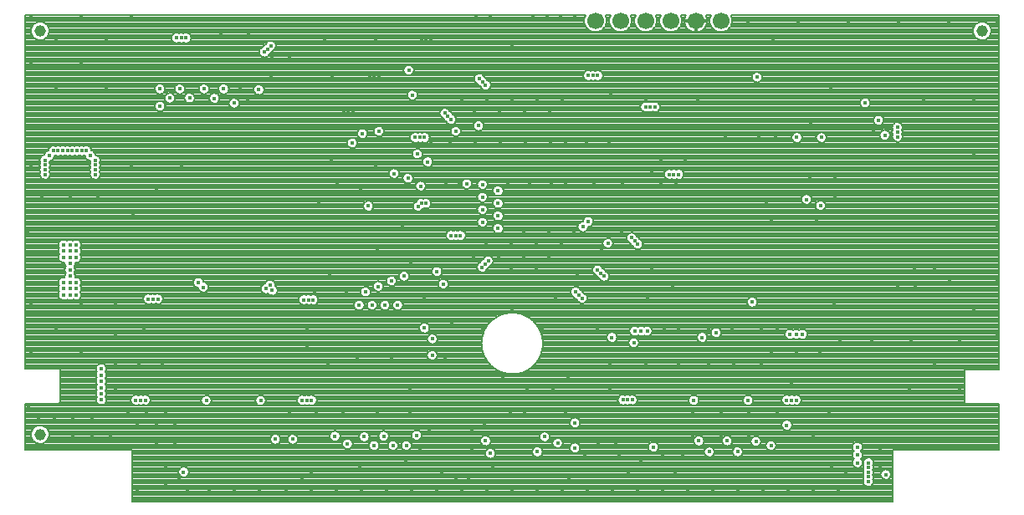
<source format=gbr>
G04 DipTrace 4.0.0.5*
G04 2 - Inner 1.gbr*
%MOIN*%
G04 #@! TF.FileFunction,Copper,L2,Inr*
G04 #@! TF.Part,Single*
%ADD22C,0.045354*%
%ADD27C,0.066929*%
G04 #@! TA.AperFunction,CopperBalancing*
%ADD15C,0.007874*%
%ADD16C,0.011811*%
G04 #@! TA.AperFunction,ViaPad*
%ADD39C,0.017717*%
%FSLAX26Y26*%
G04*
G70*
G90*
G75*
G01*
G04 Inner1_Plane*
%LPD*%
D39*
X2274950Y921825D3*
X724950Y1135299D3*
X2490900Y987774D3*
X2612451Y943701D3*
X959325Y2306201D3*
X1406201Y1571825D3*
D3*
X1996825Y1987450D3*
X2137450Y2206201D3*
X2228077Y2228075D3*
X1052992Y847587D3*
X1353076Y2371825D3*
X1788761Y1907762D3*
D3*
X1418701Y978076D3*
X1487451Y978075D3*
X1946825Y2018701D3*
X2024950Y2084325D3*
X1984327Y2115575D3*
X1253839Y2318148D3*
X1981201Y993701D3*
X1212451Y2374950D3*
X1940576Y953076D3*
X1175098Y2337451D3*
X1887450Y953076D3*
X1134325Y2374950D3*
X1849950Y990573D3*
X1076673Y2338610D3*
X1812450Y953075D3*
X1037303Y2374950D3*
X1772370Y987995D3*
X997933Y2337992D3*
X1706201Y959325D3*
X958563Y2374950D3*
X1656201Y990576D3*
X2043699Y1378075D3*
X2087450Y1596825D3*
X2012450Y1421825D3*
X2062450Y1646825D3*
X3821825Y2249950D3*
X3768890Y2318891D3*
X2256201Y971825D3*
X2543699Y962451D3*
X2743701Y1759325D3*
X2643701Y1824950D3*
X2462450Y928076D3*
X3218454Y971825D3*
X3174950Y1403076D3*
X2759325Y1384325D3*
X3259983Y928175D3*
X3118701Y1384325D3*
X3333524Y969503D3*
X3456201Y1034325D3*
X2665576Y1846825D3*
X3393701Y953076D3*
X3534325Y1934325D3*
X3590576Y1909325D3*
X2924951Y946827D3*
X3105954Y971580D3*
X3147088Y927915D3*
X3850197Y837450D3*
X3737450Y884325D3*
X3737451Y915576D3*
Y946825D3*
X2043701Y1312451D3*
X2181201Y1996825D3*
X3846825Y2190576D3*
X949950Y1409325D3*
X1931201Y1628075D3*
X1906365Y1512525D3*
X1881201Y1609325D3*
X1855184Y1512525D3*
X1828076Y1587450D3*
X1804003Y1512525D3*
X1778076Y1565576D3*
X1752822Y1512525D3*
X1112451Y1409325D3*
X1437450Y1315576D3*
X1743701Y1296825D3*
X1881201D3*
X3599951Y2540575D3*
X3499950Y2646825D3*
X3699951D3*
X3799950Y2540576D3*
X3899950Y2646825D3*
X3999950Y2540576D3*
X962451Y2534325D3*
X431201Y1809325D3*
X3949950Y1371825D3*
X1396825Y1665575D3*
X1199950Y2596825D3*
X1312451D3*
X1543701Y1343701D3*
Y1415575D3*
X1709325Y2290575D3*
X1831201Y2424950D3*
X1812450D3*
X949951Y1537450D3*
X1568701Y1534325D3*
X1112451Y1603076D3*
X599950Y1728076D3*
X2037451Y2568701D3*
X1690576Y2290575D3*
X2137451Y1790576D3*
X2387451Y2609325D3*
X2846825Y1362450D3*
X2156201Y1790576D3*
X1793701Y2424950D3*
X2231201Y2415576D3*
X2243701Y1993701D3*
X2893701Y2303076D3*
X2912451D3*
X2306201Y1968701D3*
X2243701Y1943701D3*
X2956201Y2087450D3*
X2306201Y1918701D3*
X2243701Y1893701D3*
X2306201Y1868701D3*
X2243701Y1843701D3*
X2615576Y1565575D3*
X2628075Y1553075D3*
X2306201Y1818701D3*
X1999950Y1918701D3*
X2018701D3*
X2931201Y2303076D3*
X2118701Y1790576D3*
X3099951Y2328076D3*
X1987451Y1906201D3*
X2121825Y1443701D3*
X2243701Y2403075D3*
X2899950Y1409325D3*
X3518701Y1396825D3*
X2256201Y2390576D3*
X2093701Y2278075D3*
X2106201Y2265573D3*
X2118701Y2253075D3*
X1974950Y2181201D3*
X1993701D3*
X2012451D3*
Y1546825D3*
X1824951Y1728076D3*
X2241852Y1664167D3*
X2254352Y1676667D3*
X2266852Y1689167D3*
X1925633Y1821102D3*
X2640576Y1540575D3*
X1890576Y2037450D3*
X1724951Y2159325D3*
X3456201Y903075D3*
X2362451Y878075D3*
X762453Y990576D3*
X2412451Y878075D3*
Y1053076D3*
X3668701Y1371825D3*
X799951Y953076D3*
X2462451Y878075D3*
X906202Y1003076D3*
X2840429Y1135008D3*
X2412451Y1028076D3*
X724951D3*
X2412451Y1003075D3*
X593701Y1190576D3*
X2412451Y978075D3*
X943701Y1040576D3*
X2412451Y953075D3*
X1765576Y2196825D3*
X2412451Y928075D3*
X1831201Y2206201D3*
X2412451Y903075D3*
X2893701Y2328076D3*
X599950Y1703076D3*
X2746825Y2159325D3*
X943701Y965576D3*
X599950Y1678076D3*
X443701Y2071825D3*
X906202Y1078076D3*
X599950Y1653076D3*
X443701Y2271825D3*
X599950Y1628076D3*
X981201Y1078076D3*
X599950Y1603076D3*
X443701Y2471825D3*
X599950Y1578075D3*
X981201Y1003076D3*
X599950Y1753075D3*
X443701Y2658126D3*
X2662451Y2249950D3*
X981201Y928075D3*
X2262451Y2246825D3*
X643701Y2658126D3*
X1963979Y2350714D3*
X843701Y2658126D3*
X868701Y1040576D3*
X1949950Y2449950D3*
X643701Y2471825D3*
X2703076Y1653075D3*
X643701Y2271825D3*
X831201Y1078076D3*
X3496316Y2181201D3*
X3593701D3*
X3896825Y2221825D3*
Y2203076D3*
Y2184325D3*
X3337451Y2421825D3*
X3374950Y1918701D3*
X3646825Y2024950D3*
Y1949950D3*
X3393701Y1846825D3*
X3343701Y2190576D3*
X3546825Y2024950D3*
X3631201Y2378076D3*
X3803076Y2206201D3*
X2715576Y1640576D3*
X2728076Y1628076D3*
X1396825Y1837450D3*
X1037450Y2534325D3*
X1187451D3*
X1062451Y2578075D3*
X2837451Y1781201D3*
X2849950Y1768701D3*
X1249951Y2534325D3*
X1374951Y2521825D3*
X1387451Y2534325D3*
X1399951Y2546825D3*
X1043701Y2578075D3*
X1024950D3*
X1728076Y2290575D3*
X2862451Y1756201D3*
X2796825Y1803075D3*
X1396825Y1768701D3*
X943701Y2171825D3*
X2018701Y2568701D3*
X1999950D3*
X4199951Y1712450D3*
X2749951Y1271825D3*
X1743701Y1356201D3*
X1881201D3*
X1528076Y1984325D3*
X1603076Y2059325D3*
X1649951Y1862450D3*
X1724950Y1937450D3*
X1640576Y2096825D3*
X1768701Y2124950D3*
X1818701Y2062450D3*
X1759325Y1971825D3*
X849950Y1878075D3*
X943701Y1971825D3*
X1043701Y2071825D3*
X443701Y1321825D3*
X2362451Y2246825D3*
X2462451D3*
X2096825Y1993701D3*
X2153076D3*
X443701Y1521825D3*
X543701Y1421825D3*
X643701Y1521825D3*
Y1321825D3*
X2037451Y2159325D3*
X2128076Y2299950D3*
X2049950Y2224950D3*
X2115576Y2159325D3*
X781201Y1521825D3*
Y1278075D3*
X893701Y1421825D3*
X1365251Y1075076D3*
X1254064Y1074953D3*
X1140150Y1074882D3*
X862451Y1134325D3*
X3456201D3*
X4046825Y2106201D3*
X881201Y1134325D3*
X899950D3*
X4046825Y1987450D3*
X3474950Y1134325D3*
X3493701D3*
X3781201Y865576D3*
Y846825D3*
Y828075D3*
Y809325D3*
X1681201Y859325D3*
X1756201Y865576D3*
X1862451Y778075D3*
X1762450D3*
X1662450D3*
X1562451Y846825D3*
X1462451Y778075D3*
X1524950Y821825D3*
X1843701Y884325D3*
X1962450Y778075D3*
X2062450D3*
X1937451Y896825D3*
X1356201Y778075D3*
X2612451Y1043701D3*
X3337450Y903076D3*
X3493701Y1396825D3*
X3468701D3*
X2874950Y1409325D3*
X2849950D3*
X1256201Y778075D3*
X1140660Y882220D3*
X1549950Y953075D3*
X1599950Y1021825D3*
X1699951D3*
X2274950Y2659325D3*
X2215576Y2159325D3*
X2443701Y2659325D3*
X2212451Y2287450D3*
X2718701Y1728076D3*
X2315576Y2159325D3*
X2415575D3*
X2499950Y2659325D3*
X2556201D3*
X2612451D3*
X2215576Y2390576D3*
X1018701Y965576D3*
X2515577Y2159325D3*
X2331201Y2609325D3*
X981201Y865576D3*
X3024950Y2034325D3*
X2956201Y1996825D3*
X2362451Y2546825D3*
X2081201Y846825D3*
X2162450Y2337450D3*
X1518701Y1021825D3*
X2262450Y2337450D3*
X1993701Y940576D3*
X2031201Y1009325D3*
X1474950Y1090575D3*
X1581201Y1090576D3*
X1406201Y1409325D3*
X1687451Y1090576D3*
X2106201Y921825D3*
X1156201Y778075D3*
X1562451Y1215576D3*
X2362450Y2337450D3*
X4143701Y1171825D3*
X4293701Y2009325D3*
X3471825Y1646825D3*
X3578076D3*
X1956201Y1171825D3*
X3684325Y1646825D3*
X2918701Y1656201D3*
X3087451Y1665576D3*
X3031201Y1746825D3*
X3168701D3*
X3468701Y1965576D3*
X3990576Y1818701D3*
X1262450Y1409325D3*
X2012451Y1528076D3*
X1956201Y1078076D3*
X3468701Y1881201D3*
X2199951Y940576D3*
X2462449Y2337450D3*
X1962451Y1509325D3*
X2562451Y2337450D3*
X931201Y1537450D3*
X2312451Y2287450D3*
X2412451D3*
X2512450D3*
X2199951Y1009325D3*
X2249951Y1043701D3*
X2584325Y1331201D3*
X2137451Y821825D3*
X2199951Y878075D3*
X2187451Y821825D3*
X2249951Y1096825D3*
X2362451Y778075D3*
X2462451D3*
X2574951Y1006201D3*
X2537450Y853075D3*
X3624950Y1084325D3*
X2574950Y1081201D3*
X1634325Y1631201D3*
X1628076Y1271825D3*
X1278076Y2371825D3*
X2265577Y2440576D3*
X1309325Y2328076D3*
X3024950Y1421825D3*
X2968701D3*
X3143701D3*
X3237451D3*
X3356201D3*
X3418701D3*
X2315576Y2490575D3*
X3024950Y1271824D3*
X3143701D3*
X3243701D3*
X3356201D3*
X2415576Y2490575D3*
X3896825Y1587450D3*
X3881201Y1290576D3*
X434138Y943699D3*
X434325Y1112450D3*
X687451Y1065576D3*
X593699Y1265575D3*
X687453Y990576D3*
X543701Y2171825D3*
Y2371825D3*
Y2571825D3*
X743701D3*
X2312451Y2387450D3*
X2365577Y2440576D3*
X4293701Y2646825D3*
X1824950Y1090576D3*
X4099950Y2221825D3*
X2465577Y2440576D3*
X4293701Y1821825D3*
Y1609325D3*
Y1396825D3*
X2918701Y2046825D3*
X4043701Y1271825D3*
Y1071825D3*
X4243701D3*
X4143701Y971825D3*
X3943701Y1171825D3*
X4143701Y1371825D3*
X2412451Y2387450D3*
X4043701Y1656201D3*
X2568701Y2249950D3*
X3965576Y1653076D3*
X3793701Y1371825D3*
X3493701Y1321825D3*
X3393701D3*
X2574950Y2159325D3*
X2659325D3*
X2893701Y1271825D3*
X2574950Y1993701D3*
X2799950D3*
X2343701D3*
X2431201D3*
X2518701D3*
X2693701Y1071825D3*
X2893701D3*
X2509327Y1703076D3*
X2459328Y1653076D3*
X2359328D3*
X2559324Y1753075D3*
X2409327Y1703076D3*
X2309327D3*
X2209328D3*
X2362451Y1553075D3*
X2409327Y1603076D3*
X2309327D3*
X2459324Y1753075D3*
X2359323D3*
X3043701Y2459325D3*
X2259325Y1753075D3*
X2687451Y1993701D3*
X2609324Y1799950D3*
X2509323D3*
X2409325D3*
X2093701Y1356201D3*
Y1296825D3*
X2703076Y1421825D3*
X2559323Y1843701D3*
X2459325D3*
X2481201Y1421825D3*
X2324950Y1224950D3*
X2584325D3*
X2899951Y1546825D3*
X2999951Y1581201D3*
X743701Y2371825D3*
Y2171825D3*
X843701Y2271825D3*
Y2071825D3*
X3643701Y1515576D3*
X3362451Y859325D3*
X3393701Y903076D3*
X1618701Y953076D3*
X487450Y1946825D3*
X599950D3*
X712451D3*
X781202Y1715576D3*
X3699950Y1290576D3*
X2749951Y1178075D3*
X3581201Y1190576D3*
X3012451Y846825D3*
X1293701Y884325D3*
X781201Y1390576D3*
Y1178075D3*
X724951Y953076D3*
X649951Y1028076D3*
X612451Y1065576D3*
X612453Y990576D3*
X649951Y953076D3*
X574951Y1028076D3*
X537451Y1065576D3*
X674953Y1190576D3*
X574951Y953076D3*
X674951Y1265576D3*
X474951Y1065576D3*
X593701Y1115575D3*
X674950D3*
X1087451Y1315576D3*
X1262450D3*
X2421825Y1174951D3*
X2524950D3*
X2462451Y1262450D3*
X1574950Y1565576D3*
X3174950Y2459325D3*
X3306201D3*
X3368701Y2465576D3*
X3506201D3*
X3562451Y2415576D3*
X3432196Y2415953D3*
X3412451Y2190576D3*
X4099951Y2646825D3*
X3699951Y2434324D3*
X3899950Y2434327D3*
X4099950D3*
X1406201Y2506201D3*
X1399951Y2421825D3*
X1449951Y2578076D3*
X1474951Y2503076D3*
X868701Y928075D3*
X1553076Y2578076D3*
X724950Y1159325D3*
Y1184325D3*
Y1209325D3*
Y1234325D3*
Y1259325D3*
X1143701Y1132699D3*
X1359941Y1132373D3*
X1563022Y1133930D3*
X3085707Y1133463D3*
X3302337Y1133261D3*
X3818701Y2321825D3*
X3999950Y2328077D3*
X3943701Y971825D3*
X4043701Y1471825D3*
X4199949Y2328077D3*
X4199950Y2115576D3*
X1699950Y1565576D3*
X2218701Y2659325D3*
X4293701Y2434325D3*
X1959325Y1674950D3*
X4199950Y2540576D3*
X4293701Y2221825D3*
X4199951Y1499950D3*
X2981201Y2271825D3*
X1124950Y2534325D3*
X874951Y1278075D3*
X968701D3*
X3081201Y1084325D3*
Y996825D3*
X3193701Y1084325D3*
Y996825D3*
X3306201Y1084325D3*
X3034325Y2271825D3*
X2756201Y2353076D3*
X3306201Y996825D3*
X2912451Y2459325D3*
X3049951Y2087450D3*
X843701Y1596825D3*
X924950D3*
X3006201Y2034325D3*
X2987451D3*
X3212451Y2190576D3*
X3015576Y1996825D3*
X3146825Y1528075D3*
X3259325D3*
X3574950Y1846827D3*
X3596825Y1981201D3*
X981201Y803075D3*
X1018701Y1040576D3*
X1253076Y971825D3*
X1140276Y976021D3*
X1365576Y971825D3*
X868701Y778075D3*
Y853076D3*
X912451Y1537450D3*
X1640576Y1471825D3*
X2243701Y1421825D3*
X2362451Y1499950D3*
X2665576Y2428076D3*
X2684325D3*
X2703076D3*
X2262451Y778075D3*
X2562451D3*
X2662451D3*
X2762451D3*
X2862451D3*
X2962451D3*
X3062451D3*
X3162451D3*
X3262451D3*
X3362451D3*
X3462451D3*
X3562451D3*
X3662451D3*
X3899951Y1506201D3*
X2162451Y778075D3*
X3968701Y1584325D3*
X4106201Y1609325D3*
X4199951Y1287450D3*
X3549951Y2243701D3*
X1506201Y1665576D3*
X1590576Y1921825D3*
X1665576Y1996825D3*
X2346825Y921825D3*
X2284325Y862450D3*
X2587451Y824950D3*
X2774951Y962450D3*
X2706201D3*
X2653076Y909325D3*
X2687450Y856199D3*
X2831201Y953075D3*
X2743701Y859325D3*
X2874951Y893701D3*
X2884325Y953075D3*
X2912451Y859325D3*
X2787451Y909325D3*
X2962450D3*
X3040576D3*
X1699951Y2031201D3*
X3562451Y993701D3*
X3474950Y1203075D3*
X3587451Y1321825D3*
X3418701Y1084325D3*
X3571825Y906201D3*
X1615576Y2568701D3*
X3690576Y846825D3*
X3781201Y884325D3*
X2590576D3*
X1818701Y2568701D3*
X1643701Y2424950D3*
X2412451Y1078076D3*
X2387451Y878076D3*
X2437451D3*
X1990576Y1478076D3*
X1553076Y1712450D3*
X1474950Y1534325D3*
X2181201Y1553076D3*
X1459257Y1426955D3*
X2112451Y1621825D3*
X1062451Y1424950D3*
X1131201Y1584325D3*
X1396825Y1593701D3*
X1381201Y1578075D3*
X1549950Y1534325D3*
X1531201D3*
X2534325Y1540576D3*
X2621825Y1631201D3*
X3299951Y2646825D3*
X574950Y1753075D3*
X624950D3*
X574950Y1728076D3*
X624950D3*
Y1703076D3*
X574950D3*
Y1603076D3*
X624950D3*
Y1578075D3*
X574950D3*
Y1553075D3*
X599950D3*
X624950D3*
X3399951Y2574950D3*
X3018701Y2415575D3*
X3149950D3*
X3281201D3*
X2887451D3*
X3362451Y1534325D3*
X2356201Y1078076D3*
X499951Y2090576D3*
Y2071825D3*
Y2053076D3*
Y2034325D3*
X699951Y2090576D3*
Y2071825D3*
Y2053076D3*
Y2034325D3*
X571825Y2128076D3*
X590576D3*
X609325D3*
X628076D3*
X553076D3*
X646825D3*
X665576D3*
X534325D3*
X518701Y2109325D3*
X681201D3*
X3828076Y934325D3*
Y865576D3*
X1544272Y1133930D3*
X2822042Y1134845D3*
X2803293D3*
X1525522Y1133930D3*
X3187451Y853075D3*
X3265576Y859325D3*
X2824951Y843701D3*
X3634325Y865576D3*
X3740576Y853076D3*
Y790576D3*
X3690576Y921825D3*
X1034325Y824950D3*
X1068701Y778075D3*
X1562451D3*
X3318701Y1524950D3*
X3868701Y737450D3*
X423429Y2660146D2*
D15*
X2649478D1*
X2737928D2*
X2749479D1*
X2837922D2*
X2849473D1*
X2937924D2*
X2949475D1*
X3037925D2*
X3049476D1*
X3137927D2*
X3149478D1*
X3237928D2*
X4301476D1*
X423429Y2652403D2*
X2647825D1*
X2739574D2*
X2747826D1*
X2839575D2*
X2847828D1*
X2939577D2*
X2947822D1*
X3039578D2*
X3047823D1*
X3139580D2*
X3147825D1*
X3239574D2*
X4301476D1*
X423429Y2644660D2*
X2647532D1*
X2739866D2*
X2747534D1*
X2839868D2*
X2847536D1*
X2939869D2*
X2947529D1*
X3039871D2*
X3047531D1*
X3139872D2*
X3147532D1*
X3239866D2*
X4301476D1*
X423429Y2636918D2*
X460132D1*
X502277D2*
X2648571D1*
X2738828D2*
X2748572D1*
X2838830D2*
X2848574D1*
X2938831D2*
X2948575D1*
X3038825D2*
X3048577D1*
X3138826D2*
X3148571D1*
X3238828D2*
X4213254D1*
X4255399D2*
X4301476D1*
X423429Y2629175D2*
X451651D1*
X510751D2*
X2651047D1*
X2736352D2*
X2751048D1*
X2836354D2*
X2851050D1*
X2936355D2*
X2951051D1*
X3036349D2*
X3051053D1*
X3136350D2*
X3151047D1*
X3236352D2*
X4204773D1*
X4263873D2*
X4301476D1*
X423429Y2621432D2*
X446899D1*
X515503D2*
X2655237D1*
X2732161D2*
X2755239D1*
X2832163D2*
X2855240D1*
X2932164D2*
X2955242D1*
X3032166D2*
X3055236D1*
X3132160D2*
X3155237D1*
X3232161D2*
X4200028D1*
X4268625D2*
X4301476D1*
X423429Y2613689D2*
X444377D1*
X518033D2*
X2661827D1*
X2725571D2*
X2761829D1*
X2825573D2*
X2861830D1*
X2925574D2*
X2961832D1*
X3025568D2*
X3061833D1*
X3125570D2*
X3161827D1*
X3225571D2*
X4197499D1*
X4271154D2*
X4301476D1*
X423429Y2605947D2*
X443608D1*
X518802D2*
X2673085D1*
X2714314D2*
X2773086D1*
X2814315D2*
X2873088D1*
X2914317D2*
X2973089D1*
X3014311D2*
X3073091D1*
X3114312D2*
X3173085D1*
X3214314D2*
X4196730D1*
X4271923D2*
X4301476D1*
X423429Y2598204D2*
X444484D1*
X517925D2*
X1018818D1*
X1031082D2*
X1037565D1*
X1049836D2*
X1056320D1*
X1068583D2*
X4197606D1*
X4271047D2*
X4301476D1*
X423429Y2590461D2*
X447137D1*
X515264D2*
X1007423D1*
X1079979D2*
X4200259D1*
X4268386D2*
X4301476D1*
X423429Y2582718D2*
X452066D1*
X510335D2*
X1003862D1*
X1083539D2*
X4205188D1*
X4263457D2*
X4301476D1*
X423429Y2574975D2*
X460917D1*
X501485D2*
X1003570D1*
X1083831D2*
X4214046D1*
X4254607D2*
X4301476D1*
X423429Y2567233D2*
X1006377D1*
X1081025D2*
X1395003D1*
X1404897D2*
X4301476D1*
X423429Y2559490D2*
X1014766D1*
X1072635D2*
X1382630D1*
X1417270D2*
X4301476D1*
X423429Y2551747D2*
X1375248D1*
X1420976D2*
X4301476D1*
X423429Y2544004D2*
X1368220D1*
X1421376D2*
X4301476D1*
X423429Y2536262D2*
X1359154D1*
X1418685D2*
X4301476D1*
X423429Y2528519D2*
X1354441D1*
X1410672D2*
X4301476D1*
X423429Y2520776D2*
X1353364D1*
X1404059D2*
X4301476D1*
X423429Y2513033D2*
X1355287D1*
X1394617D2*
X4301476D1*
X423429Y2505290D2*
X1361500D1*
X1388404D2*
X4301476D1*
X423429Y2497548D2*
X4301476D1*
X423429Y2489805D2*
X4301476D1*
X423429Y2482062D2*
X4301476D1*
X423429Y2474319D2*
X4301476D1*
X423429Y2466577D2*
X1936618D1*
X1963284D2*
X4301476D1*
X423429Y2458834D2*
X1930328D1*
X1969574D2*
X4301476D1*
X423429Y2451091D2*
X1928367D1*
X1971534D2*
X4301476D1*
X423429Y2443348D2*
X1929413D1*
X1970489D2*
X2650631D1*
X2718020D2*
X4301476D1*
X423429Y2435605D2*
X1934065D1*
X1965836D2*
X2224704D1*
X2237698D2*
X2645372D1*
X2723280D2*
X3321045D1*
X3353855D2*
X4301476D1*
X423429Y2427863D2*
X2213600D1*
X2248801D2*
X2643965D1*
X2724687D2*
X3316732D1*
X3358169D2*
X4301476D1*
X423429Y2420120D2*
X2210086D1*
X2256452D2*
X2645541D1*
X2723111D2*
X3315909D1*
X3358999D2*
X4301476D1*
X423429Y2412377D2*
X2209833D1*
X2263119D2*
X2651100D1*
X2717551D2*
X3318100D1*
X3356800D2*
X4301476D1*
X423429Y2404634D2*
X2212693D1*
X2272354D2*
X3324905D1*
X3349995D2*
X4301476D1*
X423429Y2396891D2*
X2221213D1*
X2276837D2*
X4301476D1*
X423429Y2389149D2*
X942539D1*
X974587D2*
X1021279D1*
X1053327D2*
X1118305D1*
X1150353D2*
X1196430D1*
X1228478D2*
X1340730D1*
X1365427D2*
X2227426D1*
X2277767D2*
X4301476D1*
X423429Y2381406D2*
X937971D1*
X979155D2*
X1016712D1*
X1057895D2*
X1113737D1*
X1154913D2*
X1191862D1*
X1233038D2*
X1333794D1*
X1372356D2*
X2236715D1*
X2275684D2*
X4301476D1*
X423429Y2373663D2*
X936987D1*
X980139D2*
X1015727D1*
X1058879D2*
X1112753D1*
X1155897D2*
X1190878D1*
X1234022D2*
X1331541D1*
X1374609D2*
X2243259D1*
X2269140D2*
X4301476D1*
X423429Y2365920D2*
X939009D1*
X978117D2*
X1017750D1*
X1056857D2*
X1114768D1*
X1153882D2*
X1192900D1*
X1232007D2*
X1332318D1*
X1373832D2*
X1948960D1*
X1979001D2*
X4301476D1*
X423429Y2358178D2*
X945430D1*
X971696D2*
X992021D1*
X1003846D2*
X1024170D1*
X1050436D2*
X1068754D1*
X1084593D2*
X1121188D1*
X1147462D2*
X1172269D1*
X1177927D2*
X1199321D1*
X1225587D2*
X1336555D1*
X1369595D2*
X1943746D1*
X1984207D2*
X4301476D1*
X423429Y2350435D2*
X980448D1*
X1015418D2*
X1058742D1*
X1094604D2*
X1158029D1*
X1192168D2*
X1942370D1*
X1985591D2*
X4301476D1*
X423429Y2342692D2*
X976857D1*
X1019009D2*
X1055466D1*
X1097880D2*
X1154153D1*
X1196044D2*
X1943969D1*
X1983984D2*
X4301476D1*
X423429Y2334949D2*
X976542D1*
X1019324D2*
X1055382D1*
X1097965D2*
X1153638D1*
X1196559D2*
X1240744D1*
X1266933D2*
X1949582D1*
X1978378D2*
X3754839D1*
X3782942D2*
X4301476D1*
X423429Y2327206D2*
X979333D1*
X1016533D2*
X1058458D1*
X1094889D2*
X1156175D1*
X1194021D2*
X1234300D1*
X1273377D2*
X3749010D1*
X3788771D2*
X4301476D1*
X423429Y2319464D2*
X942477D1*
X976171D2*
X987638D1*
X1008229D2*
X1067693D1*
X1085654D2*
X1163811D1*
X1186386D2*
X1232263D1*
X1275414D2*
X2880062D1*
X2944844D2*
X3747280D1*
X3790494D2*
X4301476D1*
X423429Y2311721D2*
X938456D1*
X980193D2*
X1233239D1*
X1274438D2*
X2873964D1*
X2950934D2*
X3748549D1*
X3789232D2*
X4301476D1*
X423429Y2303978D2*
X937833D1*
X980823D2*
X1237791D1*
X1269886D2*
X2872103D1*
X2952795D2*
X3753563D1*
X3784219D2*
X4301476D1*
X423429Y2296235D2*
X940247D1*
X978401D2*
X2082718D1*
X2104685D2*
X2873241D1*
X2951657D2*
X4301476D1*
X423429Y2288493D2*
X947576D1*
X971073D2*
X2074882D1*
X2112521D2*
X2878047D1*
X2946859D2*
X4301476D1*
X423429Y2280750D2*
X2072260D1*
X2121248D2*
X4301476D1*
X423429Y2273007D2*
X2072714D1*
X2126446D2*
X4301476D1*
X423429Y2265264D2*
X2076489D1*
X2136373D2*
X3806920D1*
X3836730D2*
X4301476D1*
X423429Y2257521D2*
X2086209D1*
X2139834D2*
X3801637D1*
X3842013D2*
X4301476D1*
X423429Y2249779D2*
X2091838D1*
X2140049D2*
X3800215D1*
X3843436D2*
X4301476D1*
X423429Y2242036D2*
X2100250D1*
X2137150D2*
X2211832D1*
X2244318D2*
X3801775D1*
X3841875D2*
X3891012D1*
X3902644D2*
X4301476D1*
X423429Y2234293D2*
X2108916D1*
X2128492D2*
X2207410D1*
X2248740D2*
X3807304D1*
X3836346D2*
X3879355D1*
X3914294D2*
X4301476D1*
X423429Y2226550D2*
X1825982D1*
X1836423D2*
X2132230D1*
X2142671D2*
X2206518D1*
X2249639D2*
X3875756D1*
X3917900D2*
X4301476D1*
X423429Y2218807D2*
X1813833D1*
X1848564D2*
X2120081D1*
X2154813D2*
X2208641D1*
X2247517D2*
X3875433D1*
X3918223D2*
X4301476D1*
X423429Y2211065D2*
X1749587D1*
X1781558D2*
X1810165D1*
X1852240D2*
X2116413D1*
X2158488D2*
X2215277D1*
X2240881D2*
X3842299D1*
X3851348D2*
X3876802D1*
X3916847D2*
X4301476D1*
X423429Y2203322D2*
X1745004D1*
X1786149D2*
X1809788D1*
X1852617D2*
X2116036D1*
X2158865D2*
X3829565D1*
X3864082D2*
X3875210D1*
X3918439D2*
X4301476D1*
X423429Y2195579D2*
X1743997D1*
X1787156D2*
X1812502D1*
X1849902D2*
X1959094D1*
X2028306D2*
X2118751D1*
X2156151D2*
X3480463D1*
X3512173D2*
X3577843D1*
X3609553D2*
X3825820D1*
X3867826D2*
X3876609D1*
X3917047D2*
X4301476D1*
X423429Y2187836D2*
X1746004D1*
X1785149D2*
X1820592D1*
X1841813D2*
X1954419D1*
X2032981D2*
X2126840D1*
X2148061D2*
X3475788D1*
X3516848D2*
X3573175D1*
X3614228D2*
X3825390D1*
X3868257D2*
X3875510D1*
X3918139D2*
X4301476D1*
X423429Y2180094D2*
X1722605D1*
X1727301D2*
X1752386D1*
X1778767D2*
X1953366D1*
X2034034D2*
X3474735D1*
X3517902D2*
X3572114D1*
X3615289D2*
X3828043D1*
X3865612D2*
X3875648D1*
X3918008D2*
X4301476D1*
X423429Y2172351D2*
X1707910D1*
X1741988D2*
X1955311D1*
X2032089D2*
X3476672D1*
X3515956D2*
X3574060D1*
X3613344D2*
X3835955D1*
X3857692D2*
X3879001D1*
X3914655D2*
X4301476D1*
X423429Y2164608D2*
X1704019D1*
X1745887D2*
X1961578D1*
X2025830D2*
X3482939D1*
X3509689D2*
X3580326D1*
X3607077D2*
X3889335D1*
X3904321D2*
X4301476D1*
X423429Y2156865D2*
X1703481D1*
X1746417D2*
X4301476D1*
X423429Y2149122D2*
X1706011D1*
X1743895D2*
X4301476D1*
X423429Y2141380D2*
X517511D1*
X682387D2*
X1713593D1*
X1736306D2*
X4301476D1*
X423429Y2133637D2*
X513467D1*
X686432D2*
X1973174D1*
X1995479D2*
X4301476D1*
X423429Y2125894D2*
X505293D1*
X694606D2*
X1965446D1*
X2003207D2*
X4301476D1*
X423429Y2118151D2*
X499049D1*
X700850D2*
X1962870D1*
X2005783D2*
X4301476D1*
X423429Y2110409D2*
X492805D1*
X707094D2*
X1963362D1*
X2005291D2*
X4301476D1*
X423429Y2102666D2*
X482209D1*
X539225D2*
X660681D1*
X717697D2*
X1967199D1*
X2001454D2*
X2014297D1*
X2035603D2*
X4301476D1*
X423429Y2094923D2*
X478795D1*
X534534D2*
X665372D1*
X721104D2*
X1980848D1*
X1987805D2*
X2006231D1*
X2043669D2*
X4301476D1*
X423429Y2087180D2*
X478618D1*
X521285D2*
X678613D1*
X721288D2*
X2003532D1*
X2046368D2*
X4301476D1*
X423429Y2079437D2*
X479779D1*
X520124D2*
X679774D1*
X720127D2*
X2003916D1*
X2045984D2*
X4301476D1*
X423429Y2071695D2*
X478341D1*
X521562D2*
X678336D1*
X721565D2*
X2007600D1*
X2042301D2*
X4301476D1*
X423429Y2063952D2*
X479887D1*
X520016D2*
X679882D1*
X720020D2*
X2019841D1*
X2030059D2*
X4301476D1*
X423429Y2056209D2*
X478572D1*
X521331D2*
X678575D1*
X721327D2*
X1880739D1*
X1900414D2*
X4301476D1*
X423429Y2048466D2*
X478856D1*
X521047D2*
X678852D1*
X721050D2*
X1872111D1*
X1909042D2*
X2971374D1*
X3041024D2*
X4301476D1*
X423429Y2040723D2*
X479341D1*
X520555D2*
X679344D1*
X720558D2*
X1869220D1*
X1911933D2*
X2966845D1*
X3045561D2*
X4301476D1*
X423429Y2032981D2*
X478380D1*
X521524D2*
X678383D1*
X721519D2*
X1869451D1*
X1911703D2*
X1930874D1*
X1962776D2*
X2965884D1*
X3046522D2*
X4301476D1*
X423429Y2025238D2*
X480425D1*
X519478D2*
X680428D1*
X719481D2*
X1872918D1*
X1908235D2*
X1926260D1*
X1967390D2*
X2967922D1*
X3044477D2*
X4301476D1*
X423429Y2017495D2*
X486899D1*
X513004D2*
X686895D1*
X713007D2*
X1883830D1*
X1897323D2*
X1925245D1*
X1968405D2*
X2177860D1*
X2184540D2*
X2974396D1*
X3038002D2*
X4301476D1*
X423429Y2009752D2*
X1927229D1*
X1966421D2*
X2164080D1*
X2198320D2*
X2229641D1*
X2257759D2*
X4301476D1*
X423429Y2002010D2*
X1933581D1*
X1960069D2*
X1981148D1*
X2012504D2*
X2160243D1*
X2202157D2*
X2223812D1*
X2263588D2*
X4301476D1*
X423429Y1994267D2*
X1976357D1*
X2017294D2*
X2159743D1*
X2202657D2*
X2222097D1*
X2265311D2*
X4301476D1*
X423429Y1986524D2*
X1975235D1*
X2018417D2*
X2162312D1*
X2200088D2*
X2223366D1*
X2264042D2*
X2294640D1*
X2317760D2*
X4301476D1*
X423429Y1978781D2*
X1977103D1*
X2016549D2*
X2170016D1*
X2192391D2*
X2228380D1*
X2259021D2*
X2287189D1*
X2325211D2*
X4301476D1*
X423429Y1971038D2*
X1983216D1*
X2010435D2*
X2284720D1*
X2327680D2*
X4301476D1*
X423429Y1963296D2*
X2235854D1*
X2251546D2*
X2285297D1*
X2327103D2*
X4301476D1*
X423429Y1955553D2*
X2225788D1*
X2261612D2*
X2289265D1*
X2323143D2*
X4301476D1*
X423429Y1947810D2*
X2222497D1*
X2264903D2*
X3517665D1*
X3550982D2*
X4301476D1*
X423429Y1940067D2*
X2222405D1*
X2264995D2*
X3513520D1*
X3555134D2*
X4301476D1*
X423429Y1932325D2*
X1983408D1*
X2035242D2*
X2225465D1*
X2261935D2*
X2289657D1*
X2322743D2*
X3512805D1*
X3555842D2*
X4301476D1*
X423429Y1924582D2*
X1775693D1*
X1801828D2*
X1976872D1*
X2039471D2*
X2234654D1*
X2252746D2*
X2285435D1*
X2326965D2*
X3515127D1*
X3553519D2*
X3575613D1*
X3605539D2*
X4301476D1*
X423429Y1916839D2*
X1769226D1*
X1808295D2*
X1968760D1*
X2040232D2*
X2284666D1*
X2327734D2*
X3522225D1*
X3546422D2*
X3570361D1*
X3610791D2*
X4301476D1*
X423429Y1909096D2*
X1767188D1*
X1810332D2*
X1966038D1*
X2037971D2*
X2228887D1*
X2258513D2*
X2286935D1*
X2325465D2*
X3568961D1*
X3612190D2*
X4301476D1*
X423429Y1901353D2*
X1768157D1*
X1809363D2*
X1966407D1*
X2031012D2*
X2223543D1*
X2263857D2*
X2293886D1*
X2318514D2*
X3570545D1*
X3610606D2*
X4301476D1*
X423429Y1893611D2*
X1772694D1*
X1804827D2*
X1970075D1*
X2004830D2*
X2222090D1*
X2265318D2*
X3576120D1*
X3605031D2*
X4301476D1*
X423429Y1885868D2*
X1982155D1*
X1992750D2*
X2223612D1*
X2263788D2*
X2293625D1*
X2318783D2*
X4301476D1*
X423429Y1878125D2*
X2229087D1*
X2258313D2*
X2286843D1*
X2325557D2*
X4301476D1*
X423429Y1870382D2*
X2284651D1*
X2327749D2*
X4301476D1*
X423429Y1862639D2*
X2234247D1*
X2253153D2*
X2285489D1*
X2326911D2*
X2651239D1*
X2679919D2*
X4301476D1*
X423429Y1854897D2*
X2225350D1*
X2262050D2*
X2289818D1*
X2322582D2*
X2645587D1*
X2685563D2*
X4301476D1*
X423429Y1847154D2*
X2222374D1*
X2265026D2*
X2643965D1*
X2687186D2*
X4301476D1*
X423429Y1839411D2*
X2222536D1*
X2264872D2*
X2303213D1*
X2309187D2*
X2627924D1*
X2685824D2*
X4301476D1*
X423429Y1831668D2*
X2225911D1*
X2261489D2*
X2289119D1*
X2323289D2*
X2623203D1*
X2680649D2*
X4301476D1*
X423429Y1823926D2*
X2236377D1*
X2251023D2*
X2285251D1*
X2327149D2*
X2622111D1*
X2665294D2*
X4301476D1*
X423429Y1816183D2*
X2284736D1*
X2327664D2*
X2624018D1*
X2663379D2*
X4301476D1*
X423429Y1808440D2*
X2107209D1*
X2167693D2*
X2287289D1*
X2325111D2*
X2630216D1*
X2657181D2*
X4301476D1*
X423429Y1800697D2*
X2099712D1*
X2175190D2*
X2294940D1*
X2317460D2*
X2829342D1*
X2845565D2*
X4301476D1*
X423429Y1792954D2*
X2097220D1*
X2177681D2*
X2819469D1*
X2855431D2*
X4301476D1*
X423429Y1785212D2*
X2097789D1*
X2177112D2*
X2816224D1*
X2863428D2*
X4301476D1*
X423429Y1777469D2*
X2101726D1*
X2173175D2*
X2732686D1*
X2754714D2*
X2816178D1*
X2869626D2*
X4301476D1*
X423429Y1769726D2*
X561656D1*
X638250D2*
X2724873D1*
X2762535D2*
X2819284D1*
X2879076D2*
X4301476D1*
X423429Y1761983D2*
X555336D1*
X644563D2*
X2722259D1*
X2765141D2*
X2828635D1*
X2883244D2*
X4301476D1*
X423429Y1754241D2*
X553367D1*
X646531D2*
X2722720D1*
X2764688D2*
X2834171D1*
X2883974D2*
X4301476D1*
X423429Y1746498D2*
X554405D1*
X645501D2*
X2726503D1*
X2760897D2*
X2843237D1*
X2881668D2*
X4301476D1*
X423429Y1738755D2*
X556282D1*
X643617D2*
X2739660D1*
X2747748D2*
X2850288D1*
X2874616D2*
X4301476D1*
X423429Y1731012D2*
X553544D1*
X646354D2*
X4301476D1*
X423429Y1723269D2*
X553898D1*
X646001D2*
X4301476D1*
X423429Y1715527D2*
X557466D1*
X642433D2*
X4301476D1*
X423429Y1707784D2*
X553875D1*
X646024D2*
X2256731D1*
X2276975D2*
X4301476D1*
X423429Y1700041D2*
X553559D1*
X646339D2*
X2248303D1*
X2285403D2*
X4301476D1*
X423429Y1692298D2*
X556343D1*
X643555D2*
X2239798D1*
X2288233D2*
X4301476D1*
X423429Y1684556D2*
X564640D1*
X635266D2*
X2234293D1*
X2287948D2*
X4301476D1*
X423429Y1676813D2*
X578373D1*
X621525D2*
X2224519D1*
X2284403D2*
X4301476D1*
X423429Y1669070D2*
X580380D1*
X619518D2*
X2220821D1*
X2274530D2*
X2688948D1*
X2717205D2*
X4301476D1*
X423429Y1661327D2*
X580042D1*
X619857D2*
X2046716D1*
X2078187D2*
X2220429D1*
X2269224D2*
X2683165D1*
X2722988D2*
X4301476D1*
X423429Y1653584D2*
X578343D1*
X621556D2*
X2041964D1*
X2082939D2*
X2223128D1*
X2260574D2*
X2681466D1*
X2732630D2*
X4301476D1*
X423429Y1645842D2*
X579634D1*
X620264D2*
X1919547D1*
X1942853D2*
X2040856D1*
X2084039D2*
X2231171D1*
X2252538D2*
X2682758D1*
X2739735D2*
X4301476D1*
X423429Y1638099D2*
X580903D1*
X618995D2*
X1912158D1*
X1950242D2*
X2042756D1*
X2082147D2*
X2687818D1*
X2747117D2*
X4301476D1*
X423429Y1630356D2*
X578458D1*
X621441D2*
X1909713D1*
X1952687D2*
X2048915D1*
X2075988D2*
X2696645D1*
X2749562D2*
X4301476D1*
X423429Y1622613D2*
X566947D1*
X632952D2*
X1104448D1*
X1120456D2*
X1864375D1*
X1898023D2*
X1910312D1*
X1952088D2*
X2704250D1*
X2748963D2*
X4301476D1*
X423429Y1614870D2*
X556997D1*
X642902D2*
X1094498D1*
X1130406D2*
X1860338D1*
X1902060D2*
X1914311D1*
X1948097D2*
X2076266D1*
X2098634D2*
X2711186D1*
X2744972D2*
X4301476D1*
X423429Y1607128D2*
X553736D1*
X646170D2*
X1091238D1*
X1133667D2*
X1380116D1*
X1413533D2*
X1820469D1*
X1835685D2*
X1859700D1*
X1902698D2*
X2068562D1*
X2106338D2*
X4301476D1*
X423429Y1599385D2*
X553667D1*
X646231D2*
X1091169D1*
X1146377D2*
X1376002D1*
X1417647D2*
X1810219D1*
X1845935D2*
X1862115D1*
X1900291D2*
X2065993D1*
X2108907D2*
X4301476D1*
X423429Y1591642D2*
X556758D1*
X643148D2*
X1094260D1*
X1151491D2*
X1364614D1*
X1418339D2*
X1806889D1*
X1849264D2*
X1869412D1*
X1892994D2*
X2066493D1*
X2108407D2*
X4301476D1*
X423429Y1583899D2*
X554167D1*
X645732D2*
X1103541D1*
X1152814D2*
X1360415D1*
X1423960D2*
X1767388D1*
X1788763D2*
X1806766D1*
X1849387D2*
X2070330D1*
X2104570D2*
X2604894D1*
X2626262D2*
X4301476D1*
X423429Y1576157D2*
X553421D1*
X646477D2*
X1111254D1*
X1151145D2*
X1359677D1*
X1427358D2*
X1759353D1*
X1796799D2*
X1809788D1*
X1846365D2*
X2084102D1*
X2090798D2*
X2596851D1*
X2634305D2*
X4301476D1*
X423429Y1568414D2*
X555713D1*
X644186D2*
X1116975D1*
X1145424D2*
X1361961D1*
X1427535D2*
X1756654D1*
X1799498D2*
X1818838D1*
X1837315D2*
X2594160D1*
X2642948D2*
X4301476D1*
X423429Y1560671D2*
X554774D1*
X645132D2*
X1368974D1*
X1424575D2*
X1757046D1*
X1799106D2*
X2594544D1*
X2648254D2*
X4301476D1*
X423429Y1552928D2*
X553336D1*
X646562D2*
X897732D1*
X964675D2*
X1396656D1*
X1415740D2*
X1521048D1*
X1578856D2*
X1760744D1*
X1795407D2*
X2598243D1*
X2658135D2*
X4301476D1*
X423429Y1545185D2*
X554890D1*
X645009D2*
X892327D1*
X970073D2*
X1512644D1*
X1587261D2*
X1773048D1*
X1783104D2*
X2608016D1*
X2661672D2*
X3312987D1*
X3324419D2*
X4301476D1*
X423429Y1537443D2*
X560403D1*
X639503D2*
X890835D1*
X971565D2*
X1509822D1*
X1590083D2*
X2613522D1*
X2661956D2*
X3301253D1*
X3336154D2*
X4301476D1*
X423429Y1529700D2*
X892334D1*
X970073D2*
X1510106D1*
X1589798D2*
X1740252D1*
X1765387D2*
X1791433D1*
X1816568D2*
X1842614D1*
X1867750D2*
X1893795D1*
X1918931D2*
X2622026D1*
X2659127D2*
X3297639D1*
X3339768D2*
X4301476D1*
X423429Y1521957D2*
X897748D1*
X964660D2*
X1513659D1*
X1586246D2*
X1733462D1*
X1772177D2*
X1784643D1*
X1823358D2*
X1835824D1*
X1874539D2*
X1887006D1*
X1925721D2*
X2630454D1*
X2650699D2*
X3297300D1*
X3340098D2*
X4301476D1*
X423429Y1514214D2*
X1525001D1*
X1537402D2*
X1543748D1*
X1556149D2*
X1562502D1*
X1574904D2*
X1731278D1*
X1774369D2*
X1782460D1*
X1825550D2*
X1833641D1*
X1876731D2*
X1884822D1*
X1927912D2*
X3300068D1*
X3337338D2*
X4301476D1*
X423429Y1506472D2*
X1732109D1*
X1773538D2*
X1783290D1*
X1824719D2*
X1834471D1*
X1875900D2*
X1885652D1*
X1927082D2*
X3308304D1*
X3329095D2*
X4301476D1*
X423429Y1498729D2*
X1736430D1*
X1769209D2*
X1787611D1*
X1820390D2*
X1838793D1*
X1871571D2*
X1889974D1*
X1922752D2*
X4301476D1*
X423429Y1490986D2*
X4301476D1*
X423429Y1483243D2*
X4301476D1*
X423429Y1475500D2*
X2319907D1*
X2404498D2*
X4301476D1*
X423429Y1467758D2*
X2302706D1*
X2421699D2*
X4301476D1*
X423429Y1460015D2*
X2290349D1*
X2434064D2*
X4301476D1*
X423429Y1452272D2*
X2280583D1*
X2443829D2*
X4301476D1*
X423429Y1444529D2*
X2272540D1*
X2451865D2*
X4301476D1*
X423429Y1436786D2*
X1997173D1*
X2027729D2*
X2265796D1*
X2458608D2*
X4301476D1*
X423429Y1429044D2*
X1992128D1*
X2032773D2*
X2260091D1*
X2464322D2*
X2842460D1*
X2857438D2*
X2867459D1*
X2882444D2*
X2892457D1*
X2907443D2*
X4301476D1*
X423429Y1421301D2*
X1990844D1*
X2034057D2*
X2255247D1*
X2469158D2*
X2832126D1*
X2917777D2*
X3164080D1*
X3185817D2*
X4301476D1*
X423429Y1413558D2*
X1992544D1*
X2032350D2*
X2251163D1*
X2473249D2*
X2828773D1*
X2921130D2*
X3156168D1*
X3193737D2*
X3455511D1*
X3531889D2*
X4301476D1*
X423429Y1405815D2*
X1998341D1*
X2026560D2*
X2247749D1*
X2476663D2*
X2828635D1*
X2921268D2*
X3153515D1*
X3196382D2*
X3449129D1*
X3538271D2*
X4301476D1*
X423429Y1398073D2*
X2037096D1*
X2050305D2*
X2244943D1*
X2479462D2*
X2742890D1*
X2775760D2*
X2831641D1*
X2918262D2*
X3102265D1*
X3135135D2*
X3153945D1*
X3195951D2*
X3447122D1*
X3540278D2*
X4301476D1*
X423429Y1390330D2*
X2026070D1*
X2061324D2*
X2242713D1*
X2481692D2*
X2738599D1*
X2780059D2*
X2840623D1*
X2859276D2*
X2865621D1*
X2884274D2*
X2890627D1*
X2909280D2*
X3097974D1*
X3139434D2*
X3157690D1*
X3192207D2*
X3448129D1*
X3539279D2*
X4301476D1*
X423429Y1382587D2*
X2022579D1*
X2064815D2*
X2241021D1*
X2483392D2*
X2737784D1*
X2780866D2*
X2840723D1*
X2852932D2*
X3097159D1*
X3140241D2*
X3170424D1*
X3179473D2*
X3452712D1*
X3534688D2*
X4301476D1*
X423429Y1374844D2*
X2022340D1*
X2065061D2*
X2239845D1*
X2484568D2*
X2739998D1*
X2778659D2*
X2829304D1*
X2864351D2*
X3099373D1*
X3138034D2*
X4301476D1*
X423429Y1367101D2*
X2025208D1*
X2062186D2*
X2239168D1*
X2485245D2*
X2746827D1*
X2771823D2*
X2825736D1*
X2867911D2*
X3106202D1*
X3131198D2*
X4301476D1*
X423429Y1359359D2*
X2033774D1*
X2053619D2*
X2238983D1*
X2485429D2*
X2825444D1*
X2868211D2*
X4301476D1*
X423429Y1351616D2*
X2239283D1*
X2485122D2*
X2828250D1*
X2865397D2*
X4301476D1*
X423429Y1343873D2*
X2240083D1*
X2484322D2*
X2836624D1*
X2857030D2*
X4301476D1*
X423429Y1336130D2*
X2241390D1*
X2483022D2*
X4301476D1*
X423429Y1328388D2*
X2029507D1*
X2057895D2*
X2243213D1*
X2481200D2*
X4301476D1*
X423429Y1320645D2*
X2023763D1*
X2063639D2*
X2245581D1*
X2478832D2*
X4301476D1*
X423429Y1312902D2*
X2022094D1*
X2065307D2*
X2248526D1*
X2475879D2*
X4301476D1*
X423429Y1305159D2*
X2023401D1*
X2064000D2*
X2252102D1*
X2472311D2*
X4301476D1*
X423429Y1297416D2*
X2028499D1*
X2058902D2*
X2256361D1*
X2468043D2*
X4301476D1*
X423429Y1289674D2*
X2261406D1*
X2463007D2*
X4301476D1*
X423429Y1281931D2*
X2267350D1*
X2457055D2*
X4301476D1*
X423429Y1274188D2*
X709571D1*
X740327D2*
X2274386D1*
X2450027D2*
X4301476D1*
X423429Y1266445D2*
X704588D1*
X745310D2*
X2282798D1*
X2441615D2*
X4301476D1*
X560924Y1258702D2*
X703343D1*
X746556D2*
X2293094D1*
X2431311D2*
X4301476D1*
X560924Y1250960D2*
X705088D1*
X744810D2*
X2306335D1*
X2418077D2*
X4163973D1*
X560924Y1243217D2*
X705326D1*
X744572D2*
X2325628D1*
X2398784D2*
X4163973D1*
X560924Y1235474D2*
X703366D1*
X746533D2*
X4163973D1*
X560924Y1227731D2*
X704404D1*
X745495D2*
X4163973D1*
X560924Y1219989D2*
X706272D1*
X743626D2*
X4163973D1*
X560924Y1212246D2*
X703543D1*
X746356D2*
X4163973D1*
X560924Y1204503D2*
X703904D1*
X745995D2*
X4163973D1*
X560924Y1196760D2*
X707456D1*
X742442D2*
X4163973D1*
X560924Y1189017D2*
X703873D1*
X746025D2*
X4163973D1*
X560924Y1181275D2*
X703558D1*
X746341D2*
X4163973D1*
X560924Y1173532D2*
X706349D1*
X743549D2*
X4163973D1*
X560924Y1165789D2*
X704365D1*
X745533D2*
X4163973D1*
X560924Y1158046D2*
X703373D1*
X746525D2*
X4163973D1*
X560924Y1150304D2*
X705388D1*
X744510D2*
X848304D1*
X914094D2*
X1131784D1*
X1155620D2*
X1348558D1*
X1371325D2*
X1511867D1*
X1576680D2*
X2788550D1*
X2855354D2*
X3072668D1*
X3098749D2*
X3289580D1*
X3315092D2*
X3442054D1*
X3507844D2*
X4163973D1*
X560924Y1142561D2*
X704642D1*
X745256D2*
X842537D1*
X919869D2*
X1124572D1*
X1162833D2*
X1340992D1*
X1378892D2*
X1505777D1*
X1582763D2*
X2783159D1*
X2860629D2*
X3066186D1*
X3105231D2*
X3282913D1*
X3321759D2*
X3436287D1*
X3513619D2*
X4163973D1*
X560924Y1134818D2*
X703343D1*
X746556D2*
X840846D1*
X921561D2*
X1122196D1*
X1165209D2*
X1338470D1*
X1381414D2*
X1503924D1*
X1584616D2*
X2781675D1*
X2862044D2*
X3064140D1*
X3107277D2*
X3280783D1*
X3323897D2*
X3434596D1*
X3515311D2*
X4163973D1*
X560924Y1127075D2*
X705027D1*
X744872D2*
X842138D1*
X920261D2*
X1122857D1*
X1164540D2*
X1339016D1*
X1380868D2*
X1505070D1*
X1583478D2*
X2783182D1*
X2860475D2*
X3065094D1*
X3106315D2*
X3281660D1*
X3323012D2*
X3435888D1*
X3514011D2*
X4163973D1*
X423429Y1119332D2*
X710794D1*
X739112D2*
X847205D1*
X915194D2*
X1126940D1*
X1160457D2*
X1342914D1*
X1376969D2*
X1509883D1*
X1578664D2*
X2788611D1*
X2854931D2*
X3069623D1*
X3101794D2*
X3286066D1*
X3318606D2*
X3440955D1*
X3508944D2*
X4301476D1*
X423429Y1111590D2*
X1357809D1*
X1362077D2*
X4301476D1*
X423429Y1103847D2*
X4301476D1*
X423429Y1096104D2*
X4301476D1*
X423429Y1088361D2*
X4301476D1*
X423429Y1080618D2*
X4301476D1*
X423429Y1072876D2*
X4301476D1*
X423429Y1065133D2*
X4301476D1*
X423429Y1057390D2*
X2595967D1*
X2628938D2*
X4301476D1*
X423429Y1049647D2*
X2591707D1*
X2633198D2*
X3441309D1*
X3471096D2*
X4301476D1*
X423429Y1041905D2*
X2590915D1*
X2633990D2*
X3436018D1*
X3476386D2*
X4301476D1*
X423429Y1034162D2*
X2593153D1*
X2631752D2*
X3434588D1*
X3477817D2*
X4301476D1*
X423429Y1026419D2*
X458518D1*
X503876D2*
X2600042D1*
X2624862D2*
X3436149D1*
X3476256D2*
X4301476D1*
X423429Y1018676D2*
X450790D1*
X511612D2*
X3441670D1*
X3470727D2*
X4301476D1*
X423429Y1010933D2*
X446414D1*
X515987D2*
X1651016D1*
X1661387D2*
X1844775D1*
X1855123D2*
X1968714D1*
X1993688D2*
X4301476D1*
X423429Y1003191D2*
X444154D1*
X518240D2*
X1638843D1*
X1673560D2*
X1757338D1*
X1787402D2*
X1832595D1*
X1867304D2*
X1961878D1*
X2000524D2*
X2476111D1*
X2505691D2*
X4301476D1*
X423429Y995448D2*
X443623D1*
X518771D2*
X1406421D1*
X1430980D2*
X1475181D1*
X1499724D2*
X1635168D1*
X1677235D2*
X1752132D1*
X1792608D2*
X1828912D1*
X1870987D2*
X1959663D1*
X2002738D2*
X2470752D1*
X2511051D2*
X4301476D1*
X423429Y987705D2*
X444746D1*
X517648D2*
X1399447D1*
X1437954D2*
X1468199D1*
X1506706D2*
X1634783D1*
X1677620D2*
X1750756D1*
X1793985D2*
X1828535D1*
X1871364D2*
X1960471D1*
X2001931D2*
X2241936D1*
X2270462D2*
X2469283D1*
X2512512D2*
X3091984D1*
X3119926D2*
X3204188D1*
X3232715D2*
X3322614D1*
X3344435D2*
X4301476D1*
X423429Y979962D2*
X447691D1*
X514711D2*
X1397171D1*
X1440231D2*
X1465923D1*
X1508982D2*
X1637498D1*
X1674905D2*
X1702604D1*
X1709793D2*
X1752371D1*
X1792370D2*
X1831242D1*
X1868657D2*
X1964761D1*
X1997640D2*
X2236238D1*
X2276160D2*
X2470805D1*
X2510997D2*
X2531637D1*
X2555765D2*
X3086101D1*
X3125808D2*
X3198498D1*
X3238413D2*
X3314725D1*
X3352325D2*
X4301476D1*
X423429Y972220D2*
X453035D1*
X509367D2*
X1397925D1*
X1439477D2*
X1466676D1*
X1508229D2*
X1645572D1*
X1666824D2*
X1689056D1*
X1723341D2*
X1757984D1*
X1786756D2*
X1803459D1*
X1821436D2*
X1839323D1*
X1860583D2*
X1878463D1*
X1896439D2*
X1931589D1*
X1949566D2*
X2234593D1*
X2277814D2*
X2476265D1*
X2505537D2*
X2524516D1*
X2562878D2*
X3084348D1*
X3127561D2*
X3196845D1*
X3240066D2*
X3312087D1*
X3354962D2*
X3384714D1*
X3402691D2*
X4301476D1*
X423429Y964477D2*
X462847D1*
X499555D2*
X1402138D1*
X1435263D2*
X1470890D1*
X1504015D2*
X1685234D1*
X1727171D2*
X1794232D1*
X1830663D2*
X1869235D1*
X1905666D2*
X1922362D1*
X1958793D2*
X2235923D1*
X2276476D2*
X2522186D1*
X2565215D2*
X2610208D1*
X2614689D2*
X2913111D1*
X2936793D2*
X3085586D1*
X3126316D2*
X3198183D1*
X3238728D2*
X3312525D1*
X3354524D2*
X3375487D1*
X3411918D2*
X3725611D1*
X3749293D2*
X4301476D1*
X423429Y956734D2*
X1684749D1*
X1727655D2*
X1791156D1*
X1833739D2*
X1866159D1*
X1908742D2*
X1919286D1*
X1961869D2*
X2241059D1*
X2271339D2*
X2522886D1*
X2564515D2*
X2595421D1*
X2629484D2*
X2905845D1*
X2944060D2*
X3090561D1*
X3121348D2*
X3203312D1*
X3233591D2*
X3316286D1*
X3350764D2*
X3372411D1*
X3414994D2*
X3718345D1*
X3756560D2*
X4301476D1*
X423429Y948991D2*
X1687333D1*
X1725072D2*
X1791241D1*
X1833662D2*
X1866244D1*
X1908658D2*
X1919363D1*
X1961784D2*
X2527023D1*
X2560378D2*
X2591522D1*
X2633382D2*
X2903453D1*
X2946451D2*
X3329127D1*
X3337922D2*
X3372488D1*
X3414909D2*
X3715953D1*
X3758951D2*
X4301476D1*
X423429Y941248D2*
X1695069D1*
X1717328D2*
X1794517D1*
X1830379D2*
X1869520D1*
X1905382D2*
X1922646D1*
X1958508D2*
X2266642D1*
X2283258D2*
X2445530D1*
X2479370D2*
X2590984D1*
X2633921D2*
X2904099D1*
X2945805D2*
X3130300D1*
X3163871D2*
X3242982D1*
X3276983D2*
X3375771D1*
X3411633D2*
X3716599D1*
X3758305D2*
X4301476D1*
X848426Y933506D2*
X1804536D1*
X1820367D2*
X1879539D1*
X1895362D2*
X1932666D1*
X1948489D2*
X2256923D1*
X2292977D2*
X2441555D1*
X2483345D2*
X2593506D1*
X2631398D2*
X2908152D1*
X2941745D2*
X3126240D1*
X3167939D2*
X3239060D1*
X3280905D2*
X3385791D1*
X3401614D2*
X3720652D1*
X3754253D2*
X3876479D1*
X848426Y925763D2*
X2253709D1*
X2296191D2*
X2440963D1*
X2483937D2*
X2601080D1*
X2623824D2*
X3125587D1*
X3168592D2*
X3238507D1*
X3281458D2*
X3718499D1*
X3756406D2*
X3876479D1*
X848426Y918020D2*
X2253686D1*
X2296214D2*
X2443423D1*
X2481477D2*
X3127978D1*
X3166201D2*
X3241013D1*
X3278952D2*
X3715984D1*
X3758921D2*
X3876479D1*
X848426Y910277D2*
X2256831D1*
X2293069D2*
X2450851D1*
X2474049D2*
X3135222D1*
X3158950D2*
X3248541D1*
X3271424D2*
X3716522D1*
X3758382D2*
X3876479D1*
X848426Y902535D2*
X2266312D1*
X2283588D2*
X3720429D1*
X3754476D2*
X3770303D1*
X3792101D2*
X3876479D1*
X848426Y894792D2*
X3718660D1*
X3756245D2*
X3762405D1*
X3799998D2*
X3876479D1*
X848426Y887049D2*
X3716015D1*
X3802635D2*
X3876479D1*
X848426Y879306D2*
X3716453D1*
X3802205D2*
X3876479D1*
X848426Y871563D2*
X3720206D1*
X3754699D2*
X3760468D1*
X3801935D2*
X3876479D1*
X848426Y863821D2*
X1039157D1*
X1066822D2*
X3733016D1*
X3741888D2*
X3759660D1*
X3802743D2*
X3876479D1*
X848426Y856078D2*
X1033190D1*
X1072797D2*
X3761752D1*
X3800644D2*
X3840092D1*
X3860299D2*
X3876479D1*
X848426Y848335D2*
X1031391D1*
X1074596D2*
X3759645D1*
X3802758D2*
X3831657D1*
X3868742D2*
X3876479D1*
X848426Y840592D2*
X1032590D1*
X1073397D2*
X3760545D1*
X3801859D2*
X3828819D1*
X3871571D2*
X3876479D1*
X848426Y832849D2*
X1037488D1*
X1068499D2*
X3760145D1*
X3802258D2*
X3829096D1*
X3871294D2*
X3876479D1*
X848426Y825107D2*
X3759799D1*
X3802604D2*
X3832633D1*
X3867757D2*
X3876479D1*
X848426Y817364D2*
X3761198D1*
X3801205D2*
X3843906D1*
X3856492D2*
X3876479D1*
X848426Y809621D2*
X3759591D1*
X3802812D2*
X3876479D1*
X848426Y801878D2*
X3760960D1*
X3801436D2*
X3876479D1*
X848426Y794136D2*
X3766166D1*
X3796238D2*
X3876479D1*
X848426Y786393D2*
X3876479D1*
X848426Y778650D2*
X3876479D1*
X848426Y770907D2*
X3876479D1*
X848426Y763164D2*
X3876479D1*
X848426Y755422D2*
X3876479D1*
X848426Y747679D2*
X3876479D1*
X848426Y739936D2*
X3876479D1*
X848426Y732193D2*
X3876479D1*
X517803Y2602271D2*
X517178Y2598403D1*
X516145Y2594623D1*
X514717Y2590975D1*
X512908Y2587499D1*
X510741Y2584234D1*
X508238Y2581219D1*
X505430Y2578487D1*
X502347Y2576069D1*
X499024Y2573992D1*
X495500Y2572280D1*
X491813Y2570952D1*
X488006Y2570024D1*
X484122Y2569506D1*
X480205Y2569403D1*
X476300Y2569718D1*
X472450Y2570445D1*
X468699Y2571578D1*
X465089Y2573104D1*
X461662Y2575004D1*
X458457Y2577257D1*
X455510Y2579839D1*
X452853Y2582719D1*
X450518Y2585866D1*
X448530Y2589242D1*
X446913Y2592811D1*
X445684Y2596532D1*
X444857Y2600362D1*
X444442Y2604258D1*
X444444Y2608177D1*
X444862Y2612073D1*
X445692Y2615902D1*
X446925Y2619622D1*
X448546Y2623189D1*
X450536Y2626564D1*
X452874Y2629708D1*
X455534Y2632586D1*
X458484Y2635165D1*
X461691Y2637416D1*
X465120Y2639313D1*
X468730Y2640835D1*
X472482Y2641964D1*
X476333Y2642688D1*
X480239Y2642999D1*
X484156Y2642893D1*
X488039Y2642371D1*
X491845Y2641440D1*
X495531Y2640109D1*
X499054Y2638394D1*
X502374Y2636314D1*
X505455Y2633893D1*
X508261Y2631158D1*
X510761Y2628140D1*
X512925Y2624874D1*
X514730Y2621396D1*
X516156Y2617746D1*
X517185Y2613966D1*
X517806Y2610097D1*
X518013Y2606201D1*
X517803Y2602271D1*
X4270926D2*
X4270301Y2598403D1*
X4269268Y2594623D1*
X4267840Y2590975D1*
X4266032Y2587499D1*
X4263864Y2584234D1*
X4261362Y2581219D1*
X4258553Y2578487D1*
X4255470Y2576069D1*
X4252148Y2573992D1*
X4248623Y2572280D1*
X4244936Y2570952D1*
X4241130Y2570024D1*
X4237246Y2569506D1*
X4233329Y2569403D1*
X4229423Y2569718D1*
X4225573Y2570445D1*
X4221822Y2571578D1*
X4218213Y2573104D1*
X4214786Y2575004D1*
X4211581Y2577257D1*
X4208633Y2579839D1*
X4205976Y2582719D1*
X4203641Y2585866D1*
X4201653Y2589242D1*
X4200036Y2592811D1*
X4198807Y2596532D1*
X4197980Y2600362D1*
X4197566Y2604258D1*
X4197568Y2608177D1*
X4197986Y2612073D1*
X4198816Y2615902D1*
X4200048Y2619622D1*
X4201669Y2623189D1*
X4203660Y2626564D1*
X4205998Y2629708D1*
X4208657Y2632586D1*
X4211607Y2635165D1*
X4214814Y2637416D1*
X4218243Y2639313D1*
X4221854Y2640835D1*
X4225606Y2641964D1*
X4229456Y2642688D1*
X4233362Y2642999D1*
X4237279Y2642893D1*
X4241163Y2642371D1*
X4244969Y2641440D1*
X4248654Y2640109D1*
X4252177Y2638394D1*
X4255498Y2636314D1*
X4258579Y2633893D1*
X4261385Y2631158D1*
X4263884Y2628140D1*
X4266049Y2624874D1*
X4267854Y2621396D1*
X4269279Y2617746D1*
X4270308Y2613966D1*
X4270930Y2610097D1*
X4271136Y2606201D1*
X4270926Y2602271D1*
X517800Y992896D2*
X517175Y989028D1*
X516142Y985248D1*
X514714Y981599D1*
X512906Y978123D1*
X510738Y974859D1*
X508236Y971844D1*
X505427Y969111D1*
X502344Y966693D1*
X499022Y964616D1*
X495497Y962904D1*
X491810Y961577D1*
X488004Y960649D1*
X484120Y960130D1*
X480203Y960028D1*
X476297Y960342D1*
X472447Y961070D1*
X468696Y962203D1*
X465087Y963728D1*
X461660Y965628D1*
X458455Y967882D1*
X455507Y970464D1*
X452850Y973344D1*
X450515Y976490D1*
X448527Y979867D1*
X446910Y983436D1*
X445681Y987157D1*
X444854Y990987D1*
X444440Y994883D1*
X444442Y998801D1*
X444860Y1002697D1*
X445690Y1006527D1*
X446922Y1010246D1*
X448543Y1013814D1*
X450534Y1017189D1*
X452872Y1020333D1*
X455531Y1023211D1*
X458481Y1025790D1*
X461688Y1028040D1*
X465117Y1029937D1*
X468728Y1031459D1*
X472480Y1032589D1*
X476330Y1033313D1*
X480236Y1033624D1*
X484153Y1033518D1*
X488037Y1032996D1*
X491843Y1032064D1*
X495528Y1030733D1*
X499051Y1029018D1*
X502372Y1026938D1*
X505453Y1024517D1*
X508259Y1021782D1*
X510758Y1018765D1*
X512923Y1015499D1*
X514728Y1012021D1*
X516153Y1008371D1*
X517182Y1004590D1*
X517804Y1000721D1*
X518010Y996825D1*
X517800Y992896D1*
X2484582Y1356373D2*
X2484392Y1352433D1*
X2484075Y1348501D1*
X2483631Y1344581D1*
X2483061Y1340677D1*
X2482366Y1336794D1*
X2481546Y1332935D1*
X2480602Y1329104D1*
X2479536Y1325306D1*
X2478347Y1321544D1*
X2477038Y1317823D1*
X2475610Y1314145D1*
X2474063Y1310516D1*
X2472401Y1306938D1*
X2470625Y1303416D1*
X2468735Y1299953D1*
X2466736Y1296552D1*
X2464627Y1293217D1*
X2462413Y1289953D1*
X2460094Y1286761D1*
X2457674Y1283645D1*
X2455155Y1280610D1*
X2452539Y1277656D1*
X2449829Y1274789D1*
X2447028Y1272011D1*
X2444140Y1269324D1*
X2441166Y1266731D1*
X2438110Y1264236D1*
X2434976Y1261841D1*
X2431766Y1259547D1*
X2428484Y1257359D1*
X2425133Y1255277D1*
X2421716Y1253304D1*
X2418238Y1251443D1*
X2414702Y1249694D1*
X2411111Y1248060D1*
X2407469Y1246543D1*
X2403781Y1245144D1*
X2400049Y1243864D1*
X2396278Y1242705D1*
X2392471Y1241669D1*
X2388634Y1240755D1*
X2384768Y1239966D1*
X2380880Y1239301D1*
X2376972Y1238762D1*
X2373048Y1238350D1*
X2369113Y1238064D1*
X2365172Y1237905D1*
X2361227Y1237873D1*
X2357283Y1237968D1*
X2353344Y1238190D1*
X2349414Y1238539D1*
X2345498Y1239014D1*
X2341599Y1239615D1*
X2337721Y1240342D1*
X2333869Y1241193D1*
X2330047Y1242167D1*
X2326257Y1243265D1*
X2322505Y1244483D1*
X2318794Y1245823D1*
X2315128Y1247280D1*
X2311512Y1248856D1*
X2307947Y1250547D1*
X2304439Y1252352D1*
X2300991Y1254269D1*
X2297607Y1256296D1*
X2294290Y1258431D1*
X2291043Y1260672D1*
X2287870Y1263016D1*
X2284774Y1265461D1*
X2281758Y1268005D1*
X2278827Y1270644D1*
X2275981Y1273377D1*
X2273225Y1276200D1*
X2270562Y1279110D1*
X2267993Y1282105D1*
X2265523Y1285180D1*
X2263153Y1288334D1*
X2260885Y1291562D1*
X2258723Y1294862D1*
X2256669Y1298230D1*
X2254723Y1301662D1*
X2252890Y1305155D1*
X2251170Y1308706D1*
X2249565Y1312309D1*
X2248077Y1315963D1*
X2246707Y1319663D1*
X2245458Y1323405D1*
X2244330Y1327185D1*
X2243324Y1331000D1*
X2242441Y1334845D1*
X2241683Y1338716D1*
X2241050Y1342610D1*
X2240542Y1346523D1*
X2240161Y1350449D1*
X2239907Y1354386D1*
X2239780Y1358329D1*
Y1362274D1*
X2239906Y1366217D1*
X2240160Y1370154D1*
X2240541Y1374081D1*
X2241047Y1377993D1*
X2241680Y1381887D1*
X2242438Y1385759D1*
X2243320Y1389604D1*
X2244325Y1393419D1*
X2245453Y1397199D1*
X2246702Y1400941D1*
X2248071Y1404641D1*
X2249558Y1408295D1*
X2251163Y1411899D1*
X2252882Y1415450D1*
X2254715Y1418943D1*
X2256660Y1422375D1*
X2258714Y1425743D1*
X2260876Y1429043D1*
X2263143Y1432272D1*
X2265513Y1435426D1*
X2267983Y1438502D1*
X2270551Y1441497D1*
X2273214Y1444407D1*
X2275969Y1447231D1*
X2278814Y1449964D1*
X2281746Y1452604D1*
X2284761Y1455148D1*
X2287857Y1457594D1*
X2291029Y1459938D1*
X2294276Y1462180D1*
X2297593Y1464315D1*
X2300977Y1466343D1*
X2304425Y1468260D1*
X2307933Y1470065D1*
X2311497Y1471757D1*
X2315113Y1473333D1*
X2318779Y1474791D1*
X2322490Y1476131D1*
X2326241Y1477350D1*
X2330031Y1478448D1*
X2333853Y1479423D1*
X2337705Y1480275D1*
X2341583Y1481002D1*
X2345482Y1481603D1*
X2349398Y1482079D1*
X2353328Y1482428D1*
X2357266Y1482651D1*
X2361210Y1482747D1*
X2365155Y1482715D1*
X2369097Y1482557D1*
X2373032Y1482271D1*
X2376955Y1481859D1*
X2380863Y1481321D1*
X2384752Y1480657D1*
X2388618Y1479868D1*
X2392455Y1478955D1*
X2396262Y1477919D1*
X2400033Y1476761D1*
X2403765Y1475481D1*
X2407454Y1474083D1*
X2411096Y1472566D1*
X2414687Y1470933D1*
X2418223Y1469184D1*
X2421702Y1467323D1*
X2425118Y1465351D1*
X2428470Y1463270D1*
X2431752Y1461081D1*
X2434963Y1458788D1*
X2438098Y1456393D1*
X2441154Y1453899D1*
X2444128Y1451307D1*
X2447017Y1448620D1*
X2449818Y1445842D1*
X2452528Y1442975D1*
X2455144Y1440022D1*
X2457664Y1436987D1*
X2460084Y1433872D1*
X2462403Y1430680D1*
X2464618Y1427416D1*
X2466727Y1424082D1*
X2468727Y1420681D1*
X2470617Y1417218D1*
X2472394Y1413696D1*
X2474057Y1410118D1*
X2475603Y1406489D1*
X2477032Y1402812D1*
X2478342Y1399091D1*
X2479531Y1395329D1*
X2480598Y1391531D1*
X2481543Y1387701D1*
X2482363Y1383842D1*
X2483059Y1379959D1*
X2483629Y1376055D1*
X2484073Y1372135D1*
X2484391Y1368203D1*
X2484582Y1364262D1*
X2484646Y1360310D1*
X2484582Y1356373D1*
X1951657Y1624161D2*
X1950546Y1620361D1*
X1948737Y1616839D1*
X1946293Y1613723D1*
X1943305Y1611126D1*
X1939878Y1609142D1*
X1936138Y1607842D1*
X1932220Y1607273D1*
X1928265Y1607456D1*
X1924416Y1608384D1*
X1920812Y1610024D1*
X1917584Y1612316D1*
X1914847Y1615178D1*
X1912702Y1618506D1*
X1911226Y1622180D1*
X1910471Y1626067D1*
X1910466Y1630026D1*
X1911210Y1633915D1*
X1912676Y1637593D1*
X1914812Y1640927D1*
X1917541Y1643796D1*
X1920763Y1646097D1*
X1924362Y1647747D1*
X1928209Y1648686D1*
X1932163Y1648879D1*
X1936083Y1648321D1*
X1939827Y1647031D1*
X1943258Y1645056D1*
X1946254Y1642467D1*
X1948706Y1639358D1*
X1950525Y1635842D1*
X1951646Y1632044D1*
X1952028Y1628075D1*
X1951657Y1624161D1*
X1926821Y1508611D2*
X1925710Y1504811D1*
X1923901Y1501289D1*
X1921457Y1498173D1*
X1918469Y1495576D1*
X1915042Y1493592D1*
X1911303Y1492292D1*
X1907384Y1491723D1*
X1903429Y1491906D1*
X1899580Y1492834D1*
X1895976Y1494474D1*
X1892748Y1496767D1*
X1890011Y1499628D1*
X1887866Y1502956D1*
X1886390Y1506630D1*
X1885635Y1510517D1*
X1885630Y1514476D1*
X1886374Y1518365D1*
X1887840Y1522043D1*
X1889976Y1525377D1*
X1892705Y1528246D1*
X1895927Y1530547D1*
X1899526Y1532197D1*
X1903373Y1533136D1*
X1907327Y1533329D1*
X1911247Y1532771D1*
X1914991Y1531481D1*
X1918422Y1529506D1*
X1921418Y1526918D1*
X1923870Y1523809D1*
X1925689Y1520292D1*
X1926810Y1516494D1*
X1927192Y1512525D1*
X1926821Y1508611D1*
X1901657Y1605412D2*
X1900546Y1601611D1*
X1898737Y1598090D1*
X1896293Y1594974D1*
X1893305Y1592377D1*
X1889878Y1590393D1*
X1886138Y1589092D1*
X1882220Y1588524D1*
X1878265Y1588707D1*
X1874416Y1589635D1*
X1870812Y1591275D1*
X1867584Y1593567D1*
X1864847Y1596429D1*
X1862702Y1599757D1*
X1861226Y1603431D1*
X1860471Y1607317D1*
X1860466Y1611277D1*
X1861210Y1615166D1*
X1862676Y1618844D1*
X1864812Y1622177D1*
X1867541Y1625047D1*
X1870763Y1627348D1*
X1874362Y1628997D1*
X1878209Y1629936D1*
X1882163Y1630130D1*
X1886083Y1629572D1*
X1889827Y1628282D1*
X1893258Y1626307D1*
X1896254Y1623718D1*
X1898706Y1620609D1*
X1900525Y1617092D1*
X1901646Y1613295D1*
X1902028Y1609325D1*
X1901657Y1605412D1*
X1875639Y1508611D2*
X1874529Y1504811D1*
X1872720Y1501289D1*
X1870276Y1498173D1*
X1867288Y1495576D1*
X1863861Y1493592D1*
X1860121Y1492292D1*
X1856203Y1491723D1*
X1852248Y1491906D1*
X1848399Y1492834D1*
X1844795Y1494474D1*
X1841567Y1496767D1*
X1838830Y1499628D1*
X1836685Y1502956D1*
X1835209Y1506630D1*
X1834454Y1510517D1*
X1834449Y1514476D1*
X1835193Y1518365D1*
X1836659Y1522043D1*
X1838795Y1525377D1*
X1841524Y1528246D1*
X1844746Y1530547D1*
X1848345Y1532197D1*
X1852192Y1533136D1*
X1856146Y1533329D1*
X1860066Y1532771D1*
X1863810Y1531481D1*
X1867241Y1529506D1*
X1870237Y1526918D1*
X1872689Y1523809D1*
X1874508Y1520292D1*
X1875629Y1516494D1*
X1876010Y1512525D1*
X1875639Y1508611D1*
X1848532Y1583537D2*
X1847422Y1579736D1*
X1845612Y1576214D1*
X1843169Y1573099D1*
X1840180Y1570502D1*
X1836754Y1568517D1*
X1833014Y1567217D1*
X1829095Y1566648D1*
X1825140Y1566831D1*
X1821291Y1567760D1*
X1817687Y1569399D1*
X1814459Y1571692D1*
X1811723Y1574554D1*
X1809578Y1577882D1*
X1808101Y1581555D1*
X1807346Y1585442D1*
X1807341Y1589402D1*
X1808085Y1593290D1*
X1809552Y1596968D1*
X1811688Y1600302D1*
X1814416Y1603171D1*
X1817638Y1605472D1*
X1821238Y1607122D1*
X1825084Y1608061D1*
X1829039Y1608255D1*
X1832959Y1607697D1*
X1836702Y1606407D1*
X1840134Y1604432D1*
X1843130Y1601843D1*
X1845581Y1598734D1*
X1847400Y1595217D1*
X1848521Y1591420D1*
X1848903Y1587450D1*
X1848532Y1583537D1*
X1824458Y1508611D2*
X1823348Y1504811D1*
X1821539Y1501289D1*
X1819095Y1498173D1*
X1816106Y1495576D1*
X1812680Y1493592D1*
X1808940Y1492292D1*
X1805022Y1491723D1*
X1801067Y1491906D1*
X1797218Y1492834D1*
X1793614Y1494474D1*
X1790385Y1496767D1*
X1787649Y1499628D1*
X1785504Y1502956D1*
X1784028Y1506630D1*
X1783273Y1510517D1*
X1783267Y1514476D1*
X1784012Y1518365D1*
X1785478Y1522043D1*
X1787614Y1525377D1*
X1790343Y1528246D1*
X1793565Y1530547D1*
X1797164Y1532197D1*
X1801011Y1533136D1*
X1804965Y1533329D1*
X1808885Y1532771D1*
X1812629Y1531481D1*
X1816060Y1529506D1*
X1819056Y1526918D1*
X1821508Y1523809D1*
X1823327Y1520292D1*
X1824448Y1516494D1*
X1824829Y1512525D1*
X1824458Y1508611D1*
X1798532Y1561663D2*
X1797422Y1557862D1*
X1795612Y1554340D1*
X1793169Y1551225D1*
X1790180Y1548628D1*
X1786754Y1546643D1*
X1783014Y1545343D1*
X1779095Y1544774D1*
X1775140Y1544957D1*
X1771291Y1545886D1*
X1767687Y1547525D1*
X1764459Y1549818D1*
X1761723Y1552680D1*
X1759578Y1556008D1*
X1758101Y1559681D1*
X1757346Y1563568D1*
X1757341Y1567528D1*
X1758085Y1571416D1*
X1759552Y1575094D1*
X1761688Y1578428D1*
X1764416Y1581297D1*
X1767638Y1583598D1*
X1771238Y1585248D1*
X1775084Y1586187D1*
X1779039Y1586381D1*
X1782959Y1585822D1*
X1786702Y1584533D1*
X1790134Y1582558D1*
X1793130Y1579969D1*
X1795581Y1576860D1*
X1797400Y1573343D1*
X1798521Y1569545D1*
X1798903Y1565576D1*
X1798532Y1561663D1*
X1773277Y1508611D2*
X1772167Y1504811D1*
X1770357Y1501289D1*
X1767914Y1498173D1*
X1764925Y1495576D1*
X1761499Y1493592D1*
X1757759Y1492292D1*
X1753841Y1491723D1*
X1749886Y1491906D1*
X1746037Y1492834D1*
X1742433Y1494474D1*
X1739204Y1496767D1*
X1736468Y1499628D1*
X1734323Y1502956D1*
X1732846Y1506630D1*
X1732092Y1510517D1*
X1732086Y1514476D1*
X1732830Y1518365D1*
X1734297Y1522043D1*
X1736433Y1525377D1*
X1739161Y1528246D1*
X1742384Y1530547D1*
X1745983Y1532197D1*
X1749829Y1533136D1*
X1753784Y1533329D1*
X1757704Y1532771D1*
X1761447Y1531481D1*
X1764879Y1529506D1*
X1767875Y1526918D1*
X1770327Y1523809D1*
X1772146Y1520292D1*
X1773267Y1516494D1*
X1773648Y1512525D1*
X1773277Y1508611D1*
X970407Y1533537D2*
X969297Y1529736D1*
X967487Y1526214D1*
X965044Y1523099D1*
X962055Y1520502D1*
X958629Y1518517D1*
X954889Y1517217D1*
X950971Y1516648D1*
X947016Y1516831D1*
X943167Y1517760D1*
X940664Y1518898D1*
X939878Y1518517D1*
X936138Y1517217D1*
X932220Y1516648D1*
X928265Y1516831D1*
X924416Y1517760D1*
X921914Y1518898D1*
X921129Y1518517D1*
X917389Y1517217D1*
X913471Y1516648D1*
X909516Y1516831D1*
X905667Y1517760D1*
X902063Y1519399D1*
X898834Y1521692D1*
X896098Y1524554D1*
X893953Y1527882D1*
X892476Y1531555D1*
X891722Y1535442D1*
X891716Y1539402D1*
X892460Y1543290D1*
X893927Y1546968D1*
X896063Y1550302D1*
X898791Y1553171D1*
X902013Y1555472D1*
X905613Y1557122D1*
X909459Y1558061D1*
X913414Y1558255D1*
X917334Y1557697D1*
X921077Y1556407D1*
X921758Y1556015D1*
X924362Y1557122D1*
X928209Y1558061D1*
X932163Y1558255D1*
X936083Y1557697D1*
X939827Y1556407D1*
X940507Y1556015D1*
X943113Y1557122D1*
X946959Y1558061D1*
X950914Y1558255D1*
X954834Y1557697D1*
X958577Y1556407D1*
X962009Y1554432D1*
X965005Y1551843D1*
X967457Y1548734D1*
X969276Y1545217D1*
X970396Y1541420D1*
X970778Y1537450D1*
X970407Y1533537D1*
X1589157Y1530412D2*
X1588046Y1526611D1*
X1586237Y1523090D1*
X1583793Y1519974D1*
X1580805Y1517377D1*
X1577378Y1515393D1*
X1573638Y1514092D1*
X1569720Y1513524D1*
X1565765Y1513707D1*
X1561916Y1514635D1*
X1559414Y1515774D1*
X1558628Y1515393D1*
X1554888Y1514092D1*
X1550969Y1513524D1*
X1547014Y1513707D1*
X1543165Y1514635D1*
X1540663Y1515774D1*
X1539878Y1515393D1*
X1536138Y1514092D1*
X1532220Y1513524D1*
X1528265Y1513707D1*
X1524416Y1514635D1*
X1520812Y1516275D1*
X1517584Y1518567D1*
X1514847Y1521429D1*
X1512702Y1524757D1*
X1511226Y1528431D1*
X1510471Y1532317D1*
X1510466Y1536277D1*
X1511210Y1540166D1*
X1512676Y1543844D1*
X1514812Y1547177D1*
X1517541Y1550047D1*
X1520763Y1552348D1*
X1524362Y1553997D1*
X1528209Y1554936D1*
X1532163Y1555130D1*
X1536083Y1554572D1*
X1539827Y1553282D1*
X1540507Y1552890D1*
X1543112Y1553997D1*
X1546958Y1554936D1*
X1550913Y1555130D1*
X1554833Y1554572D1*
X1558576Y1553282D1*
X1559256Y1552890D1*
X1561862Y1553997D1*
X1565709Y1554936D1*
X1569663Y1555130D1*
X1573583Y1554572D1*
X1577327Y1553282D1*
X1580758Y1551307D1*
X1583754Y1548718D1*
X1586206Y1545609D1*
X1588025Y1542092D1*
X1589146Y1538295D1*
X1589528Y1534325D1*
X1589157Y1530412D1*
X1110462Y1582414D2*
X1109516Y1582457D1*
X1105667Y1583386D1*
X1102063Y1585025D1*
X1098834Y1587318D1*
X1096098Y1590180D1*
X1093953Y1593508D1*
X1092476Y1597181D1*
X1091722Y1601068D1*
X1091716Y1605028D1*
X1092460Y1608916D1*
X1093927Y1612594D1*
X1096063Y1615928D1*
X1098791Y1618797D1*
X1102013Y1621098D1*
X1105613Y1622748D1*
X1109459Y1623687D1*
X1113414Y1623881D1*
X1117334Y1623322D1*
X1121077Y1622033D1*
X1124509Y1620058D1*
X1127505Y1617469D1*
X1129957Y1614360D1*
X1131776Y1610843D1*
X1132896Y1607045D1*
X1133088Y1605063D1*
X1136083Y1604572D1*
X1139827Y1603282D1*
X1143258Y1601307D1*
X1146254Y1598718D1*
X1148706Y1595609D1*
X1150525Y1592092D1*
X1151646Y1588295D1*
X1152028Y1584325D1*
X1151657Y1580412D1*
X1150546Y1576611D1*
X1148737Y1573090D1*
X1146293Y1569974D1*
X1143305Y1567377D1*
X1139878Y1565393D1*
X1136138Y1564092D1*
X1132220Y1563524D1*
X1128265Y1563707D1*
X1124416Y1564635D1*
X1120812Y1566275D1*
X1117584Y1568567D1*
X1114847Y1571429D1*
X1112702Y1574757D1*
X1111226Y1578431D1*
X1110471Y1582345D1*
X2146761Y1772009D2*
X2146129Y1771643D1*
X2142389Y1770343D1*
X2138471Y1769774D1*
X2134516Y1769957D1*
X2130667Y1770886D1*
X2128164Y1772024D1*
X2127378Y1771643D1*
X2123638Y1770343D1*
X2119720Y1769774D1*
X2115765Y1769957D1*
X2111916Y1770886D1*
X2108312Y1772525D1*
X2105084Y1774818D1*
X2102347Y1777680D1*
X2100202Y1781008D1*
X2098726Y1784681D1*
X2097971Y1788568D1*
X2097966Y1792528D1*
X2098710Y1796416D1*
X2100176Y1800094D1*
X2102312Y1803428D1*
X2105041Y1806297D1*
X2108263Y1808598D1*
X2111862Y1810248D1*
X2115709Y1811187D1*
X2119663Y1811381D1*
X2123583Y1810822D1*
X2127327Y1809533D1*
X2128007Y1809141D1*
X2130613Y1810248D1*
X2134459Y1811187D1*
X2138414Y1811381D1*
X2142334Y1810822D1*
X2146077Y1809533D1*
X2146758Y1809141D1*
X2149362Y1810248D1*
X2153209Y1811187D1*
X2157163Y1811381D1*
X2161083Y1810822D1*
X2164827Y1809533D1*
X2168258Y1807558D1*
X2171254Y1804969D1*
X2173706Y1801860D1*
X2175525Y1798343D1*
X2176646Y1794545D1*
X2177028Y1790576D1*
X2176657Y1786663D1*
X2175546Y1782862D1*
X2173737Y1779340D1*
X2171293Y1776225D1*
X2168305Y1773628D1*
X2164878Y1771643D1*
X2161138Y1770343D1*
X2157220Y1769774D1*
X2153265Y1769957D1*
X2149416Y1770886D1*
X2146914Y1772024D1*
X2867281Y1358537D2*
X2866171Y1354736D1*
X2864361Y1351214D1*
X2861918Y1348099D1*
X2858929Y1345502D1*
X2855503Y1343517D1*
X2851763Y1342217D1*
X2847845Y1341648D1*
X2843890Y1341831D1*
X2840041Y1342760D1*
X2836437Y1344399D1*
X2833208Y1346692D1*
X2830472Y1349554D1*
X2828327Y1352882D1*
X2826850Y1356555D1*
X2826096Y1360442D1*
X2826090Y1364402D1*
X2826834Y1368290D1*
X2828301Y1371968D1*
X2830437Y1375302D1*
X2833165Y1378171D1*
X2836387Y1380472D1*
X2839987Y1382122D1*
X2843833Y1383061D1*
X2847788Y1383255D1*
X2851708Y1382697D1*
X2855451Y1381407D1*
X2858883Y1379432D1*
X2861879Y1376843D1*
X2864331Y1373734D1*
X2866150Y1370217D1*
X2867270Y1366420D1*
X2867652Y1362450D1*
X2867281Y1358537D1*
X2224103Y2396028D2*
X2220812Y2397525D1*
X2217584Y2399818D1*
X2214847Y2402680D1*
X2212702Y2406008D1*
X2211226Y2409681D1*
X2210471Y2413568D1*
X2210466Y2417528D1*
X2211210Y2421416D1*
X2212676Y2425094D1*
X2214812Y2428428D1*
X2217541Y2431297D1*
X2220763Y2433598D1*
X2224362Y2435248D1*
X2228209Y2436187D1*
X2232163Y2436381D1*
X2236083Y2435822D1*
X2239827Y2434533D1*
X2243258Y2432558D1*
X2246254Y2429969D1*
X2248706Y2426860D1*
X2250525Y2423343D1*
X2250719Y2422687D1*
X2252327Y2422031D1*
X2255758Y2420056D1*
X2258754Y2417467D1*
X2261206Y2414358D1*
X2263025Y2410842D1*
X2263219Y2410185D1*
X2264827Y2409533D1*
X2268258Y2407558D1*
X2271254Y2404969D1*
X2273706Y2401860D1*
X2275525Y2398343D1*
X2276646Y2394545D1*
X2277028Y2390576D1*
X2276657Y2386663D1*
X2275546Y2382862D1*
X2273737Y2379340D1*
X2271293Y2376225D1*
X2268305Y2373628D1*
X2264878Y2371643D1*
X2261138Y2370343D1*
X2257220Y2369774D1*
X2253265Y2369957D1*
X2249416Y2370886D1*
X2245812Y2372525D1*
X2242584Y2374818D1*
X2239847Y2377680D1*
X2237702Y2381008D1*
X2236720Y2383451D1*
X2233312Y2385024D1*
X2230084Y2387316D1*
X2227347Y2390178D1*
X2225202Y2393506D1*
X2224217Y2395957D1*
X2264157Y1989787D2*
X2263046Y1985987D1*
X2261237Y1982465D1*
X2258793Y1979349D1*
X2255805Y1976752D1*
X2252378Y1974768D1*
X2248638Y1973468D1*
X2244720Y1972899D1*
X2240765Y1973082D1*
X2236916Y1974010D1*
X2233312Y1975650D1*
X2230084Y1977942D1*
X2227347Y1980804D1*
X2225202Y1984132D1*
X2223726Y1987806D1*
X2222971Y1991693D1*
X2222966Y1995652D1*
X2223710Y1999541D1*
X2225176Y2003219D1*
X2227312Y2006553D1*
X2230041Y2009422D1*
X2233263Y2011723D1*
X2236862Y2013373D1*
X2240709Y2014312D1*
X2244663Y2014505D1*
X2248583Y2013947D1*
X2252327Y2012657D1*
X2255758Y2010682D1*
X2258754Y2008093D1*
X2261206Y2004984D1*
X2263025Y2001468D1*
X2264146Y1997670D1*
X2264528Y1993701D1*
X2264157Y1989787D1*
X2903011Y2284509D2*
X2902378Y2284143D1*
X2898638Y2282843D1*
X2894720Y2282274D1*
X2890765Y2282457D1*
X2886916Y2283386D1*
X2883312Y2285025D1*
X2880084Y2287318D1*
X2877347Y2290180D1*
X2875202Y2293508D1*
X2873726Y2297181D1*
X2872971Y2301068D1*
X2872966Y2305028D1*
X2873710Y2308916D1*
X2875176Y2312594D1*
X2877312Y2315928D1*
X2880041Y2318797D1*
X2883263Y2321098D1*
X2886862Y2322748D1*
X2890709Y2323687D1*
X2894663Y2323881D1*
X2898583Y2323322D1*
X2902327Y2322033D1*
X2903007Y2321641D1*
X2905613Y2322748D1*
X2909459Y2323687D1*
X2913414Y2323881D1*
X2917334Y2323322D1*
X2921077Y2322033D1*
X2921758Y2321641D1*
X2924362Y2322748D1*
X2928209Y2323687D1*
X2932163Y2323881D1*
X2936083Y2323322D1*
X2939827Y2322033D1*
X2943258Y2320058D1*
X2946254Y2317469D1*
X2948706Y2314360D1*
X2950525Y2310843D1*
X2951646Y2307045D1*
X2952028Y2303076D1*
X2951657Y2299163D1*
X2950546Y2295362D1*
X2948737Y2291840D1*
X2946293Y2288725D1*
X2943305Y2286128D1*
X2939878Y2284143D1*
X2936138Y2282843D1*
X2932220Y2282274D1*
X2928265Y2282457D1*
X2924416Y2283386D1*
X2921914Y2284524D1*
X2921129Y2284143D1*
X2917389Y2282843D1*
X2913471Y2282274D1*
X2909516Y2282457D1*
X2905667Y2283386D1*
X2903164Y2284524D1*
X2326657Y1964787D2*
X2325546Y1960987D1*
X2323737Y1957465D1*
X2321293Y1954349D1*
X2318305Y1951752D1*
X2314878Y1949768D1*
X2311138Y1948468D1*
X2307220Y1947899D1*
X2303265Y1948082D1*
X2299416Y1949010D1*
X2295812Y1950650D1*
X2292584Y1952942D1*
X2289847Y1955804D1*
X2287702Y1959132D1*
X2286226Y1962806D1*
X2285471Y1966693D1*
X2285466Y1970652D1*
X2286210Y1974541D1*
X2287676Y1978219D1*
X2289812Y1981553D1*
X2292541Y1984422D1*
X2295763Y1986723D1*
X2299362Y1988373D1*
X2303209Y1989312D1*
X2307163Y1989505D1*
X2311083Y1988947D1*
X2314827Y1987657D1*
X2318258Y1985682D1*
X2321254Y1983093D1*
X2323706Y1979984D1*
X2325525Y1976468D1*
X2326646Y1972670D1*
X2327028Y1968701D1*
X2326657Y1964787D1*
X2264157Y1939787D2*
X2263046Y1935987D1*
X2261237Y1932465D1*
X2258793Y1929349D1*
X2255805Y1926752D1*
X2252378Y1924768D1*
X2248638Y1923468D1*
X2244720Y1922899D1*
X2240765Y1923082D1*
X2236916Y1924010D1*
X2233312Y1925650D1*
X2230084Y1927942D1*
X2227347Y1930804D1*
X2225202Y1934132D1*
X2223726Y1937806D1*
X2222971Y1941693D1*
X2222966Y1945652D1*
X2223710Y1949541D1*
X2225176Y1953219D1*
X2227312Y1956553D1*
X2230041Y1959422D1*
X2233263Y1961723D1*
X2236862Y1963373D1*
X2240709Y1964312D1*
X2244663Y1964505D1*
X2248583Y1963947D1*
X2252327Y1962657D1*
X2255758Y1960682D1*
X2258754Y1958093D1*
X2261206Y1954984D1*
X2263025Y1951468D1*
X2264146Y1947670D1*
X2264528Y1943701D1*
X2264157Y1939787D1*
X2326657Y1914787D2*
X2325546Y1910987D1*
X2323737Y1907465D1*
X2321293Y1904349D1*
X2318305Y1901752D1*
X2314878Y1899768D1*
X2311138Y1898468D1*
X2307220Y1897899D1*
X2303265Y1898082D1*
X2299416Y1899010D1*
X2295812Y1900650D1*
X2292584Y1902942D1*
X2289847Y1905804D1*
X2287702Y1909132D1*
X2286226Y1912806D1*
X2285471Y1916693D1*
X2285466Y1920652D1*
X2286210Y1924541D1*
X2287676Y1928219D1*
X2289812Y1931553D1*
X2292541Y1934422D1*
X2295763Y1936723D1*
X2299362Y1938373D1*
X2303209Y1939312D1*
X2307163Y1939505D1*
X2311083Y1938947D1*
X2314827Y1937657D1*
X2318258Y1935682D1*
X2321254Y1933093D1*
X2323706Y1929984D1*
X2325525Y1926468D1*
X2326646Y1922670D1*
X2327028Y1918701D1*
X2326657Y1914787D1*
X2264157Y1889787D2*
X2263046Y1885987D1*
X2261237Y1882465D1*
X2258793Y1879349D1*
X2255805Y1876752D1*
X2252378Y1874768D1*
X2248638Y1873468D1*
X2244720Y1872899D1*
X2240765Y1873082D1*
X2236916Y1874010D1*
X2233312Y1875650D1*
X2230084Y1877942D1*
X2227347Y1880804D1*
X2225202Y1884132D1*
X2223726Y1887806D1*
X2222971Y1891693D1*
X2222966Y1895652D1*
X2223710Y1899541D1*
X2225176Y1903219D1*
X2227312Y1906553D1*
X2230041Y1909422D1*
X2233263Y1911723D1*
X2236862Y1913373D1*
X2240709Y1914312D1*
X2244663Y1914505D1*
X2248583Y1913947D1*
X2252327Y1912657D1*
X2255758Y1910682D1*
X2258754Y1908093D1*
X2261206Y1904984D1*
X2263025Y1901468D1*
X2264146Y1897670D1*
X2264528Y1893701D1*
X2264157Y1889787D1*
X2326657Y1864787D2*
X2325546Y1860987D1*
X2323737Y1857465D1*
X2321293Y1854349D1*
X2318305Y1851752D1*
X2314878Y1849768D1*
X2311138Y1848468D1*
X2307220Y1847899D1*
X2303265Y1848082D1*
X2299416Y1849010D1*
X2295812Y1850650D1*
X2292584Y1852942D1*
X2289847Y1855804D1*
X2287702Y1859132D1*
X2286226Y1862806D1*
X2285471Y1866693D1*
X2285466Y1870652D1*
X2286210Y1874541D1*
X2287676Y1878219D1*
X2289812Y1881553D1*
X2292541Y1884422D1*
X2295763Y1886723D1*
X2299362Y1888373D1*
X2303209Y1889312D1*
X2307163Y1889505D1*
X2311083Y1888947D1*
X2314827Y1887657D1*
X2318258Y1885682D1*
X2321254Y1883093D1*
X2323706Y1879984D1*
X2325525Y1876468D1*
X2326646Y1872670D1*
X2327028Y1868701D1*
X2326657Y1864787D1*
X2264157Y1839787D2*
X2263046Y1835987D1*
X2261237Y1832465D1*
X2258793Y1829349D1*
X2255805Y1826752D1*
X2252378Y1824768D1*
X2248638Y1823468D1*
X2244720Y1822899D1*
X2240765Y1823082D1*
X2236916Y1824010D1*
X2233312Y1825650D1*
X2230084Y1827942D1*
X2227347Y1830804D1*
X2225202Y1834132D1*
X2223726Y1837806D1*
X2222971Y1841693D1*
X2222966Y1845652D1*
X2223710Y1849541D1*
X2225176Y1853219D1*
X2227312Y1856553D1*
X2230041Y1859422D1*
X2233263Y1861723D1*
X2236862Y1863373D1*
X2240709Y1864312D1*
X2244663Y1864505D1*
X2248583Y1863947D1*
X2252327Y1862657D1*
X2255758Y1860682D1*
X2258754Y1858093D1*
X2261206Y1854984D1*
X2263025Y1851468D1*
X2264146Y1847670D1*
X2264528Y1843701D1*
X2264157Y1839787D1*
X2608478Y1546027D2*
X2605187Y1547524D1*
X2601959Y1549816D1*
X2599223Y1552678D1*
X2597078Y1556006D1*
X2595601Y1559680D1*
X2594846Y1563567D1*
X2594841Y1567526D1*
X2595585Y1571415D1*
X2597052Y1575093D1*
X2599188Y1578427D1*
X2601916Y1581296D1*
X2605138Y1583597D1*
X2608738Y1585247D1*
X2612584Y1586186D1*
X2616539Y1586379D1*
X2620459Y1585821D1*
X2624202Y1584531D1*
X2627634Y1582556D1*
X2630630Y1579967D1*
X2633081Y1576858D1*
X2634900Y1573342D1*
X2635094Y1572685D1*
X2636701Y1572031D1*
X2640132Y1570056D1*
X2643128Y1567467D1*
X2645580Y1564358D1*
X2647399Y1560842D1*
X2647593Y1560185D1*
X2649202Y1559531D1*
X2652634Y1557556D1*
X2655630Y1554967D1*
X2658081Y1551858D1*
X2659900Y1548342D1*
X2661021Y1544544D1*
X2661403Y1540575D1*
X2661032Y1536661D1*
X2659922Y1532861D1*
X2658112Y1529339D1*
X2655669Y1526223D1*
X2652680Y1523626D1*
X2649254Y1521642D1*
X2645514Y1520342D1*
X2641595Y1519773D1*
X2637640Y1519956D1*
X2633791Y1520884D1*
X2630187Y1522524D1*
X2626959Y1524816D1*
X2624223Y1527678D1*
X2622078Y1531006D1*
X2621096Y1533449D1*
X2617686Y1535024D1*
X2614458Y1537316D1*
X2611721Y1540178D1*
X2609576Y1543506D1*
X2608591Y1545957D1*
X2326657Y1814787D2*
X2325546Y1810987D1*
X2323737Y1807465D1*
X2321293Y1804349D1*
X2318305Y1801752D1*
X2314878Y1799768D1*
X2311138Y1798468D1*
X2307220Y1797899D1*
X2303265Y1798082D1*
X2299416Y1799010D1*
X2295812Y1800650D1*
X2292584Y1802942D1*
X2289847Y1805804D1*
X2287702Y1809132D1*
X2286226Y1812806D1*
X2285471Y1816693D1*
X2285466Y1820652D1*
X2286210Y1824541D1*
X2287676Y1828219D1*
X2289812Y1831553D1*
X2292541Y1834422D1*
X2295763Y1836723D1*
X2299362Y1838373D1*
X2303209Y1839312D1*
X2307163Y1839505D1*
X2311083Y1838947D1*
X2314827Y1837657D1*
X2318258Y1835682D1*
X2321254Y1833093D1*
X2323706Y1829984D1*
X2325525Y1826468D1*
X2326646Y1822670D1*
X2327028Y1818701D1*
X2326657Y1814787D1*
X2009260Y1900134D2*
X2008628Y1899768D1*
X2007076Y1899228D1*
X2006797Y1898487D1*
X2004987Y1894965D1*
X2002544Y1891849D1*
X1999555Y1889252D1*
X1996129Y1887268D1*
X1992389Y1885968D1*
X1988471Y1885399D1*
X1984516Y1885582D1*
X1980667Y1886510D1*
X1977063Y1888150D1*
X1973834Y1890442D1*
X1971098Y1893304D1*
X1968953Y1896632D1*
X1967476Y1900306D1*
X1966722Y1904193D1*
X1966716Y1908152D1*
X1967460Y1912041D1*
X1968927Y1915719D1*
X1971063Y1919053D1*
X1973791Y1921922D1*
X1977013Y1924223D1*
X1980356Y1925755D1*
X1981426Y1928219D1*
X1983562Y1931553D1*
X1986290Y1934422D1*
X1989512Y1936723D1*
X1993112Y1938373D1*
X1996958Y1939312D1*
X2000913Y1939505D1*
X2004833Y1938947D1*
X2008576Y1937657D1*
X2009256Y1937266D1*
X2011862Y1938373D1*
X2015709Y1939312D1*
X2019663Y1939505D1*
X2023583Y1938947D1*
X2027327Y1937657D1*
X2030758Y1935682D1*
X2033754Y1933093D1*
X2036206Y1929984D1*
X2038025Y1926468D1*
X2039146Y1922670D1*
X2039528Y1918701D1*
X2039157Y1914787D1*
X2038046Y1910987D1*
X2036237Y1907465D1*
X2033793Y1904349D1*
X2030805Y1901752D1*
X2027378Y1899768D1*
X2023638Y1898468D1*
X2019720Y1897899D1*
X2015765Y1898082D1*
X2011916Y1899010D1*
X2009414Y1900149D1*
X2920406Y1405412D2*
X2919296Y1401611D1*
X2917486Y1398090D1*
X2915043Y1394974D1*
X2912054Y1392377D1*
X2908628Y1390393D1*
X2904888Y1389092D1*
X2900969Y1388524D1*
X2897014Y1388707D1*
X2893165Y1389635D1*
X2889561Y1391275D1*
X2887522Y1392723D1*
X2887054Y1392377D1*
X2883628Y1390393D1*
X2879888Y1389092D1*
X2875969Y1388524D1*
X2872014Y1388707D1*
X2868165Y1389635D1*
X2864561Y1391275D1*
X2862522Y1392723D1*
X2862054Y1392377D1*
X2858628Y1390393D1*
X2854888Y1389092D1*
X2850969Y1388524D1*
X2847014Y1388707D1*
X2843165Y1389635D1*
X2839561Y1391275D1*
X2836333Y1393567D1*
X2833597Y1396429D1*
X2831452Y1399757D1*
X2829975Y1403431D1*
X2829220Y1407317D1*
X2829215Y1411277D1*
X2829959Y1415166D1*
X2831426Y1418844D1*
X2833562Y1422177D1*
X2836290Y1425047D1*
X2839512Y1427348D1*
X2843112Y1428997D1*
X2846958Y1429936D1*
X2850913Y1430130D1*
X2854833Y1429572D1*
X2858576Y1428282D1*
X2862008Y1426307D1*
X2862414Y1425955D1*
X2864512Y1427348D1*
X2868112Y1428997D1*
X2871958Y1429936D1*
X2875913Y1430130D1*
X2879833Y1429572D1*
X2883576Y1428282D1*
X2887008Y1426307D1*
X2887414Y1425955D1*
X2889512Y1427348D1*
X2893112Y1428997D1*
X2896958Y1429936D1*
X2900913Y1430130D1*
X2904833Y1429572D1*
X2908576Y1428282D1*
X2912008Y1426307D1*
X2915004Y1423718D1*
X2917455Y1420609D1*
X2919274Y1417092D1*
X2920395Y1413295D1*
X2920777Y1409325D1*
X2920406Y1405412D1*
X3539157Y1392912D2*
X3538046Y1389111D1*
X3536237Y1385590D1*
X3533793Y1382474D1*
X3530805Y1379877D1*
X3527378Y1377893D1*
X3523638Y1376592D1*
X3519720Y1376024D1*
X3515765Y1376207D1*
X3511916Y1377135D1*
X3508312Y1378775D1*
X3506272Y1380223D1*
X3505805Y1379877D1*
X3502378Y1377893D1*
X3498638Y1376592D1*
X3494720Y1376024D1*
X3490765Y1376207D1*
X3486916Y1377135D1*
X3483312Y1378775D1*
X3481272Y1380223D1*
X3480805Y1379877D1*
X3477378Y1377893D1*
X3473638Y1376592D1*
X3469720Y1376024D1*
X3465765Y1376207D1*
X3461916Y1377135D1*
X3458312Y1378775D1*
X3455084Y1381067D1*
X3452347Y1383929D1*
X3450202Y1387257D1*
X3448726Y1390931D1*
X3447971Y1394817D1*
X3447966Y1398777D1*
X3448710Y1402666D1*
X3450176Y1406344D1*
X3452312Y1409677D1*
X3455041Y1412547D1*
X3458263Y1414848D1*
X3461862Y1416497D1*
X3465709Y1417436D1*
X3469663Y1417630D1*
X3473583Y1417072D1*
X3477327Y1415782D1*
X3480758Y1413807D1*
X3481165Y1413455D1*
X3483263Y1414848D1*
X3486862Y1416497D1*
X3490709Y1417436D1*
X3494663Y1417630D1*
X3498583Y1417072D1*
X3502327Y1415782D1*
X3505758Y1413807D1*
X3506165Y1413455D1*
X3508263Y1414848D1*
X3511862Y1416497D1*
X3515709Y1417436D1*
X3519663Y1417630D1*
X3523583Y1417072D1*
X3527327Y1415782D1*
X3530758Y1413807D1*
X3533754Y1411218D1*
X3536206Y1408109D1*
X3538025Y1404592D1*
X3539146Y1400795D1*
X3539528Y1396825D1*
X3539157Y1392912D1*
X2086603Y2258527D2*
X2083312Y2260024D1*
X2080084Y2262316D1*
X2077347Y2265178D1*
X2075202Y2268506D1*
X2073726Y2272180D1*
X2072971Y2276067D1*
X2072966Y2280026D1*
X2073710Y2283915D1*
X2075176Y2287593D1*
X2077312Y2290927D1*
X2080041Y2293796D1*
X2083263Y2296097D1*
X2086862Y2297747D1*
X2090709Y2298686D1*
X2094663Y2298879D1*
X2098583Y2298321D1*
X2102327Y2297031D1*
X2105758Y2295056D1*
X2108754Y2292467D1*
X2111206Y2289358D1*
X2113025Y2285842D1*
X2113219Y2285185D1*
X2114827Y2284530D1*
X2118258Y2282555D1*
X2121254Y2279966D1*
X2123706Y2276857D1*
X2125525Y2273340D1*
X2125719Y2272684D1*
X2127327Y2272031D1*
X2130758Y2270056D1*
X2133754Y2267467D1*
X2136206Y2264358D1*
X2138025Y2260842D1*
X2139146Y2257044D1*
X2139528Y2253075D1*
X2139157Y2249161D1*
X2138046Y2245361D1*
X2136237Y2241839D1*
X2133793Y2238723D1*
X2130805Y2236126D1*
X2127378Y2234142D1*
X2123638Y2232842D1*
X2119720Y2232273D1*
X2115765Y2232456D1*
X2111916Y2233384D1*
X2108312Y2235024D1*
X2105084Y2237316D1*
X2102347Y2240178D1*
X2100202Y2243506D1*
X2099220Y2245949D1*
X2095812Y2247523D1*
X2092584Y2249815D1*
X2089847Y2252677D1*
X2087702Y2256005D1*
X2086717Y2258455D1*
X1984260Y2162634D2*
X1983628Y2162268D1*
X1979888Y2160968D1*
X1975969Y2160399D1*
X1972014Y2160582D1*
X1968165Y2161510D1*
X1964561Y2163150D1*
X1961333Y2165442D1*
X1958597Y2168304D1*
X1956452Y2171632D1*
X1954975Y2175306D1*
X1954220Y2179193D1*
X1954215Y2183152D1*
X1954959Y2187041D1*
X1956426Y2190719D1*
X1958562Y2194053D1*
X1961290Y2196922D1*
X1964512Y2199223D1*
X1968112Y2200873D1*
X1971958Y2201812D1*
X1975913Y2202005D1*
X1979833Y2201447D1*
X1983576Y2200157D1*
X1984256Y2199766D1*
X1986862Y2200873D1*
X1990709Y2201812D1*
X1994663Y2202005D1*
X1998583Y2201447D1*
X2002327Y2200157D1*
X2003007Y2199766D1*
X2005613Y2200873D1*
X2009459Y2201812D1*
X2013414Y2202005D1*
X2017334Y2201447D1*
X2021077Y2200157D1*
X2024509Y2198182D1*
X2027505Y2195593D1*
X2029957Y2192484D1*
X2031776Y2188968D1*
X2032896Y2185170D1*
X2033278Y2181201D1*
X2032907Y2177287D1*
X2031797Y2173487D1*
X2029987Y2169965D1*
X2027544Y2166849D1*
X2024555Y2164252D1*
X2021129Y2162268D1*
X2017389Y2160968D1*
X2013471Y2160399D1*
X2009516Y2160582D1*
X2005667Y2161510D1*
X2003164Y2162649D1*
X2002378Y2162268D1*
X1998638Y2160968D1*
X1994720Y2160399D1*
X1990765Y2160582D1*
X1986916Y2161510D1*
X1984414Y2162649D1*
X2261374Y1657057D2*
X2261197Y1656453D1*
X2259388Y1652931D1*
X2256944Y1649815D1*
X2253956Y1647218D1*
X2250529Y1645234D1*
X2246789Y1643934D1*
X2242871Y1643365D1*
X2238916Y1643548D1*
X2235067Y1644476D1*
X2231463Y1646116D1*
X2228235Y1648408D1*
X2225498Y1651270D1*
X2223353Y1654598D1*
X2221877Y1658272D1*
X2221122Y1662159D1*
X2221117Y1666118D1*
X2221861Y1670007D1*
X2223327Y1673685D1*
X2225463Y1677019D1*
X2228192Y1679888D1*
X2231414Y1682189D1*
X2234757Y1683721D1*
X2235827Y1686185D1*
X2237963Y1689519D1*
X2240692Y1692388D1*
X2243914Y1694689D1*
X2247257Y1696221D1*
X2248327Y1698685D1*
X2250463Y1702019D1*
X2253192Y1704888D1*
X2256414Y1707189D1*
X2260013Y1708839D1*
X2263860Y1709777D1*
X2267814Y1709971D1*
X2271734Y1709413D1*
X2275478Y1708123D1*
X2278909Y1706148D1*
X2281905Y1703559D1*
X2284357Y1700450D1*
X2286176Y1696934D1*
X2287297Y1693136D1*
X2287678Y1689167D1*
X2287307Y1685253D1*
X2286197Y1681453D1*
X2284388Y1677931D1*
X2281944Y1674815D1*
X2278956Y1672218D1*
X2275529Y1670234D1*
X2273977Y1669694D1*
X2273697Y1668953D1*
X2271888Y1665431D1*
X2269444Y1662315D1*
X2266456Y1659718D1*
X2263029Y1657734D1*
X2261477Y1657194D1*
X2261374Y1657057D1*
X1911032Y2033537D2*
X1909922Y2029736D1*
X1908112Y2026214D1*
X1905669Y2023099D1*
X1902680Y2020502D1*
X1899254Y2018517D1*
X1895514Y2017217D1*
X1891595Y2016648D1*
X1887640Y2016831D1*
X1883791Y2017760D1*
X1880187Y2019399D1*
X1876959Y2021692D1*
X1874223Y2024554D1*
X1872078Y2027882D1*
X1870601Y2031555D1*
X1869846Y2035442D1*
X1869841Y2039402D1*
X1870585Y2043290D1*
X1872052Y2046968D1*
X1874188Y2050302D1*
X1876916Y2053171D1*
X1880138Y2055472D1*
X1883738Y2057122D1*
X1887584Y2058061D1*
X1891539Y2058255D1*
X1895459Y2057697D1*
X1899202Y2056407D1*
X1902634Y2054432D1*
X1905630Y2051843D1*
X1908081Y2048734D1*
X1909900Y2045217D1*
X1911021Y2041420D1*
X1911403Y2037450D1*
X1911032Y2033537D1*
X1745407Y2155412D2*
X1744297Y2151611D1*
X1742487Y2148090D1*
X1740044Y2144974D1*
X1737055Y2142377D1*
X1733629Y2140393D1*
X1729889Y2139092D1*
X1725971Y2138524D1*
X1722016Y2138707D1*
X1718167Y2139635D1*
X1714563Y2141275D1*
X1711334Y2143567D1*
X1708598Y2146429D1*
X1706453Y2149757D1*
X1704976Y2153431D1*
X1704222Y2157317D1*
X1704216Y2161277D1*
X1704960Y2165166D1*
X1706427Y2168844D1*
X1708563Y2172177D1*
X1711291Y2175047D1*
X1714513Y2177348D1*
X1718113Y2178997D1*
X1721959Y2179936D1*
X1725914Y2180130D1*
X1729834Y2179572D1*
X1733577Y2178282D1*
X1737009Y2176307D1*
X1740005Y2173718D1*
X1742457Y2170609D1*
X1744276Y2167092D1*
X1745396Y2163295D1*
X1745778Y2159325D1*
X1745407Y2155412D1*
X2860885Y1131094D2*
X2859775Y1127294D1*
X2857965Y1123772D1*
X2855522Y1120656D1*
X2852533Y1118059D1*
X2849107Y1116075D1*
X2845367Y1114775D1*
X2841448Y1114206D1*
X2837493Y1114389D1*
X2833644Y1115317D1*
X2831501Y1116293D1*
X2830720Y1115912D1*
X2826980Y1114612D1*
X2823061Y1114043D1*
X2819106Y1114226D1*
X2815257Y1115155D1*
X2812755Y1116293D1*
X2811970Y1115912D1*
X2808230Y1114612D1*
X2804312Y1114043D1*
X2800357Y1114226D1*
X2796508Y1115155D1*
X2792904Y1116794D1*
X2789675Y1119087D1*
X2786939Y1121949D1*
X2784794Y1125277D1*
X2783318Y1128950D1*
X2782563Y1132837D1*
X2782558Y1136797D1*
X2783302Y1140685D1*
X2784768Y1144363D1*
X2786904Y1147697D1*
X2789633Y1150566D1*
X2792855Y1152867D1*
X2796454Y1154517D1*
X2800301Y1155456D1*
X2804255Y1155650D1*
X2808175Y1155092D1*
X2811919Y1153802D1*
X2812599Y1153410D1*
X2815203Y1154517D1*
X2819050Y1155456D1*
X2823005Y1155650D1*
X2826924Y1155092D1*
X2830668Y1153802D1*
X2831033Y1153591D1*
X2833591Y1154680D1*
X2837437Y1155619D1*
X2841392Y1155812D1*
X2845312Y1155254D1*
X2849055Y1153964D1*
X2852487Y1151989D1*
X2855483Y1149401D1*
X2857934Y1146292D1*
X2859753Y1142775D1*
X2860874Y1138977D1*
X2861256Y1135008D1*
X2860885Y1131094D1*
X1786032Y2192912D2*
X1784922Y2189111D1*
X1783112Y2185590D1*
X1780669Y2182474D1*
X1777680Y2179877D1*
X1774254Y2177893D1*
X1770514Y2176592D1*
X1766595Y2176024D1*
X1762640Y2176207D1*
X1758791Y2177135D1*
X1755187Y2178775D1*
X1751959Y2181067D1*
X1749223Y2183929D1*
X1747078Y2187257D1*
X1745601Y2190931D1*
X1744846Y2194817D1*
X1744841Y2198777D1*
X1745585Y2202666D1*
X1747052Y2206344D1*
X1749188Y2209677D1*
X1751916Y2212547D1*
X1755138Y2214848D1*
X1758738Y2216497D1*
X1762584Y2217436D1*
X1766539Y2217630D1*
X1770459Y2217072D1*
X1774202Y2215782D1*
X1777634Y2213807D1*
X1780630Y2211218D1*
X1783081Y2208109D1*
X1784900Y2204592D1*
X1786021Y2200795D1*
X1786403Y2196825D1*
X1786032Y2192912D1*
X1851657Y2202287D2*
X1850546Y2198487D1*
X1848737Y2194965D1*
X1846293Y2191849D1*
X1843305Y2189252D1*
X1839878Y2187268D1*
X1836138Y2185968D1*
X1832220Y2185399D1*
X1828265Y2185582D1*
X1824416Y2186510D1*
X1820812Y2188150D1*
X1817584Y2190442D1*
X1814847Y2193304D1*
X1812702Y2196632D1*
X1811226Y2200306D1*
X1810471Y2204193D1*
X1810466Y2208152D1*
X1811210Y2212041D1*
X1812676Y2215719D1*
X1814812Y2219053D1*
X1817541Y2221922D1*
X1820763Y2224223D1*
X1824362Y2225873D1*
X1828209Y2226812D1*
X1832163Y2227005D1*
X1836083Y2226447D1*
X1839827Y2225157D1*
X1843258Y2223182D1*
X1846254Y2220593D1*
X1848706Y2217484D1*
X1850525Y2213968D1*
X1851646Y2210170D1*
X1852028Y2206201D1*
X1851657Y2202287D1*
X620406Y1674163D2*
X619296Y1670362D1*
X617486Y1666840D1*
X616553Y1665651D1*
X617455Y1664360D1*
X619274Y1660843D1*
X620395Y1657045D1*
X620777Y1653076D1*
X620406Y1649163D1*
X619296Y1645362D1*
X617486Y1641840D1*
X616553Y1640651D1*
X617455Y1639360D1*
X619274Y1635843D1*
X620395Y1632045D1*
X620777Y1628076D1*
X620406Y1624163D1*
X620168Y1623350D1*
X621958Y1623687D1*
X625913Y1623881D1*
X629833Y1623322D1*
X633576Y1622033D1*
X637008Y1620058D1*
X640004Y1617469D1*
X642455Y1614360D1*
X644274Y1610843D1*
X645395Y1607045D1*
X645777Y1603076D1*
X645406Y1599163D1*
X644296Y1595362D1*
X642486Y1591840D1*
X641553Y1590651D1*
X642455Y1589358D1*
X644274Y1585842D1*
X645395Y1582044D1*
X645777Y1578075D1*
X645406Y1574161D1*
X644296Y1570361D1*
X642486Y1566839D1*
X641553Y1565649D1*
X642455Y1564358D1*
X644274Y1560842D1*
X645395Y1557044D1*
X645777Y1553075D1*
X645406Y1549161D1*
X644296Y1545361D1*
X642486Y1541839D1*
X640043Y1538723D1*
X637054Y1536126D1*
X633628Y1534142D1*
X629888Y1532842D1*
X625969Y1532273D1*
X622014Y1532456D1*
X618165Y1533384D1*
X614561Y1535024D1*
X612522Y1536472D1*
X612054Y1536126D1*
X608628Y1534142D1*
X604888Y1532842D1*
X600969Y1532273D1*
X597014Y1532456D1*
X593165Y1533384D1*
X589561Y1535024D1*
X587522Y1536472D1*
X587054Y1536126D1*
X583628Y1534142D1*
X579888Y1532842D1*
X575969Y1532273D1*
X572014Y1532456D1*
X568165Y1533384D1*
X564561Y1535024D1*
X561333Y1537316D1*
X558597Y1540178D1*
X556452Y1543506D1*
X554975Y1547180D1*
X554220Y1551067D1*
X554215Y1555026D1*
X554959Y1558915D1*
X556426Y1562593D1*
X558318Y1565546D1*
X556452Y1568506D1*
X554975Y1572180D1*
X554220Y1576067D1*
X554215Y1580026D1*
X554959Y1583915D1*
X556426Y1587593D1*
X558318Y1590546D1*
X556452Y1593508D1*
X554975Y1597181D1*
X554220Y1601068D1*
X554215Y1605028D1*
X554959Y1608916D1*
X556426Y1612594D1*
X558562Y1615928D1*
X561290Y1618797D1*
X564512Y1621098D1*
X568112Y1622748D1*
X571958Y1623687D1*
X575913Y1623881D1*
X579668Y1623346D1*
X579220Y1626068D1*
X579215Y1630028D1*
X579959Y1633916D1*
X581426Y1637594D1*
X583318Y1640547D1*
X581452Y1643508D1*
X579975Y1647181D1*
X579220Y1651068D1*
X579215Y1655028D1*
X579959Y1658916D1*
X581426Y1662594D1*
X583318Y1665547D1*
X581452Y1668508D1*
X579975Y1672181D1*
X579220Y1676068D1*
X579215Y1680028D1*
X579748Y1682811D1*
X575969Y1682274D1*
X572014Y1682457D1*
X568165Y1683386D1*
X564561Y1685025D1*
X561333Y1687318D1*
X558597Y1690180D1*
X556452Y1693508D1*
X554975Y1697181D1*
X554220Y1701068D1*
X554215Y1705028D1*
X554959Y1708916D1*
X556426Y1712594D1*
X558318Y1715547D1*
X556452Y1718508D1*
X554975Y1722181D1*
X554220Y1726068D1*
X554215Y1730028D1*
X554959Y1733916D1*
X556426Y1737594D1*
X558313Y1740541D1*
X556452Y1743506D1*
X554975Y1747180D1*
X554220Y1751067D1*
X554215Y1755026D1*
X554959Y1758915D1*
X556426Y1762593D1*
X558562Y1765927D1*
X561290Y1768796D1*
X564512Y1771097D1*
X568112Y1772747D1*
X571958Y1773686D1*
X575913Y1773879D1*
X579833Y1773321D1*
X583576Y1772031D1*
X587008Y1770056D1*
X587414Y1769705D1*
X589512Y1771097D1*
X593112Y1772747D1*
X596958Y1773686D1*
X600913Y1773879D1*
X604833Y1773321D1*
X608576Y1772031D1*
X612008Y1770056D1*
X612414Y1769705D1*
X614512Y1771097D1*
X618112Y1772747D1*
X621958Y1773686D1*
X625913Y1773879D1*
X629833Y1773321D1*
X633576Y1772031D1*
X637008Y1770056D1*
X640004Y1767467D1*
X642455Y1764358D1*
X644274Y1760842D1*
X645395Y1757044D1*
X645777Y1753075D1*
X645406Y1749161D1*
X644296Y1745361D1*
X642486Y1741839D1*
X641553Y1740649D1*
X642455Y1739360D1*
X644274Y1735843D1*
X645395Y1732045D1*
X645777Y1728076D1*
X645406Y1724163D1*
X644296Y1720362D1*
X642486Y1716840D1*
X641553Y1715651D1*
X642455Y1714360D1*
X644274Y1710843D1*
X645395Y1707045D1*
X645777Y1703076D1*
X645406Y1699163D1*
X644296Y1695362D1*
X642486Y1691840D1*
X640043Y1688725D1*
X637054Y1686128D1*
X633628Y1684143D1*
X629888Y1682843D1*
X625969Y1682274D1*
X622014Y1682457D1*
X620214Y1682892D1*
X620395Y1682045D1*
X620777Y1678076D1*
X620406Y1674163D1*
X1984435Y2346800D2*
X1983324Y2343000D1*
X1981515Y2339478D1*
X1979072Y2336362D1*
X1976083Y2333765D1*
X1972657Y2331781D1*
X1968917Y2330481D1*
X1964998Y2329912D1*
X1961043Y2330095D1*
X1957194Y2331023D1*
X1953590Y2332663D1*
X1950362Y2334956D1*
X1947626Y2337817D1*
X1945480Y2341145D1*
X1944004Y2344819D1*
X1943249Y2348706D1*
X1943244Y2352665D1*
X1943988Y2356554D1*
X1945454Y2360232D1*
X1947591Y2363566D1*
X1950319Y2366435D1*
X1953541Y2368736D1*
X1957140Y2370386D1*
X1960987Y2371325D1*
X1964942Y2371518D1*
X1968861Y2370960D1*
X1972605Y2369670D1*
X1976037Y2367695D1*
X1979032Y2365107D1*
X1981484Y2361998D1*
X1983303Y2358481D1*
X1984424Y2354683D1*
X1984806Y2350714D1*
X1984435Y2346800D1*
X1970406Y2446037D2*
X1969296Y2442236D1*
X1967486Y2438714D1*
X1965043Y2435599D1*
X1962054Y2433002D1*
X1958628Y2431017D1*
X1954888Y2429717D1*
X1950969Y2429148D1*
X1947014Y2429331D1*
X1943165Y2430260D1*
X1939561Y2431899D1*
X1936333Y2434192D1*
X1933597Y2437054D1*
X1931452Y2440382D1*
X1929975Y2444055D1*
X1929220Y2447942D1*
X1929215Y2451902D1*
X1929959Y2455790D1*
X1931426Y2459468D1*
X1933562Y2462802D1*
X1936290Y2465671D1*
X1939512Y2467972D1*
X1943112Y2469622D1*
X1946958Y2470561D1*
X1950913Y2470755D1*
X1954833Y2470197D1*
X1958576Y2468907D1*
X1962008Y2466932D1*
X1965004Y2464343D1*
X1967455Y2461234D1*
X1969274Y2457717D1*
X1970395Y2453920D1*
X1970777Y2449950D1*
X1970406Y2446037D1*
X2695978Y1633527D2*
X2692687Y1635024D1*
X2689459Y1637316D1*
X2686723Y1640178D1*
X2684578Y1643506D1*
X2683101Y1647180D1*
X2682346Y1651067D1*
X2682341Y1655026D1*
X2683085Y1658915D1*
X2684552Y1662593D1*
X2686688Y1665927D1*
X2689416Y1668796D1*
X2692638Y1671097D1*
X2696238Y1672747D1*
X2700084Y1673686D1*
X2704039Y1673879D1*
X2707959Y1673321D1*
X2711702Y1672031D1*
X2715134Y1670056D1*
X2718130Y1667467D1*
X2720581Y1664358D1*
X2722400Y1660842D1*
X2722594Y1660185D1*
X2724202Y1659533D1*
X2727634Y1657558D1*
X2730630Y1654969D1*
X2733081Y1651860D1*
X2734900Y1648343D1*
X2735094Y1647687D1*
X2736702Y1647033D1*
X2740134Y1645058D1*
X2743130Y1642469D1*
X2745581Y1639360D1*
X2747400Y1635843D1*
X2748521Y1632045D1*
X2748903Y1628076D1*
X2748532Y1624163D1*
X2747422Y1620362D1*
X2745612Y1616840D1*
X2743169Y1613725D1*
X2740180Y1611128D1*
X2736754Y1609143D1*
X2733014Y1607843D1*
X2729095Y1607274D1*
X2725140Y1607457D1*
X2721291Y1608386D1*
X2717687Y1610025D1*
X2714459Y1612318D1*
X2711723Y1615180D1*
X2709578Y1618508D1*
X2708593Y1620958D1*
X2705187Y1622525D1*
X2701959Y1624818D1*
X2699223Y1627680D1*
X2697078Y1631008D1*
X2696096Y1633451D1*
X3516772Y2177287D2*
X3515662Y2173487D1*
X3513852Y2169965D1*
X3511409Y2166849D1*
X3508420Y2164252D1*
X3504994Y2162268D1*
X3501254Y2160968D1*
X3497336Y2160399D1*
X3493380Y2160582D1*
X3489531Y2161510D1*
X3485927Y2163150D1*
X3482699Y2165442D1*
X3479963Y2168304D1*
X3477818Y2171632D1*
X3476341Y2175306D1*
X3475587Y2179193D1*
X3475581Y2183152D1*
X3476325Y2187041D1*
X3477792Y2190719D1*
X3479928Y2194053D1*
X3482656Y2196922D1*
X3485878Y2199223D1*
X3489478Y2200873D1*
X3493324Y2201812D1*
X3497279Y2202005D1*
X3501199Y2201447D1*
X3504942Y2200157D1*
X3508374Y2198182D1*
X3511370Y2195593D1*
X3513821Y2192484D1*
X3515641Y2188968D1*
X3516761Y2185170D1*
X3517143Y2181201D1*
X3516772Y2177287D1*
X3614157D2*
X3613046Y2173487D1*
X3611237Y2169965D1*
X3608793Y2166849D1*
X3605805Y2164252D1*
X3602378Y2162268D1*
X3598638Y2160968D1*
X3594720Y2160399D1*
X3590765Y2160582D1*
X3586916Y2161510D1*
X3583312Y2163150D1*
X3580084Y2165442D1*
X3577347Y2168304D1*
X3575202Y2171632D1*
X3573726Y2175306D1*
X3572971Y2179193D1*
X3572966Y2183152D1*
X3573710Y2187041D1*
X3575176Y2190719D1*
X3577312Y2194053D1*
X3580041Y2196922D1*
X3583263Y2199223D1*
X3586862Y2200873D1*
X3590709Y2201812D1*
X3594663Y2202005D1*
X3598583Y2201447D1*
X3602327Y2200157D1*
X3605758Y2198182D1*
X3608754Y2195593D1*
X3611206Y2192484D1*
X3613025Y2188968D1*
X3614146Y2185170D1*
X3614528Y2181201D1*
X3614157Y2177287D1*
X3917281Y2217912D2*
X3916171Y2214111D1*
X3915370Y2212553D1*
X3916150Y2210843D1*
X3917270Y2207045D1*
X3917652Y2203076D1*
X3917281Y2199163D1*
X3916171Y2195362D1*
X3915370Y2193804D1*
X3916150Y2192092D1*
X3917270Y2188295D1*
X3917652Y2184325D1*
X3917281Y2180412D1*
X3916171Y2176611D1*
X3914361Y2173090D1*
X3911918Y2169974D1*
X3908929Y2167377D1*
X3905503Y2165393D1*
X3901763Y2164092D1*
X3897845Y2163524D1*
X3893890Y2163707D1*
X3890041Y2164635D1*
X3886437Y2166275D1*
X3883208Y2168567D1*
X3880472Y2171429D1*
X3878327Y2174757D1*
X3876850Y2178431D1*
X3876096Y2182317D1*
X3876090Y2186277D1*
X3876834Y2190166D1*
X3878236Y2193682D1*
X3876850Y2197181D1*
X3876096Y2201068D1*
X3876090Y2205028D1*
X3876834Y2208916D1*
X3878236Y2212433D1*
X3876850Y2215931D1*
X3876096Y2219817D1*
X3876090Y2223777D1*
X3876834Y2227666D1*
X3878301Y2231344D1*
X3880437Y2234677D1*
X3883165Y2237547D1*
X3886387Y2239848D1*
X3889987Y2241497D1*
X3893833Y2242436D1*
X3897788Y2242630D1*
X3901708Y2242072D1*
X3905451Y2240782D1*
X3908883Y2238807D1*
X3911879Y2236218D1*
X3914331Y2233109D1*
X3916150Y2229592D1*
X3917270Y2225795D1*
X3917652Y2221825D1*
X3917281Y2217912D1*
X3357907Y2417912D2*
X3356797Y2414111D1*
X3354987Y2410590D1*
X3352544Y2407474D1*
X3349555Y2404877D1*
X3346129Y2402893D1*
X3342389Y2401592D1*
X3338471Y2401024D1*
X3334516Y2401207D1*
X3330667Y2402135D1*
X3327063Y2403775D1*
X3323834Y2406067D1*
X3321098Y2408929D1*
X3318953Y2412257D1*
X3317476Y2415931D1*
X3316722Y2419817D1*
X3316716Y2423777D1*
X3317460Y2427666D1*
X3318927Y2431344D1*
X3321063Y2434677D1*
X3323791Y2437547D1*
X3327013Y2439848D1*
X3330613Y2441497D1*
X3334459Y2442436D1*
X3338414Y2442630D1*
X3342334Y2442072D1*
X3346077Y2440782D1*
X3349509Y2438807D1*
X3352505Y2436218D1*
X3354957Y2433109D1*
X3356776Y2429592D1*
X3357896Y2425795D1*
X3358278Y2421825D1*
X3357907Y2417912D1*
X1082907Y2574161D2*
X1081797Y2570361D1*
X1079987Y2566839D1*
X1077544Y2563723D1*
X1074555Y2561126D1*
X1071129Y2559142D1*
X1067389Y2557842D1*
X1063471Y2557273D1*
X1059516Y2557456D1*
X1055667Y2558384D1*
X1053164Y2559523D1*
X1052378Y2559142D1*
X1048638Y2557842D1*
X1044720Y2557273D1*
X1040765Y2557456D1*
X1036916Y2558384D1*
X1034414Y2559523D1*
X1033628Y2559142D1*
X1029888Y2557842D1*
X1025969Y2557273D1*
X1022014Y2557456D1*
X1018165Y2558384D1*
X1014561Y2560024D1*
X1011333Y2562316D1*
X1008597Y2565178D1*
X1006452Y2568506D1*
X1004975Y2572180D1*
X1004220Y2576067D1*
X1004215Y2580026D1*
X1004959Y2583915D1*
X1006426Y2587593D1*
X1008562Y2590927D1*
X1011290Y2593796D1*
X1014512Y2596097D1*
X1018112Y2597747D1*
X1021958Y2598686D1*
X1025913Y2598879D1*
X1029833Y2598321D1*
X1033576Y2597031D1*
X1034256Y2596640D1*
X1036862Y2597747D1*
X1040709Y2598686D1*
X1044663Y2598879D1*
X1048583Y2598321D1*
X1052327Y2597031D1*
X1053007Y2596640D1*
X1055613Y2597747D1*
X1059459Y2598686D1*
X1063414Y2598879D1*
X1067334Y2598321D1*
X1071077Y2597031D1*
X1074509Y2595056D1*
X1077505Y2592467D1*
X1079957Y2589358D1*
X1081776Y2585842D1*
X1082896Y2582044D1*
X1083278Y2578075D1*
X1082907Y2574161D1*
X2830353Y1761653D2*
X2827063Y1763150D1*
X2823834Y1765442D1*
X2821098Y1768304D1*
X2818953Y1771632D1*
X2817476Y1775306D1*
X2816722Y1779193D1*
X2816716Y1783152D1*
X2817460Y1787041D1*
X2818927Y1790719D1*
X2821063Y1794053D1*
X2823791Y1796922D1*
X2827013Y1799223D1*
X2830613Y1800873D1*
X2834459Y1801812D1*
X2838414Y1802005D1*
X2842334Y1801447D1*
X2846077Y1800157D1*
X2849509Y1798182D1*
X2852505Y1795593D1*
X2854957Y1792484D1*
X2856776Y1788968D1*
X2856969Y1788311D1*
X2858576Y1787657D1*
X2862008Y1785682D1*
X2865004Y1783093D1*
X2867455Y1779984D1*
X2869274Y1776468D1*
X2869468Y1775811D1*
X2871077Y1775157D1*
X2874509Y1773182D1*
X2877505Y1770593D1*
X2879957Y1767484D1*
X2881776Y1763968D1*
X2882896Y1760170D1*
X2883278Y1756201D1*
X2882907Y1752287D1*
X2881797Y1748487D1*
X2879987Y1744965D1*
X2877544Y1741849D1*
X2874555Y1739252D1*
X2871129Y1737268D1*
X2867389Y1735968D1*
X2863471Y1735399D1*
X2859516Y1735582D1*
X2855667Y1736510D1*
X2852063Y1738150D1*
X2848834Y1740442D1*
X2846098Y1743304D1*
X2843953Y1746632D1*
X2842971Y1749075D1*
X2839561Y1750650D1*
X2836333Y1752942D1*
X2833597Y1755804D1*
X2831452Y1759132D1*
X2830467Y1761583D1*
X1394474Y2514716D2*
X1394297Y2514111D1*
X1392487Y2510590D1*
X1390044Y2507474D1*
X1387055Y2504877D1*
X1383629Y2502893D1*
X1379889Y2501592D1*
X1375971Y2501024D1*
X1372016Y2501207D1*
X1368167Y2502135D1*
X1364563Y2503775D1*
X1361334Y2506067D1*
X1358598Y2508929D1*
X1356453Y2512257D1*
X1354976Y2515931D1*
X1354222Y2519817D1*
X1354216Y2523777D1*
X1354960Y2527666D1*
X1356427Y2531344D1*
X1358563Y2534677D1*
X1361291Y2537547D1*
X1364513Y2539848D1*
X1367856Y2541380D1*
X1368927Y2543844D1*
X1371063Y2547177D1*
X1373791Y2550047D1*
X1377013Y2552348D1*
X1380356Y2553880D1*
X1381427Y2556344D1*
X1383563Y2559677D1*
X1386291Y2562547D1*
X1389513Y2564848D1*
X1393113Y2566497D1*
X1396959Y2567436D1*
X1400914Y2567630D1*
X1404834Y2567072D1*
X1408577Y2565782D1*
X1412009Y2563807D1*
X1415005Y2561218D1*
X1417457Y2558109D1*
X1419276Y2554592D1*
X1420396Y2550795D1*
X1420778Y2546825D1*
X1420407Y2542912D1*
X1419297Y2539111D1*
X1417487Y2535590D1*
X1415044Y2532474D1*
X1412055Y2529877D1*
X1408629Y2527893D1*
X1407077Y2527353D1*
X1406797Y2526611D1*
X1404987Y2523090D1*
X1402544Y2519974D1*
X1399555Y2517377D1*
X1396129Y2515393D1*
X1394577Y2514853D1*
X1394474Y2514716D1*
X871761Y1115759D2*
X871129Y1115393D1*
X867389Y1114092D1*
X863471Y1113524D1*
X859516Y1113707D1*
X855667Y1114635D1*
X852063Y1116275D1*
X848834Y1118567D1*
X846098Y1121429D1*
X843953Y1124757D1*
X842476Y1128431D1*
X841722Y1132317D1*
X841716Y1136277D1*
X842460Y1140166D1*
X843927Y1143844D1*
X846063Y1147177D1*
X848791Y1150047D1*
X852013Y1152348D1*
X855613Y1153997D1*
X859459Y1154936D1*
X863414Y1155130D1*
X867334Y1154572D1*
X871077Y1153282D1*
X871758Y1152890D1*
X874362Y1153997D1*
X878209Y1154936D1*
X882163Y1155130D1*
X886083Y1154572D1*
X889827Y1153282D1*
X890507Y1152890D1*
X893112Y1153997D1*
X896958Y1154936D1*
X900913Y1155130D1*
X904833Y1154572D1*
X908576Y1153282D1*
X912008Y1151307D1*
X915004Y1148718D1*
X917455Y1145609D1*
X919274Y1142092D1*
X920395Y1138295D1*
X920777Y1134325D1*
X920406Y1130412D1*
X919296Y1126611D1*
X917486Y1123090D1*
X915043Y1119974D1*
X912054Y1117377D1*
X908628Y1115393D1*
X904888Y1114092D1*
X900969Y1113524D1*
X897014Y1113707D1*
X893165Y1114635D1*
X890663Y1115774D1*
X889878Y1115393D1*
X886138Y1114092D1*
X882220Y1113524D1*
X878265Y1113707D1*
X874416Y1114635D1*
X871914Y1115774D1*
X3465511Y1115759D2*
X3464878Y1115393D1*
X3461138Y1114092D1*
X3457220Y1113524D1*
X3453265Y1113707D1*
X3449416Y1114635D1*
X3445812Y1116275D1*
X3442584Y1118567D1*
X3439847Y1121429D1*
X3437702Y1124757D1*
X3436226Y1128431D1*
X3435471Y1132317D1*
X3435466Y1136277D1*
X3436210Y1140166D1*
X3437676Y1143844D1*
X3439812Y1147177D1*
X3442541Y1150047D1*
X3445763Y1152348D1*
X3449362Y1153997D1*
X3453209Y1154936D1*
X3457163Y1155130D1*
X3461083Y1154572D1*
X3464827Y1153282D1*
X3465507Y1152890D1*
X3468112Y1153997D1*
X3471958Y1154936D1*
X3475913Y1155130D1*
X3479833Y1154572D1*
X3483576Y1153282D1*
X3484256Y1152890D1*
X3486862Y1153997D1*
X3490709Y1154936D1*
X3494663Y1155130D1*
X3498583Y1154572D1*
X3502327Y1153282D1*
X3505758Y1151307D1*
X3508754Y1148718D1*
X3511206Y1145609D1*
X3513025Y1142092D1*
X3514146Y1138295D1*
X3514528Y1134325D1*
X3514157Y1130412D1*
X3513046Y1126611D1*
X3511237Y1123090D1*
X3508793Y1119974D1*
X3505805Y1117377D1*
X3502378Y1115393D1*
X3498638Y1114092D1*
X3494720Y1113524D1*
X3490765Y1113707D1*
X3486916Y1114635D1*
X3484414Y1115774D1*
X3483628Y1115393D1*
X3479888Y1114092D1*
X3475969Y1113524D1*
X3472014Y1113707D1*
X3468165Y1114635D1*
X3465663Y1115774D1*
X3801657Y861663D2*
X3800546Y857862D1*
X3799746Y856304D1*
X3800525Y854592D1*
X3801646Y850795D1*
X3802028Y846825D1*
X3801657Y842912D1*
X3800546Y839111D1*
X3799746Y837553D1*
X3800525Y835842D1*
X3801646Y832044D1*
X3802028Y828075D1*
X3801657Y824161D1*
X3800546Y820361D1*
X3799746Y818803D1*
X3800525Y817092D1*
X3801646Y813295D1*
X3802028Y809325D1*
X3801657Y805412D1*
X3800546Y801611D1*
X3798737Y798090D1*
X3796293Y794974D1*
X3793305Y792377D1*
X3789878Y790393D1*
X3786138Y789092D1*
X3782220Y788524D1*
X3778265Y788707D1*
X3774416Y789635D1*
X3770812Y791275D1*
X3767584Y793567D1*
X3764847Y796429D1*
X3762702Y799757D1*
X3761226Y803431D1*
X3760471Y807317D1*
X3760466Y811277D1*
X3761210Y815166D1*
X3762612Y818682D1*
X3761226Y822180D1*
X3760471Y826067D1*
X3760466Y830026D1*
X3761210Y833915D1*
X3762612Y837431D1*
X3761226Y840931D1*
X3760471Y844817D1*
X3760466Y848777D1*
X3761210Y852666D1*
X3762612Y856182D1*
X3761226Y859681D1*
X3760471Y863568D1*
X3760466Y867528D1*
X3761210Y871416D1*
X3762612Y874933D1*
X3761226Y878431D1*
X3760471Y882317D1*
X3760466Y886277D1*
X3761210Y890166D1*
X3762676Y893844D1*
X3764812Y897177D1*
X3767541Y900047D1*
X3770763Y902348D1*
X3774362Y903997D1*
X3778209Y904936D1*
X3782163Y905130D1*
X3786083Y904572D1*
X3789827Y903282D1*
X3793258Y901307D1*
X3796254Y898718D1*
X3798706Y895609D1*
X3800525Y892092D1*
X3801646Y888295D1*
X3802028Y884325D1*
X3801657Y880412D1*
X3800546Y876611D1*
X3799746Y875053D1*
X3800525Y873343D1*
X3801646Y869545D1*
X3802028Y865576D1*
X3801657Y861663D1*
X2632907Y1039787D2*
X2631797Y1035987D1*
X2629987Y1032465D1*
X2627544Y1029349D1*
X2624555Y1026752D1*
X2621129Y1024768D1*
X2617389Y1023468D1*
X2613471Y1022899D1*
X2609516Y1023082D1*
X2605667Y1024010D1*
X2602063Y1025650D1*
X2598834Y1027942D1*
X2596098Y1030804D1*
X2593953Y1034132D1*
X2592476Y1037806D1*
X2591722Y1041693D1*
X2591716Y1045652D1*
X2592460Y1049541D1*
X2593927Y1053219D1*
X2596063Y1056553D1*
X2598791Y1059422D1*
X2602013Y1061723D1*
X2605613Y1063373D1*
X2609459Y1064312D1*
X2613414Y1064505D1*
X2617334Y1063947D1*
X2621077Y1062657D1*
X2624509Y1060682D1*
X2627505Y1058093D1*
X2629957Y1054984D1*
X2631776Y1051468D1*
X2632896Y1047670D1*
X2633278Y1043701D1*
X2632907Y1039787D1*
X3045406Y2030412D2*
X3044296Y2026611D1*
X3042486Y2023090D1*
X3040043Y2019974D1*
X3037054Y2017377D1*
X3033628Y2015393D1*
X3029888Y2014092D1*
X3025969Y2013524D1*
X3022014Y2013707D1*
X3018165Y2014635D1*
X3015663Y2015774D1*
X3014878Y2015393D1*
X3011138Y2014092D1*
X3007220Y2013524D1*
X3003265Y2013707D1*
X2999416Y2014635D1*
X2996914Y2015774D1*
X2996129Y2015393D1*
X2992389Y2014092D1*
X2988471Y2013524D1*
X2984516Y2013707D1*
X2980667Y2014635D1*
X2977063Y2016275D1*
X2973834Y2018567D1*
X2971098Y2021429D1*
X2968953Y2024757D1*
X2967476Y2028431D1*
X2966722Y2032317D1*
X2966716Y2036277D1*
X2967460Y2040166D1*
X2968927Y2043844D1*
X2971063Y2047177D1*
X2973791Y2050047D1*
X2977013Y2052348D1*
X2980613Y2053997D1*
X2984459Y2054936D1*
X2988414Y2055130D1*
X2992334Y2054572D1*
X2996077Y2053282D1*
X2996758Y2052890D1*
X2999362Y2053997D1*
X3003209Y2054936D1*
X3007163Y2055130D1*
X3011083Y2054572D1*
X3014827Y2053282D1*
X3015507Y2052890D1*
X3018112Y2053997D1*
X3021958Y2054936D1*
X3025913Y2055130D1*
X3029833Y2054572D1*
X3033576Y2053282D1*
X3037008Y2051307D1*
X3040004Y2048718D1*
X3042455Y2045609D1*
X3044274Y2042092D1*
X3045395Y2038295D1*
X3045777Y2034325D1*
X3045406Y2030412D1*
X745406Y1155412D2*
X744296Y1151611D1*
X742486Y1148090D1*
X741921Y1147368D1*
X742455Y1146583D1*
X744274Y1143066D1*
X745395Y1139269D1*
X745777Y1135299D1*
X745406Y1131386D1*
X744296Y1127585D1*
X742486Y1124063D1*
X740043Y1120948D1*
X737054Y1118351D1*
X733628Y1116366D1*
X729888Y1115066D1*
X725969Y1114497D1*
X722014Y1114680D1*
X718165Y1115609D1*
X714561Y1117249D1*
X711333Y1119541D1*
X708597Y1122403D1*
X706452Y1125731D1*
X704975Y1129404D1*
X704220Y1133291D1*
X704215Y1137251D1*
X704959Y1141140D1*
X706426Y1144817D1*
X707984Y1147249D1*
X706452Y1149757D1*
X704975Y1153431D1*
X704220Y1157317D1*
X704215Y1161277D1*
X704959Y1165166D1*
X706426Y1168844D1*
X708318Y1171796D1*
X706452Y1174757D1*
X704975Y1178431D1*
X704220Y1182317D1*
X704215Y1186277D1*
X704959Y1190166D1*
X706426Y1193844D1*
X708318Y1196796D1*
X706452Y1199757D1*
X704975Y1203431D1*
X704220Y1207317D1*
X704215Y1211277D1*
X704959Y1215166D1*
X706426Y1218844D1*
X708318Y1221796D1*
X706452Y1224757D1*
X704975Y1228431D1*
X704220Y1232317D1*
X704215Y1236277D1*
X704959Y1240166D1*
X706426Y1243844D1*
X708318Y1246796D1*
X706452Y1249757D1*
X704975Y1253431D1*
X704220Y1257317D1*
X704215Y1261277D1*
X704959Y1265166D1*
X706426Y1268844D1*
X708562Y1272177D1*
X711290Y1275047D1*
X714512Y1277348D1*
X718112Y1278997D1*
X721958Y1279936D1*
X725913Y1280130D1*
X729833Y1279572D1*
X733576Y1278282D1*
X737008Y1276307D1*
X740004Y1273718D1*
X742455Y1270609D1*
X744274Y1267092D1*
X745395Y1263295D1*
X745777Y1259325D1*
X745406Y1255412D1*
X744296Y1251611D1*
X742486Y1248090D1*
X741553Y1246900D1*
X742455Y1245609D1*
X744274Y1242092D1*
X745395Y1238295D1*
X745777Y1234325D1*
X745406Y1230412D1*
X744296Y1226611D1*
X742486Y1223090D1*
X741553Y1221900D1*
X742455Y1220609D1*
X744274Y1217092D1*
X745395Y1213295D1*
X745777Y1209325D1*
X745406Y1205412D1*
X744296Y1201611D1*
X742486Y1198090D1*
X741553Y1196900D1*
X742455Y1195609D1*
X744274Y1192092D1*
X745395Y1188295D1*
X745777Y1184325D1*
X745406Y1180412D1*
X744296Y1176611D1*
X742486Y1173090D1*
X741553Y1171900D1*
X742455Y1170609D1*
X744274Y1167092D1*
X745395Y1163295D1*
X745777Y1159325D1*
X745406Y1155412D1*
X1164157Y1128786D2*
X1163046Y1124985D1*
X1161237Y1121464D1*
X1158793Y1118348D1*
X1155805Y1115751D1*
X1152378Y1113767D1*
X1148638Y1112466D1*
X1144720Y1111898D1*
X1140765Y1112081D1*
X1136916Y1113009D1*
X1133312Y1114649D1*
X1130084Y1116941D1*
X1127347Y1119803D1*
X1125202Y1123131D1*
X1123726Y1126805D1*
X1122971Y1130691D1*
X1122966Y1134651D1*
X1123710Y1138540D1*
X1125176Y1142218D1*
X1127312Y1145551D1*
X1130041Y1148421D1*
X1133263Y1150722D1*
X1136862Y1152371D1*
X1140709Y1153310D1*
X1144663Y1153504D1*
X1148583Y1152946D1*
X1152327Y1151656D1*
X1155758Y1149681D1*
X1158754Y1147092D1*
X1161206Y1143983D1*
X1163025Y1140466D1*
X1164146Y1136669D1*
X1164528Y1132699D1*
X1164157Y1128786D1*
X1380397Y1128459D2*
X1379286Y1124659D1*
X1377477Y1121137D1*
X1375034Y1118021D1*
X1372045Y1115424D1*
X1368619Y1113440D1*
X1364879Y1112140D1*
X1360960Y1111571D1*
X1357005Y1111754D1*
X1353156Y1112682D1*
X1349552Y1114322D1*
X1346324Y1116614D1*
X1343588Y1119476D1*
X1341442Y1122804D1*
X1339966Y1126478D1*
X1339211Y1130365D1*
X1339206Y1134324D1*
X1339950Y1138213D1*
X1341416Y1141891D1*
X1343552Y1145225D1*
X1346281Y1148094D1*
X1349503Y1150395D1*
X1353102Y1152045D1*
X1356949Y1152983D1*
X1360904Y1153177D1*
X1364823Y1152619D1*
X1368567Y1151329D1*
X1371999Y1149354D1*
X1374994Y1146765D1*
X1377446Y1143656D1*
X1379265Y1140140D1*
X1380386Y1136342D1*
X1380768Y1132373D1*
X1380397Y1128459D1*
X1583478Y1130017D2*
X1582368Y1126216D1*
X1580558Y1122695D1*
X1578115Y1119579D1*
X1575126Y1116982D1*
X1571700Y1114998D1*
X1567960Y1113697D1*
X1564042Y1113129D1*
X1560086Y1113312D1*
X1556237Y1114240D1*
X1553735Y1115378D1*
X1552949Y1114998D1*
X1549209Y1113697D1*
X1545291Y1113129D1*
X1541336Y1113312D1*
X1537487Y1114240D1*
X1534984Y1115378D1*
X1534200Y1114998D1*
X1530460Y1113697D1*
X1526542Y1113129D1*
X1522586Y1113312D1*
X1518737Y1114240D1*
X1515134Y1115880D1*
X1511905Y1118172D1*
X1509169Y1121034D1*
X1507024Y1124362D1*
X1505547Y1128036D1*
X1504793Y1131922D1*
X1504787Y1135882D1*
X1505531Y1139771D1*
X1506998Y1143449D1*
X1509134Y1146782D1*
X1511862Y1149652D1*
X1515084Y1151953D1*
X1518684Y1153602D1*
X1522530Y1154541D1*
X1526485Y1154735D1*
X1530405Y1154177D1*
X1534148Y1152887D1*
X1534829Y1152495D1*
X1537433Y1153602D1*
X1541280Y1154541D1*
X1545234Y1154735D1*
X1549154Y1154177D1*
X1552898Y1152887D1*
X1553578Y1152495D1*
X1556184Y1153602D1*
X1560030Y1154541D1*
X1563985Y1154735D1*
X1567905Y1154177D1*
X1571648Y1152887D1*
X1575080Y1150912D1*
X1578076Y1148323D1*
X1580528Y1145214D1*
X1582347Y1141697D1*
X1583467Y1137900D1*
X1583849Y1133930D1*
X1583478Y1130017D1*
X3106163Y1129550D2*
X3105053Y1125749D1*
X3103243Y1122227D1*
X3100800Y1119112D1*
X3097811Y1116515D1*
X3094385Y1114530D1*
X3090645Y1113230D1*
X3086727Y1112661D1*
X3082772Y1112844D1*
X3078922Y1113773D1*
X3075319Y1115413D1*
X3072090Y1117705D1*
X3069354Y1120567D1*
X3067209Y1123895D1*
X3065732Y1127568D1*
X3064978Y1131455D1*
X3064972Y1135415D1*
X3065716Y1139304D1*
X3067183Y1142981D1*
X3069319Y1146315D1*
X3072047Y1149184D1*
X3075269Y1151486D1*
X3078869Y1153135D1*
X3082715Y1154074D1*
X3086670Y1154268D1*
X3090590Y1153710D1*
X3094333Y1152420D1*
X3097765Y1150445D1*
X3100761Y1147856D1*
X3103213Y1144747D1*
X3105032Y1141230D1*
X3106152Y1137433D1*
X3106534Y1133463D1*
X3106163Y1129550D1*
X3322793Y1129348D2*
X3321683Y1125547D1*
X3319873Y1122025D1*
X3317430Y1118910D1*
X3314441Y1116313D1*
X3311015Y1114328D1*
X3307275Y1113028D1*
X3303357Y1112459D1*
X3299401Y1112642D1*
X3295552Y1113571D1*
X3291948Y1115210D1*
X3288720Y1117503D1*
X3285984Y1120365D1*
X3283839Y1123693D1*
X3282362Y1127366D1*
X3281608Y1131253D1*
X3281602Y1135213D1*
X3282346Y1139101D1*
X3283813Y1142779D1*
X3285949Y1146113D1*
X3288677Y1148982D1*
X3291899Y1151283D1*
X3295499Y1152933D1*
X3299345Y1153872D1*
X3303300Y1154066D1*
X3307220Y1153508D1*
X3310963Y1152218D1*
X3314395Y1150243D1*
X3317391Y1147654D1*
X3319842Y1144545D1*
X3321662Y1141028D1*
X3322782Y1137231D1*
X3323164Y1133261D1*
X3322793Y1129348D1*
X2674886Y2409509D2*
X2674254Y2409143D1*
X2670514Y2407843D1*
X2666595Y2407274D1*
X2662640Y2407457D1*
X2658791Y2408386D1*
X2655187Y2410025D1*
X2651959Y2412318D1*
X2649223Y2415180D1*
X2647078Y2418508D1*
X2645601Y2422181D1*
X2644846Y2426068D1*
X2644841Y2430028D1*
X2645585Y2433916D1*
X2647052Y2437594D1*
X2649188Y2440928D1*
X2651916Y2443797D1*
X2655138Y2446098D1*
X2658738Y2447748D1*
X2662584Y2448687D1*
X2666539Y2448881D1*
X2670459Y2448322D1*
X2674202Y2447033D1*
X2674882Y2446641D1*
X2677487Y2447748D1*
X2681333Y2448687D1*
X2685288Y2448881D1*
X2689208Y2448322D1*
X2692951Y2447033D1*
X2693632Y2446641D1*
X2696238Y2447748D1*
X2700084Y2448687D1*
X2704039Y2448881D1*
X2707959Y2448322D1*
X2711702Y2447033D1*
X2715134Y2445058D1*
X2718130Y2442469D1*
X2720581Y2439360D1*
X2722400Y2435843D1*
X2723521Y2432045D1*
X2723903Y2428076D1*
X2723532Y2424163D1*
X2722422Y2420362D1*
X2720612Y2416840D1*
X2718169Y2413725D1*
X2715180Y2411128D1*
X2711754Y2409143D1*
X2708014Y2407843D1*
X2704095Y2407274D1*
X2700140Y2407457D1*
X2696291Y2408386D1*
X2693789Y2409524D1*
X2693003Y2409143D1*
X2689263Y2407843D1*
X2685345Y2407274D1*
X2681390Y2407457D1*
X2677541Y2408386D1*
X2675038Y2409524D1*
X520589Y2088585D2*
X520407Y2086663D1*
X519297Y2082862D1*
X518496Y2081304D1*
X519276Y2079592D1*
X520396Y2075795D1*
X520778Y2071825D1*
X520407Y2067912D1*
X519297Y2064111D1*
X518496Y2062553D1*
X519276Y2060843D1*
X520396Y2057045D1*
X520778Y2053076D1*
X520407Y2049163D1*
X519297Y2045362D1*
X518496Y2043804D1*
X519276Y2042092D1*
X520396Y2038295D1*
X520778Y2034325D1*
X520407Y2030412D1*
X519297Y2026611D1*
X517487Y2023090D1*
X515044Y2019974D1*
X512055Y2017377D1*
X508629Y2015393D1*
X504889Y2014092D1*
X500971Y2013524D1*
X497016Y2013707D1*
X493167Y2014635D1*
X489563Y2016275D1*
X486334Y2018567D1*
X483598Y2021429D1*
X481453Y2024757D1*
X479976Y2028431D1*
X479222Y2032317D1*
X479216Y2036277D1*
X479960Y2040166D1*
X481362Y2043682D1*
X479976Y2047181D1*
X479222Y2051068D1*
X479216Y2055028D1*
X479960Y2058916D1*
X481362Y2062433D1*
X479976Y2065931D1*
X479222Y2069817D1*
X479216Y2073777D1*
X479960Y2077666D1*
X481362Y2081182D1*
X479976Y2084681D1*
X479222Y2088568D1*
X479216Y2092528D1*
X479960Y2096416D1*
X481427Y2100094D1*
X483563Y2103428D1*
X486291Y2106297D1*
X489513Y2108598D1*
X493113Y2110248D1*
X496959Y2111187D1*
X497960Y2111236D1*
X498710Y2115166D1*
X500176Y2118844D1*
X502312Y2122177D1*
X505041Y2125047D1*
X508263Y2127348D1*
X511862Y2128997D1*
X513541Y2129407D1*
X513590Y2130028D1*
X514334Y2133916D1*
X515801Y2137594D1*
X517937Y2140928D1*
X520665Y2143797D1*
X523887Y2146098D1*
X527487Y2147748D1*
X531333Y2148687D1*
X535288Y2148881D1*
X539208Y2148322D1*
X542951Y2147033D1*
X543632Y2146641D1*
X546238Y2147748D1*
X550084Y2148687D1*
X554039Y2148881D1*
X557959Y2148322D1*
X561702Y2147033D1*
X562382Y2146641D1*
X564987Y2147748D1*
X568833Y2148687D1*
X572788Y2148881D1*
X576708Y2148322D1*
X580451Y2147033D1*
X581132Y2146641D1*
X583738Y2147748D1*
X587584Y2148687D1*
X591539Y2148881D1*
X595459Y2148322D1*
X599202Y2147033D1*
X599882Y2146641D1*
X602487Y2147748D1*
X606333Y2148687D1*
X610288Y2148881D1*
X614208Y2148322D1*
X617951Y2147033D1*
X618632Y2146641D1*
X621238Y2147748D1*
X625084Y2148687D1*
X629039Y2148881D1*
X632959Y2148322D1*
X636702Y2147033D1*
X637382Y2146641D1*
X639987Y2147748D1*
X643833Y2148687D1*
X647788Y2148881D1*
X651708Y2148322D1*
X655451Y2147033D1*
X656132Y2146641D1*
X658738Y2147748D1*
X662584Y2148687D1*
X666539Y2148881D1*
X670459Y2148322D1*
X674202Y2147033D1*
X677634Y2145058D1*
X680630Y2142469D1*
X683081Y2139360D1*
X684900Y2135843D1*
X686021Y2132045D1*
X686265Y2129525D1*
X689827Y2128282D1*
X693258Y2126307D1*
X696254Y2123718D1*
X698706Y2120609D1*
X700525Y2117092D1*
X701646Y2113295D1*
X701837Y2111320D1*
X704834Y2110822D1*
X708577Y2109533D1*
X712009Y2107558D1*
X715005Y2104969D1*
X717457Y2101860D1*
X719276Y2098343D1*
X720396Y2094545D1*
X720778Y2090576D1*
X720407Y2086663D1*
X719297Y2082862D1*
X718496Y2081304D1*
X719276Y2079592D1*
X720396Y2075795D1*
X720778Y2071825D1*
X720407Y2067912D1*
X719297Y2064111D1*
X718496Y2062553D1*
X719276Y2060843D1*
X720396Y2057045D1*
X720778Y2053076D1*
X720407Y2049163D1*
X719297Y2045362D1*
X718496Y2043804D1*
X719276Y2042092D1*
X720396Y2038295D1*
X720778Y2034325D1*
X720407Y2030412D1*
X719297Y2026611D1*
X717487Y2023090D1*
X715044Y2019974D1*
X712055Y2017377D1*
X708629Y2015393D1*
X704889Y2014092D1*
X700971Y2013524D1*
X697016Y2013707D1*
X693167Y2014635D1*
X689563Y2016275D1*
X686334Y2018567D1*
X683598Y2021429D1*
X681453Y2024757D1*
X679976Y2028431D1*
X679222Y2032317D1*
X679216Y2036277D1*
X679960Y2040166D1*
X681362Y2043682D1*
X679976Y2047181D1*
X679222Y2051068D1*
X679216Y2055028D1*
X679960Y2058916D1*
X681362Y2062433D1*
X679976Y2065931D1*
X679222Y2069817D1*
X679216Y2073777D1*
X679960Y2077666D1*
X681362Y2081182D1*
X679976Y2084681D1*
X679222Y2088595D1*
X678265Y2088707D1*
X674416Y2089635D1*
X670812Y2091275D1*
X667584Y2093567D1*
X664847Y2096429D1*
X662702Y2099757D1*
X661226Y2103431D1*
X660471Y2107317D1*
X660470Y2107886D1*
X658791Y2108386D1*
X656289Y2109524D1*
X655503Y2109143D1*
X651763Y2107843D1*
X647845Y2107274D1*
X643890Y2107457D1*
X640041Y2108386D1*
X637538Y2109524D1*
X636754Y2109143D1*
X633014Y2107843D1*
X629095Y2107274D1*
X625140Y2107457D1*
X621291Y2108386D1*
X618789Y2109524D1*
X618003Y2109143D1*
X614263Y2107843D1*
X610345Y2107274D1*
X606390Y2107457D1*
X602541Y2108386D1*
X600038Y2109524D1*
X599254Y2109143D1*
X595514Y2107843D1*
X591595Y2107274D1*
X587640Y2107457D1*
X583791Y2108386D1*
X581289Y2109524D1*
X580503Y2109143D1*
X576763Y2107843D1*
X572845Y2107274D1*
X568890Y2107457D1*
X565041Y2108386D1*
X562538Y2109524D1*
X561754Y2109143D1*
X558014Y2107843D1*
X554095Y2107274D1*
X550140Y2107457D1*
X546291Y2108386D1*
X543789Y2109524D1*
X543003Y2109143D1*
X539479Y2107918D1*
X539157Y2105412D1*
X538046Y2101611D1*
X536237Y2098090D1*
X533793Y2094974D1*
X530805Y2092377D1*
X527378Y2090393D1*
X523638Y2089092D1*
X520688Y2088664D1*
X3339157Y1521037D2*
X3338046Y1517236D1*
X3336237Y1513714D1*
X3333793Y1510599D1*
X3330805Y1508002D1*
X3327378Y1506017D1*
X3323638Y1504717D1*
X3319720Y1504148D1*
X3315765Y1504331D1*
X3311916Y1505260D1*
X3308312Y1506899D1*
X3305084Y1509192D1*
X3302347Y1512054D1*
X3300202Y1515382D1*
X3298726Y1519055D1*
X3297971Y1522942D1*
X3297966Y1526902D1*
X3298710Y1530790D1*
X3300176Y1534468D1*
X3302312Y1537802D1*
X3305041Y1540671D1*
X3308263Y1542972D1*
X3311862Y1544622D1*
X3315709Y1545561D1*
X3319663Y1545755D1*
X3323583Y1545197D1*
X3327327Y1543907D1*
X3330758Y1541932D1*
X3333754Y1539343D1*
X3336206Y1536234D1*
X3338025Y1532717D1*
X3339146Y1528920D1*
X3339528Y1524950D1*
X3339157Y1521037D1*
X2295406Y917912D2*
X2294296Y914111D1*
X2292486Y910590D1*
X2290043Y907474D1*
X2287054Y904877D1*
X2283628Y902893D1*
X2279888Y901592D1*
X2275969Y901024D1*
X2272014Y901207D1*
X2268165Y902135D1*
X2264561Y903775D1*
X2261333Y906067D1*
X2258597Y908929D1*
X2256452Y912257D1*
X2254975Y915931D1*
X2254220Y919817D1*
X2254215Y923777D1*
X2254959Y927666D1*
X2256426Y931344D1*
X2258562Y934677D1*
X2261290Y937547D1*
X2264512Y939848D1*
X2268112Y941497D1*
X2271958Y942436D1*
X2275913Y942630D1*
X2279833Y942072D1*
X2283576Y940782D1*
X2287008Y938807D1*
X2290004Y936218D1*
X2292455Y933109D1*
X2294274Y929592D1*
X2295395Y925795D1*
X2295777Y921825D1*
X2295406Y917912D1*
X2511356Y983861D2*
X2510246Y980060D1*
X2508436Y976538D1*
X2505993Y973423D1*
X2503004Y970826D1*
X2499578Y968841D1*
X2495838Y967541D1*
X2491920Y966972D1*
X2487964Y967155D1*
X2484115Y968084D1*
X2480511Y969724D1*
X2477283Y972016D1*
X2474547Y974878D1*
X2472402Y978206D1*
X2470925Y981879D1*
X2470171Y985766D1*
X2470165Y989726D1*
X2470909Y993615D1*
X2472376Y997292D1*
X2474512Y1000626D1*
X2477240Y1003495D1*
X2480462Y1005797D1*
X2484062Y1007446D1*
X2487908Y1008385D1*
X2491863Y1008579D1*
X2495783Y1008021D1*
X2499526Y1006731D1*
X2502958Y1004756D1*
X2505954Y1002167D1*
X2508405Y999058D1*
X2510225Y995541D1*
X2511345Y991744D1*
X2511727Y987774D1*
X2511356Y983861D1*
X2632907Y939787D2*
X2631797Y935987D1*
X2629987Y932465D1*
X2627544Y929349D1*
X2624555Y926752D1*
X2621129Y924768D1*
X2617389Y923468D1*
X2613471Y922899D1*
X2609516Y923082D1*
X2605667Y924010D1*
X2602063Y925650D1*
X2598834Y927942D1*
X2596098Y930804D1*
X2593953Y934132D1*
X2592476Y937806D1*
X2591722Y941693D1*
X2591716Y945652D1*
X2592460Y949541D1*
X2593927Y953219D1*
X2596063Y956553D1*
X2598791Y959422D1*
X2602013Y961723D1*
X2605613Y963373D1*
X2609459Y964312D1*
X2613414Y964505D1*
X2617334Y963947D1*
X2621077Y962657D1*
X2624509Y960682D1*
X2627505Y958093D1*
X2629957Y954984D1*
X2631776Y951468D1*
X2632896Y947670D1*
X2633278Y943701D1*
X2632907Y939787D1*
X979781Y2302287D2*
X978671Y2298487D1*
X976861Y2294965D1*
X974418Y2291849D1*
X971429Y2289252D1*
X968003Y2287268D1*
X964263Y2285968D1*
X960345Y2285399D1*
X956390Y2285582D1*
X952541Y2286510D1*
X948937Y2288150D1*
X945708Y2290442D1*
X942972Y2293304D1*
X940827Y2296632D1*
X939350Y2300306D1*
X938596Y2304193D1*
X938590Y2308152D1*
X939334Y2312041D1*
X940801Y2315719D1*
X942937Y2319053D1*
X945665Y2321922D1*
X948887Y2324223D1*
X952487Y2325873D1*
X956333Y2326812D1*
X960288Y2327005D1*
X964208Y2326447D1*
X967951Y2325157D1*
X971383Y2323182D1*
X974379Y2320593D1*
X976831Y2317484D1*
X978650Y2313968D1*
X979770Y2310170D1*
X980152Y2306201D1*
X979781Y2302287D1*
X1389749Y1559082D2*
X1389847Y1558929D1*
X1392584Y1556067D1*
X1395812Y1553775D1*
X1399416Y1552135D1*
X1403265Y1551207D1*
X1407220Y1551024D1*
X1411138Y1551592D1*
X1414878Y1552893D1*
X1418305Y1554877D1*
X1421293Y1557474D1*
X1423737Y1560590D1*
X1425546Y1564111D1*
X1426657Y1567912D1*
X1427028Y1571854D1*
X1426646Y1575795D1*
X1425525Y1579592D1*
X1423706Y1583109D1*
X1421254Y1586218D1*
X1418258Y1588807D1*
X1417203Y1589414D1*
X1417281Y1589787D1*
X1417200Y1589509D1*
X1418258Y1588807D1*
X1421254Y1586218D1*
X1423706Y1583109D1*
X1425525Y1579592D1*
X1426646Y1575795D1*
X1427028Y1571825D1*
X1426657Y1567912D1*
X1425546Y1564111D1*
X1423737Y1560590D1*
X1421293Y1557474D1*
X1418305Y1554877D1*
X1414878Y1552893D1*
X1411138Y1551592D1*
X1407220Y1551024D1*
X1403265Y1551207D1*
X1399416Y1552135D1*
X1395812Y1553775D1*
X1392584Y1556067D1*
X1389847Y1558929D1*
X1389749Y1559082D1*
X1386138Y1557842D1*
X1382220Y1557273D1*
X1378265Y1557456D1*
X1374416Y1558384D1*
X1370812Y1560024D1*
X1367584Y1562316D1*
X1364847Y1565178D1*
X1362702Y1568506D1*
X1361226Y1572180D1*
X1360471Y1576067D1*
X1360466Y1580026D1*
X1361210Y1583915D1*
X1362676Y1587593D1*
X1364812Y1590927D1*
X1367541Y1593796D1*
X1370763Y1596097D1*
X1374362Y1597747D1*
X1376507Y1598270D1*
X1376834Y1599541D1*
X1378301Y1603219D1*
X1380437Y1606553D1*
X1383165Y1609422D1*
X1386387Y1611723D1*
X1389987Y1613373D1*
X1393833Y1614312D1*
X1397788Y1614505D1*
X1401708Y1613947D1*
X1405451Y1612657D1*
X1408883Y1610682D1*
X1411879Y1608093D1*
X1414331Y1604984D1*
X1416150Y1601468D1*
X1417270Y1597670D1*
X1417652Y1593701D1*
X1417281Y1589787D1*
X2017281Y1983537D2*
X2016171Y1979736D1*
X2014361Y1976214D1*
X2011918Y1973099D1*
X2008929Y1970502D1*
X2005503Y1968517D1*
X2001763Y1967217D1*
X1997845Y1966648D1*
X1993890Y1966831D1*
X1990041Y1967760D1*
X1986437Y1969399D1*
X1983208Y1971692D1*
X1980472Y1974554D1*
X1978327Y1977882D1*
X1976850Y1981555D1*
X1976096Y1985442D1*
X1976090Y1989402D1*
X1976834Y1993290D1*
X1978301Y1996968D1*
X1980437Y2000302D1*
X1983165Y2003171D1*
X1986387Y2005472D1*
X1989987Y2007122D1*
X1993833Y2008061D1*
X1997788Y2008255D1*
X2001708Y2007697D1*
X2005451Y2006407D1*
X2008883Y2004432D1*
X2011879Y2001843D1*
X2014331Y1998734D1*
X2016150Y1995217D1*
X2017270Y1991420D1*
X2017652Y1987450D1*
X2017281Y1983537D1*
X2157906Y2202287D2*
X2156796Y2198487D1*
X2154986Y2194965D1*
X2152543Y2191849D1*
X2149554Y2189252D1*
X2146128Y2187268D1*
X2142388Y2185968D1*
X2138469Y2185399D1*
X2134514Y2185582D1*
X2130665Y2186510D1*
X2127061Y2188150D1*
X2123833Y2190442D1*
X2121097Y2193304D1*
X2118952Y2196632D1*
X2117475Y2200306D1*
X2116720Y2204193D1*
X2116715Y2208152D1*
X2117459Y2212041D1*
X2118926Y2215719D1*
X2121062Y2219053D1*
X2123790Y2221922D1*
X2127012Y2224223D1*
X2130612Y2225873D1*
X2134458Y2226812D1*
X2138413Y2227005D1*
X2142333Y2226447D1*
X2146076Y2225157D1*
X2149508Y2223182D1*
X2152504Y2220593D1*
X2154955Y2217484D1*
X2156774Y2213968D1*
X2157895Y2210170D1*
X2158277Y2206201D1*
X2157906Y2202287D1*
X2248533Y2224161D2*
X2247423Y2220361D1*
X2245613Y2216839D1*
X2243170Y2213723D1*
X2240181Y2211126D1*
X2236755Y2209142D1*
X2233015Y2207842D1*
X2229097Y2207273D1*
X2225142Y2207456D1*
X2221293Y2208384D1*
X2217689Y2210024D1*
X2214460Y2212316D1*
X2211724Y2215178D1*
X2209579Y2218506D1*
X2208102Y2222180D1*
X2207348Y2226067D1*
X2207342Y2230026D1*
X2208086Y2233915D1*
X2209553Y2237593D1*
X2211689Y2240927D1*
X2214417Y2243796D1*
X2217639Y2246097D1*
X2221239Y2247747D1*
X2225085Y2248686D1*
X2229040Y2248879D1*
X2232960Y2248321D1*
X2236703Y2247031D1*
X2240135Y2245056D1*
X2243131Y2242467D1*
X2245583Y2239358D1*
X2247402Y2235842D1*
X2248522Y2232044D1*
X2248904Y2228075D1*
X2248533Y2224161D1*
X1073448Y843673D2*
X1072338Y839872D1*
X1070528Y836351D1*
X1068085Y833235D1*
X1065096Y830638D1*
X1061670Y828654D1*
X1057930Y827354D1*
X1054011Y826785D1*
X1050056Y826968D1*
X1046207Y827896D1*
X1042603Y829536D1*
X1039375Y831828D1*
X1036639Y834690D1*
X1034494Y838018D1*
X1033017Y841692D1*
X1032262Y845579D1*
X1032257Y849538D1*
X1033001Y853427D1*
X1034468Y857105D1*
X1036604Y860439D1*
X1039332Y863308D1*
X1042554Y865609D1*
X1046154Y867259D1*
X1050000Y868197D1*
X1053955Y868391D1*
X1057875Y867833D1*
X1061618Y866543D1*
X1065050Y864568D1*
X1068046Y861979D1*
X1070497Y858870D1*
X1072316Y855354D1*
X1073437Y851556D1*
X1073819Y847587D1*
X1073448Y843673D1*
X1373532Y2367912D2*
X1372422Y2364111D1*
X1370612Y2360590D1*
X1368169Y2357474D1*
X1365180Y2354877D1*
X1361754Y2352893D1*
X1358014Y2351592D1*
X1354095Y2351024D1*
X1350140Y2351207D1*
X1346291Y2352135D1*
X1342687Y2353775D1*
X1339459Y2356067D1*
X1336723Y2358929D1*
X1334578Y2362257D1*
X1333101Y2365931D1*
X1332346Y2369817D1*
X1332341Y2373777D1*
X1333085Y2377666D1*
X1334552Y2381344D1*
X1336688Y2384677D1*
X1339416Y2387547D1*
X1342638Y2389848D1*
X1346238Y2391497D1*
X1350084Y2392436D1*
X1354039Y2392630D1*
X1357959Y2392072D1*
X1361702Y2390782D1*
X1365134Y2388807D1*
X1368130Y2386218D1*
X1370581Y2383109D1*
X1372400Y2379592D1*
X1373521Y2375795D1*
X1373903Y2371825D1*
X1373532Y2367912D1*
X1809217Y1903849D2*
X1808107Y1900048D1*
X1806297Y1896527D1*
X1803854Y1893411D1*
X1800865Y1890814D1*
X1797439Y1888830D1*
X1793699Y1887529D1*
X1789780Y1886961D1*
X1785825Y1887144D1*
X1781976Y1888072D1*
X1778372Y1889712D1*
X1775144Y1892004D1*
X1772408Y1894866D1*
X1770263Y1898194D1*
X1768786Y1901868D1*
X1768031Y1905754D1*
X1768026Y1909714D1*
X1768770Y1913603D1*
X1770237Y1917281D1*
X1772373Y1920614D1*
X1775101Y1923484D1*
X1778323Y1925785D1*
X1781923Y1927434D1*
X1785769Y1928373D1*
X1789724Y1928567D1*
X1793644Y1928009D1*
X1797387Y1926719D1*
X1800819Y1924744D1*
X1803815Y1922155D1*
X1806266Y1919046D1*
X1808085Y1915529D1*
X1809206Y1911732D1*
X1809588Y1907762D1*
X1809217Y1903849D1*
X1808107Y1900048D1*
X1806297Y1896527D1*
X1803854Y1893411D1*
X1800865Y1890814D1*
X1797439Y1888830D1*
X1793699Y1887529D1*
X1789780Y1886961D1*
X1785825Y1887144D1*
X1781976Y1888072D1*
X1778372Y1889712D1*
X1775144Y1892004D1*
X1772408Y1894866D1*
X1770263Y1898194D1*
X1768786Y1901868D1*
X1768031Y1905754D1*
X1768026Y1909714D1*
X1768770Y1913603D1*
X1770237Y1917281D1*
X1772373Y1920614D1*
X1775101Y1923484D1*
X1778323Y1925785D1*
X1781923Y1927434D1*
X1785769Y1928373D1*
X1789724Y1928567D1*
X1793644Y1928009D1*
X1797387Y1926719D1*
X1800819Y1924744D1*
X1803815Y1922155D1*
X1806266Y1919046D1*
X1808085Y1915529D1*
X1809206Y1911732D1*
X1809588Y1907762D1*
X1809217Y1903849D1*
X1439157Y974163D2*
X1438046Y970362D1*
X1436237Y966840D1*
X1433793Y963725D1*
X1430805Y961128D1*
X1427378Y959143D1*
X1423638Y957843D1*
X1419720Y957274D1*
X1415765Y957457D1*
X1411916Y958386D1*
X1408312Y960025D1*
X1405084Y962318D1*
X1402347Y965180D1*
X1400202Y968508D1*
X1398726Y972181D1*
X1397971Y976068D1*
X1397966Y980028D1*
X1398710Y983916D1*
X1400176Y987594D1*
X1402312Y990928D1*
X1405041Y993797D1*
X1408263Y996098D1*
X1411862Y997748D1*
X1415709Y998687D1*
X1419663Y998881D1*
X1423583Y998322D1*
X1427327Y997033D1*
X1430758Y995058D1*
X1433754Y992469D1*
X1436206Y989360D1*
X1438025Y985843D1*
X1439146Y982045D1*
X1439528Y978076D1*
X1439157Y974163D1*
X1507907Y974161D2*
X1506797Y970361D1*
X1504987Y966839D1*
X1502544Y963723D1*
X1499555Y961126D1*
X1496129Y959142D1*
X1492389Y957842D1*
X1488471Y957273D1*
X1484516Y957456D1*
X1480667Y958384D1*
X1477063Y960024D1*
X1473834Y962316D1*
X1471098Y965178D1*
X1468953Y968506D1*
X1467476Y972180D1*
X1466722Y976067D1*
X1466716Y980026D1*
X1467460Y983915D1*
X1468927Y987593D1*
X1471063Y990927D1*
X1473791Y993796D1*
X1477013Y996097D1*
X1480613Y997747D1*
X1484459Y998686D1*
X1488414Y998879D1*
X1492334Y998321D1*
X1496077Y997031D1*
X1499509Y995056D1*
X1502505Y992467D1*
X1504957Y989358D1*
X1506776Y985842D1*
X1507896Y982044D1*
X1508278Y978075D1*
X1507907Y974161D1*
X1967281Y2014787D2*
X1966171Y2010987D1*
X1964361Y2007465D1*
X1961918Y2004349D1*
X1958929Y2001752D1*
X1955503Y1999768D1*
X1951763Y1998468D1*
X1947845Y1997899D1*
X1943890Y1998082D1*
X1940041Y1999010D1*
X1936437Y2000650D1*
X1933208Y2002942D1*
X1930472Y2005804D1*
X1928327Y2009132D1*
X1926850Y2012806D1*
X1926096Y2016693D1*
X1926090Y2020652D1*
X1926834Y2024541D1*
X1928301Y2028219D1*
X1930437Y2031553D1*
X1933165Y2034422D1*
X1936387Y2036723D1*
X1939987Y2038373D1*
X1943833Y2039312D1*
X1947788Y2039505D1*
X1951708Y2038947D1*
X1955451Y2037657D1*
X1958883Y2035682D1*
X1961879Y2033093D1*
X1964331Y2029984D1*
X1966150Y2026468D1*
X1967270Y2022670D1*
X1967652Y2018701D1*
X1967281Y2014787D1*
X2045406Y2080412D2*
X2044296Y2076611D1*
X2042486Y2073090D1*
X2040043Y2069974D1*
X2037054Y2067377D1*
X2033628Y2065393D1*
X2029888Y2064092D1*
X2025969Y2063524D1*
X2022014Y2063707D1*
X2018165Y2064635D1*
X2014561Y2066275D1*
X2011333Y2068567D1*
X2008597Y2071429D1*
X2006452Y2074757D1*
X2004975Y2078431D1*
X2004220Y2082317D1*
X2004215Y2086277D1*
X2004959Y2090166D1*
X2006426Y2093844D1*
X2008562Y2097177D1*
X2011290Y2100047D1*
X2014512Y2102348D1*
X2018112Y2103997D1*
X2021958Y2104936D1*
X2025913Y2105130D1*
X2029833Y2104572D1*
X2033576Y2103282D1*
X2037008Y2101307D1*
X2040004Y2098718D1*
X2042455Y2095609D1*
X2044274Y2092092D1*
X2045395Y2088295D1*
X2045777Y2084325D1*
X2045406Y2080412D1*
X2004783Y2111661D2*
X2003672Y2107861D1*
X2001863Y2104339D1*
X1999419Y2101223D1*
X1996431Y2098626D1*
X1993004Y2096642D1*
X1989264Y2095342D1*
X1985346Y2094773D1*
X1981391Y2094956D1*
X1977542Y2095884D1*
X1973938Y2097524D1*
X1970710Y2099816D1*
X1967973Y2102678D1*
X1965828Y2106006D1*
X1964352Y2109680D1*
X1963597Y2113567D1*
X1963592Y2117526D1*
X1964336Y2121415D1*
X1965802Y2125093D1*
X1967938Y2128427D1*
X1970667Y2131296D1*
X1973889Y2133597D1*
X1977488Y2135247D1*
X1981335Y2136186D1*
X1985289Y2136379D1*
X1989209Y2135821D1*
X1992953Y2134531D1*
X1996384Y2132556D1*
X1999380Y2129967D1*
X2001832Y2126858D1*
X2003651Y2123342D1*
X2004772Y2119544D1*
X2005154Y2115575D1*
X2004783Y2111661D1*
X1274294Y2314235D2*
X1273184Y2310434D1*
X1271375Y2306912D1*
X1268931Y2303797D1*
X1265942Y2301200D1*
X1262516Y2299215D1*
X1258776Y2297915D1*
X1254858Y2297346D1*
X1250903Y2297529D1*
X1247054Y2298458D1*
X1243450Y2300098D1*
X1240221Y2302390D1*
X1237485Y2305252D1*
X1235340Y2308580D1*
X1233863Y2312253D1*
X1233109Y2316140D1*
X1233103Y2320100D1*
X1233847Y2323989D1*
X1235314Y2327666D1*
X1237450Y2331000D1*
X1240178Y2333870D1*
X1243401Y2336171D1*
X1247000Y2337820D1*
X1250847Y2338759D1*
X1254801Y2338953D1*
X1258721Y2338395D1*
X1262464Y2337105D1*
X1265896Y2335130D1*
X1268892Y2332541D1*
X1271344Y2329432D1*
X1273163Y2325915D1*
X1274284Y2322118D1*
X1274665Y2318148D1*
X1274294Y2314235D1*
X2001657Y989787D2*
X2000546Y985987D1*
X1998737Y982465D1*
X1996293Y979349D1*
X1993305Y976752D1*
X1989878Y974768D1*
X1986138Y973468D1*
X1982220Y972899D1*
X1978265Y973082D1*
X1974416Y974010D1*
X1970812Y975650D1*
X1967584Y977942D1*
X1964847Y980804D1*
X1962702Y984132D1*
X1961226Y987806D1*
X1960471Y991693D1*
X1960466Y995652D1*
X1961210Y999541D1*
X1962676Y1003219D1*
X1964812Y1006553D1*
X1967541Y1009422D1*
X1970763Y1011723D1*
X1974362Y1013373D1*
X1978209Y1014312D1*
X1982163Y1014505D1*
X1986083Y1013947D1*
X1989827Y1012657D1*
X1993258Y1010682D1*
X1996254Y1008093D1*
X1998706Y1004984D1*
X2000525Y1001468D1*
X2001646Y997670D1*
X2002028Y993701D1*
X2001657Y989787D1*
X1232907Y2371037D2*
X1231797Y2367236D1*
X1229987Y2363714D1*
X1227544Y2360599D1*
X1224555Y2358002D1*
X1221129Y2356017D1*
X1217389Y2354717D1*
X1213471Y2354148D1*
X1209516Y2354331D1*
X1205667Y2355260D1*
X1202063Y2356899D1*
X1198834Y2359192D1*
X1196098Y2362054D1*
X1193953Y2365382D1*
X1192476Y2369055D1*
X1191722Y2372942D1*
X1191716Y2376902D1*
X1192460Y2380790D1*
X1193927Y2384468D1*
X1196063Y2387802D1*
X1198791Y2390671D1*
X1202013Y2392972D1*
X1205613Y2394622D1*
X1209459Y2395561D1*
X1213414Y2395755D1*
X1217334Y2395197D1*
X1221077Y2393907D1*
X1224509Y2391932D1*
X1227505Y2389343D1*
X1229957Y2386234D1*
X1231776Y2382717D1*
X1232896Y2378920D1*
X1233278Y2374950D1*
X1232907Y2371037D1*
X1961032Y949163D2*
X1959922Y945362D1*
X1958112Y941840D1*
X1955669Y938725D1*
X1952680Y936128D1*
X1949254Y934143D1*
X1945514Y932843D1*
X1941595Y932274D1*
X1937640Y932457D1*
X1933791Y933386D1*
X1930187Y935025D1*
X1926959Y937318D1*
X1924223Y940180D1*
X1922078Y943508D1*
X1920601Y947181D1*
X1919846Y951068D1*
X1919841Y955028D1*
X1920585Y958916D1*
X1922052Y962594D1*
X1924188Y965928D1*
X1926916Y968797D1*
X1930138Y971098D1*
X1933738Y972748D1*
X1937584Y973687D1*
X1941539Y973881D1*
X1945459Y973322D1*
X1949202Y972033D1*
X1952634Y970058D1*
X1955630Y967469D1*
X1958081Y964360D1*
X1959900Y960843D1*
X1961021Y957045D1*
X1961403Y953076D1*
X1961032Y949163D1*
X1195554Y2333538D2*
X1194444Y2329737D1*
X1192634Y2326216D1*
X1190191Y2323100D1*
X1187202Y2320503D1*
X1183776Y2318519D1*
X1180036Y2317218D1*
X1176118Y2316650D1*
X1172163Y2316833D1*
X1168313Y2317761D1*
X1164710Y2319401D1*
X1161481Y2321693D1*
X1158745Y2324555D1*
X1156600Y2327883D1*
X1155123Y2331557D1*
X1154369Y2335443D1*
X1154363Y2339403D1*
X1155107Y2343292D1*
X1156574Y2346970D1*
X1158710Y2350303D1*
X1161438Y2353173D1*
X1164660Y2355474D1*
X1168260Y2357123D1*
X1172106Y2358062D1*
X1176061Y2358256D1*
X1179981Y2357698D1*
X1183724Y2356408D1*
X1187156Y2354433D1*
X1190152Y2351844D1*
X1192604Y2348735D1*
X1194423Y2345218D1*
X1195543Y2341421D1*
X1195925Y2337451D1*
X1195554Y2333538D1*
X1907906Y949163D2*
X1906796Y945362D1*
X1904986Y941840D1*
X1902543Y938725D1*
X1899554Y936128D1*
X1896128Y934143D1*
X1892388Y932843D1*
X1888469Y932274D1*
X1884514Y932457D1*
X1880665Y933386D1*
X1877061Y935025D1*
X1873833Y937318D1*
X1871097Y940180D1*
X1868952Y943508D1*
X1867475Y947181D1*
X1866720Y951068D1*
X1866715Y955028D1*
X1867459Y958916D1*
X1868926Y962594D1*
X1871062Y965928D1*
X1873790Y968797D1*
X1877012Y971098D1*
X1880612Y972748D1*
X1884458Y973687D1*
X1888413Y973881D1*
X1892333Y973322D1*
X1896076Y972033D1*
X1899508Y970058D1*
X1902504Y967469D1*
X1904955Y964360D1*
X1906774Y960843D1*
X1907895Y957045D1*
X1908277Y953076D1*
X1907906Y949163D1*
X1154781Y2371037D2*
X1153671Y2367236D1*
X1151861Y2363714D1*
X1149418Y2360599D1*
X1146429Y2358002D1*
X1143003Y2356017D1*
X1139263Y2354717D1*
X1135345Y2354148D1*
X1131390Y2354331D1*
X1127541Y2355260D1*
X1123937Y2356899D1*
X1120708Y2359192D1*
X1117972Y2362054D1*
X1115827Y2365382D1*
X1114350Y2369055D1*
X1113596Y2372942D1*
X1113590Y2376902D1*
X1114334Y2380790D1*
X1115801Y2384468D1*
X1117937Y2387802D1*
X1120665Y2390671D1*
X1123887Y2392972D1*
X1127487Y2394622D1*
X1131333Y2395561D1*
X1135288Y2395755D1*
X1139208Y2395197D1*
X1142951Y2393907D1*
X1146383Y2391932D1*
X1149379Y2389343D1*
X1151831Y2386234D1*
X1153650Y2382717D1*
X1154770Y2378920D1*
X1155152Y2374950D1*
X1154781Y2371037D1*
X1870406Y986660D2*
X1869296Y982859D1*
X1867486Y979338D1*
X1865043Y976222D1*
X1862054Y973625D1*
X1858628Y971641D1*
X1854888Y970341D1*
X1850969Y969772D1*
X1847014Y969955D1*
X1843165Y970883D1*
X1839561Y972523D1*
X1836333Y974815D1*
X1833597Y977677D1*
X1831452Y981005D1*
X1829975Y984679D1*
X1829220Y988566D1*
X1829215Y992525D1*
X1829959Y996414D1*
X1831426Y1000092D1*
X1833562Y1003425D1*
X1836290Y1006295D1*
X1839512Y1008596D1*
X1843112Y1010245D1*
X1846958Y1011184D1*
X1850913Y1011378D1*
X1854833Y1010820D1*
X1858576Y1009530D1*
X1862008Y1007555D1*
X1865004Y1004966D1*
X1867455Y1001857D1*
X1869274Y998340D1*
X1870395Y994543D1*
X1870777Y990573D1*
X1870406Y986660D1*
X1097129Y2334697D2*
X1096019Y2330896D1*
X1094209Y2327374D1*
X1091766Y2324259D1*
X1088777Y2321662D1*
X1085351Y2319677D1*
X1081611Y2318377D1*
X1077693Y2317808D1*
X1073737Y2317991D1*
X1069888Y2318920D1*
X1066284Y2320560D1*
X1063056Y2322852D1*
X1060320Y2325714D1*
X1058175Y2329042D1*
X1056698Y2332715D1*
X1055943Y2336602D1*
X1055938Y2340562D1*
X1056682Y2344451D1*
X1058149Y2348128D1*
X1060285Y2351462D1*
X1063013Y2354331D1*
X1066235Y2356633D1*
X1069835Y2358282D1*
X1073681Y2359221D1*
X1077636Y2359415D1*
X1081556Y2358857D1*
X1085299Y2357567D1*
X1088731Y2355592D1*
X1091727Y2353003D1*
X1094178Y2349894D1*
X1095998Y2346377D1*
X1097118Y2342580D1*
X1097500Y2338610D1*
X1097129Y2334697D1*
X1832906Y949161D2*
X1831796Y945361D1*
X1829986Y941839D1*
X1827543Y938723D1*
X1824554Y936126D1*
X1821128Y934142D1*
X1817388Y932842D1*
X1813469Y932273D1*
X1809514Y932456D1*
X1805665Y933384D1*
X1802061Y935024D1*
X1798833Y937316D1*
X1796097Y940178D1*
X1793952Y943506D1*
X1792475Y947180D1*
X1791720Y951067D1*
X1791715Y955026D1*
X1792459Y958915D1*
X1793926Y962593D1*
X1796062Y965927D1*
X1798790Y968796D1*
X1802012Y971097D1*
X1805612Y972747D1*
X1809458Y973686D1*
X1813413Y973879D1*
X1817333Y973321D1*
X1821076Y972031D1*
X1824508Y970056D1*
X1827504Y967467D1*
X1829955Y964358D1*
X1831774Y960842D1*
X1832895Y957044D1*
X1833277Y953075D1*
X1832906Y949161D1*
X1057759Y2371037D2*
X1056649Y2367236D1*
X1054839Y2363714D1*
X1052396Y2360599D1*
X1049407Y2358002D1*
X1045981Y2356017D1*
X1042241Y2354717D1*
X1038322Y2354148D1*
X1034367Y2354331D1*
X1030518Y2355260D1*
X1026914Y2356899D1*
X1023686Y2359192D1*
X1020950Y2362054D1*
X1018805Y2365382D1*
X1017328Y2369055D1*
X1016573Y2372942D1*
X1016568Y2376902D1*
X1017312Y2380790D1*
X1018779Y2384468D1*
X1020915Y2387802D1*
X1023643Y2390671D1*
X1026865Y2392972D1*
X1030465Y2394622D1*
X1034311Y2395561D1*
X1038266Y2395755D1*
X1042186Y2395197D1*
X1045929Y2393907D1*
X1049361Y2391932D1*
X1052357Y2389343D1*
X1054808Y2386234D1*
X1056627Y2382717D1*
X1057748Y2378920D1*
X1058130Y2374950D1*
X1057759Y2371037D1*
X1792826Y984081D2*
X1791716Y980281D1*
X1789906Y976759D1*
X1787463Y973643D1*
X1784474Y971046D1*
X1781048Y969062D1*
X1777308Y967762D1*
X1773389Y967193D1*
X1769434Y967376D1*
X1765585Y968304D1*
X1761981Y969944D1*
X1758753Y972236D1*
X1756017Y975098D1*
X1753872Y978426D1*
X1752395Y982100D1*
X1751640Y985987D1*
X1751635Y989946D1*
X1752379Y993835D1*
X1753846Y997513D1*
X1755982Y1000847D1*
X1758710Y1003716D1*
X1761932Y1006017D1*
X1765531Y1007667D1*
X1769378Y1008605D1*
X1773333Y1008799D1*
X1777253Y1008241D1*
X1780996Y1006951D1*
X1784428Y1004976D1*
X1787424Y1002387D1*
X1789875Y999278D1*
X1791694Y995762D1*
X1792815Y991964D1*
X1793197Y987995D1*
X1792826Y984081D1*
X1018389Y2334079D2*
X1017279Y2330278D1*
X1015469Y2326756D1*
X1013026Y2323641D1*
X1010037Y2321044D1*
X1006611Y2319059D1*
X1002871Y2317759D1*
X998952Y2317190D1*
X994997Y2317373D1*
X991148Y2318302D1*
X987544Y2319941D1*
X984316Y2322234D1*
X981580Y2325096D1*
X979435Y2328424D1*
X977958Y2332097D1*
X977203Y2335984D1*
X977198Y2339944D1*
X977942Y2343832D1*
X979409Y2347510D1*
X981545Y2350844D1*
X984273Y2353713D1*
X987495Y2356014D1*
X991094Y2357664D1*
X994941Y2358603D1*
X998896Y2358797D1*
X1002816Y2358239D1*
X1006559Y2356949D1*
X1009991Y2354974D1*
X1012987Y2352385D1*
X1015438Y2349276D1*
X1017257Y2345759D1*
X1018378Y2341962D1*
X1018760Y2337992D1*
X1018389Y2334079D1*
X1726657Y955412D2*
X1725546Y951611D1*
X1723737Y948090D1*
X1721293Y944974D1*
X1718305Y942377D1*
X1714878Y940393D1*
X1711138Y939092D1*
X1707220Y938524D1*
X1703265Y938707D1*
X1699416Y939635D1*
X1695812Y941275D1*
X1692584Y943567D1*
X1689847Y946429D1*
X1687702Y949757D1*
X1686226Y953431D1*
X1685471Y957317D1*
X1685466Y961277D1*
X1686210Y965166D1*
X1687676Y968844D1*
X1689812Y972177D1*
X1692541Y975047D1*
X1695763Y977348D1*
X1699362Y978997D1*
X1703209Y979936D1*
X1707163Y980130D1*
X1711083Y979572D1*
X1714827Y978282D1*
X1718258Y976307D1*
X1721254Y973718D1*
X1723706Y970609D1*
X1725525Y967092D1*
X1726646Y963295D1*
X1727028Y959325D1*
X1726657Y955412D1*
X979019Y2371037D2*
X977908Y2367236D1*
X976099Y2363714D1*
X973656Y2360599D1*
X970667Y2358002D1*
X967241Y2356017D1*
X963501Y2354717D1*
X959582Y2354148D1*
X955627Y2354331D1*
X951778Y2355260D1*
X948174Y2356899D1*
X944946Y2359192D1*
X942210Y2362054D1*
X940064Y2365382D1*
X938588Y2369055D1*
X937833Y2372942D1*
X937828Y2376902D1*
X938572Y2380790D1*
X940038Y2384468D1*
X942175Y2387802D1*
X944903Y2390671D1*
X948125Y2392972D1*
X951724Y2394622D1*
X955571Y2395561D1*
X959526Y2395755D1*
X963445Y2395197D1*
X967189Y2393907D1*
X970621Y2391932D1*
X973616Y2389343D1*
X976068Y2386234D1*
X977887Y2382717D1*
X979008Y2378920D1*
X979390Y2374950D1*
X979019Y2371037D1*
X1676657Y986663D2*
X1675546Y982862D1*
X1673737Y979340D1*
X1671293Y976225D1*
X1668305Y973628D1*
X1664878Y971643D1*
X1661138Y970343D1*
X1657220Y969774D1*
X1653265Y969957D1*
X1649416Y970886D1*
X1645812Y972525D1*
X1642584Y974818D1*
X1639847Y977680D1*
X1637702Y981008D1*
X1636226Y984681D1*
X1635471Y988568D1*
X1635466Y992528D1*
X1636210Y996416D1*
X1637676Y1000094D1*
X1639812Y1003428D1*
X1642541Y1006297D1*
X1645763Y1008598D1*
X1649362Y1010248D1*
X1653209Y1011187D1*
X1657163Y1011381D1*
X1661083Y1010822D1*
X1664827Y1009533D1*
X1668258Y1007558D1*
X1671254Y1004969D1*
X1673706Y1001860D1*
X1675525Y998343D1*
X1676646Y994545D1*
X1677028Y990576D1*
X1676657Y986663D1*
X2064155Y1374161D2*
X2063045Y1370361D1*
X2061235Y1366839D1*
X2058792Y1363723D1*
X2055803Y1361126D1*
X2052377Y1359142D1*
X2048637Y1357842D1*
X2044719Y1357273D1*
X2040764Y1357456D1*
X2036915Y1358384D1*
X2033311Y1360024D1*
X2030082Y1362316D1*
X2027346Y1365178D1*
X2025201Y1368506D1*
X2023724Y1372180D1*
X2022970Y1376067D1*
X2022964Y1380026D1*
X2023708Y1383915D1*
X2025175Y1387593D1*
X2027311Y1390927D1*
X2030039Y1393796D1*
X2033262Y1396097D1*
X2036861Y1397747D1*
X2040707Y1398686D1*
X2044662Y1398879D1*
X2048582Y1398321D1*
X2052325Y1397031D1*
X2055757Y1395056D1*
X2058753Y1392467D1*
X2061205Y1389358D1*
X2063024Y1385842D1*
X2064144Y1382044D1*
X2064526Y1378075D1*
X2064155Y1374161D1*
X2107906Y1592912D2*
X2106796Y1589111D1*
X2104986Y1585590D1*
X2102543Y1582474D1*
X2099554Y1579877D1*
X2096128Y1577893D1*
X2092388Y1576592D1*
X2088469Y1576024D1*
X2084514Y1576207D1*
X2080665Y1577135D1*
X2077061Y1578775D1*
X2073833Y1581067D1*
X2071097Y1583929D1*
X2068952Y1587257D1*
X2067475Y1590931D1*
X2066720Y1594817D1*
X2066715Y1598777D1*
X2067459Y1602666D1*
X2068926Y1606344D1*
X2071062Y1609677D1*
X2073790Y1612547D1*
X2077012Y1614848D1*
X2080612Y1616497D1*
X2084458Y1617436D1*
X2088413Y1617630D1*
X2092333Y1617072D1*
X2096076Y1615782D1*
X2099508Y1613807D1*
X2102504Y1611218D1*
X2104955Y1608109D1*
X2106774Y1604592D1*
X2107895Y1600795D1*
X2108277Y1596825D1*
X2107906Y1592912D1*
X2032906Y1417912D2*
X2031796Y1414111D1*
X2029986Y1410590D1*
X2027543Y1407474D1*
X2024554Y1404877D1*
X2021128Y1402893D1*
X2017388Y1401592D1*
X2013469Y1401024D1*
X2009514Y1401207D1*
X2005665Y1402135D1*
X2002061Y1403775D1*
X1998833Y1406067D1*
X1996097Y1408929D1*
X1993952Y1412257D1*
X1992475Y1415931D1*
X1991720Y1419817D1*
X1991715Y1423777D1*
X1992459Y1427666D1*
X1993926Y1431344D1*
X1996062Y1434677D1*
X1998790Y1437547D1*
X2002012Y1439848D1*
X2005612Y1441497D1*
X2009458Y1442436D1*
X2013413Y1442630D1*
X2017333Y1442072D1*
X2021076Y1440782D1*
X2024508Y1438807D1*
X2027504Y1436218D1*
X2029955Y1433109D1*
X2031774Y1429592D1*
X2032895Y1425795D1*
X2033277Y1421825D1*
X2032906Y1417912D1*
X2082906Y1642912D2*
X2081796Y1639111D1*
X2079986Y1635590D1*
X2077543Y1632474D1*
X2074554Y1629877D1*
X2071128Y1627893D1*
X2067388Y1626592D1*
X2063469Y1626024D1*
X2059514Y1626207D1*
X2055665Y1627135D1*
X2052061Y1628775D1*
X2048833Y1631067D1*
X2046097Y1633929D1*
X2043952Y1637257D1*
X2042475Y1640931D1*
X2041720Y1644817D1*
X2041715Y1648777D1*
X2042459Y1652666D1*
X2043926Y1656344D1*
X2046062Y1659677D1*
X2048790Y1662547D1*
X2052012Y1664848D1*
X2055612Y1666497D1*
X2059458Y1667436D1*
X2063413Y1667630D1*
X2067333Y1667072D1*
X2071076Y1665782D1*
X2074508Y1663807D1*
X2077504Y1661218D1*
X2079955Y1658109D1*
X2081774Y1654592D1*
X2082895Y1650795D1*
X2083277Y1646825D1*
X2082906Y1642912D1*
X3842281Y2246037D2*
X3841171Y2242236D1*
X3839361Y2238714D1*
X3836918Y2235599D1*
X3833929Y2233002D1*
X3830503Y2231017D1*
X3826763Y2229717D1*
X3822845Y2229148D1*
X3818890Y2229331D1*
X3815041Y2230260D1*
X3811437Y2231899D1*
X3808208Y2234192D1*
X3805472Y2237054D1*
X3803327Y2240382D1*
X3801850Y2244055D1*
X3801096Y2247942D1*
X3801090Y2251902D1*
X3801834Y2255790D1*
X3803301Y2259468D1*
X3805437Y2262802D1*
X3808165Y2265671D1*
X3811387Y2267972D1*
X3814987Y2269622D1*
X3818833Y2270561D1*
X3822788Y2270755D1*
X3826708Y2270197D1*
X3830451Y2268907D1*
X3833883Y2266932D1*
X3836879Y2264343D1*
X3839331Y2261234D1*
X3841150Y2257717D1*
X3842270Y2253920D1*
X3842652Y2249950D1*
X3842281Y2246037D1*
X3789346Y2314977D2*
X3788235Y2311177D1*
X3786426Y2307655D1*
X3783982Y2304540D1*
X3780994Y2301943D1*
X3777567Y2299958D1*
X3773827Y2298658D1*
X3769909Y2298089D1*
X3765954Y2298272D1*
X3762105Y2299200D1*
X3758501Y2300840D1*
X3755273Y2303133D1*
X3752536Y2305995D1*
X3750391Y2309322D1*
X3748915Y2312996D1*
X3748160Y2316883D1*
X3748155Y2320843D1*
X3748899Y2324731D1*
X3750365Y2328409D1*
X3752501Y2331743D1*
X3755230Y2334612D1*
X3758452Y2336913D1*
X3762051Y2338563D1*
X3765898Y2339502D1*
X3769852Y2339696D1*
X3773772Y2339137D1*
X3777516Y2337848D1*
X3780947Y2335873D1*
X3783943Y2333284D1*
X3786395Y2330175D1*
X3788214Y2326658D1*
X3789335Y2322860D1*
X3789717Y2318891D1*
X3789346Y2314977D1*
X2276657Y967912D2*
X2275546Y964111D1*
X2273737Y960590D1*
X2271293Y957474D1*
X2268305Y954877D1*
X2264878Y952893D1*
X2261138Y951592D1*
X2257220Y951024D1*
X2253265Y951207D1*
X2249416Y952135D1*
X2245812Y953775D1*
X2242584Y956067D1*
X2239847Y958929D1*
X2237702Y962257D1*
X2236226Y965931D1*
X2235471Y969817D1*
X2235466Y973777D1*
X2236210Y977666D1*
X2237676Y981344D1*
X2239812Y984677D1*
X2242541Y987547D1*
X2245763Y989848D1*
X2249362Y991497D1*
X2253209Y992436D1*
X2257163Y992630D1*
X2261083Y992072D1*
X2264827Y990782D1*
X2268258Y988807D1*
X2271254Y986218D1*
X2273706Y983109D1*
X2275525Y979592D1*
X2276646Y975795D1*
X2277028Y971825D1*
X2276657Y967912D1*
X2564155Y958538D2*
X2563045Y954737D1*
X2561235Y951216D1*
X2558792Y948100D1*
X2555803Y945503D1*
X2552377Y943519D1*
X2548637Y942218D1*
X2544719Y941650D1*
X2540764Y941833D1*
X2536915Y942761D1*
X2533311Y944401D1*
X2530082Y946693D1*
X2527346Y949555D1*
X2525201Y952883D1*
X2523724Y956557D1*
X2522970Y960443D1*
X2522964Y964403D1*
X2523708Y968292D1*
X2525175Y971970D1*
X2527311Y975303D1*
X2530039Y978173D1*
X2533262Y980474D1*
X2536861Y982123D1*
X2540707Y983062D1*
X2544662Y983256D1*
X2548582Y982698D1*
X2552325Y981408D1*
X2555757Y979433D1*
X2558753Y976844D1*
X2561205Y973735D1*
X2563024Y970218D1*
X2564144Y966421D1*
X2564526Y962451D1*
X2564155Y958538D1*
X2764157Y1755412D2*
X2763046Y1751611D1*
X2761237Y1748090D1*
X2758793Y1744974D1*
X2755805Y1742377D1*
X2752378Y1740393D1*
X2748638Y1739092D1*
X2744720Y1738524D1*
X2740765Y1738707D1*
X2736916Y1739635D1*
X2733312Y1741275D1*
X2730084Y1743567D1*
X2727347Y1746429D1*
X2725202Y1749757D1*
X2723726Y1753431D1*
X2722971Y1757317D1*
X2722966Y1761277D1*
X2723710Y1765166D1*
X2725176Y1768844D1*
X2727312Y1772177D1*
X2730041Y1775047D1*
X2733263Y1777348D1*
X2736862Y1778997D1*
X2740709Y1779936D1*
X2744663Y1780130D1*
X2748583Y1779572D1*
X2752327Y1778282D1*
X2755758Y1776307D1*
X2758754Y1773718D1*
X2761206Y1770609D1*
X2763025Y1767092D1*
X2764146Y1763295D1*
X2764528Y1759325D1*
X2764157Y1755412D1*
X2664157Y1821037D2*
X2663046Y1817236D1*
X2661237Y1813714D1*
X2658793Y1810599D1*
X2655805Y1808002D1*
X2652378Y1806017D1*
X2648638Y1804717D1*
X2644720Y1804148D1*
X2640765Y1804331D1*
X2636916Y1805260D1*
X2633312Y1806899D1*
X2630084Y1809192D1*
X2627347Y1812054D1*
X2625202Y1815382D1*
X2623726Y1819055D1*
X2622971Y1822942D1*
X2622966Y1826902D1*
X2623710Y1830790D1*
X2625176Y1834468D1*
X2627312Y1837802D1*
X2630041Y1840671D1*
X2633263Y1842972D1*
X2636862Y1844622D1*
X2640709Y1845561D1*
X2644663Y1845755D1*
X2644774Y1845739D1*
X2644841Y1848777D1*
X2645585Y1852666D1*
X2647052Y1856344D1*
X2649188Y1859677D1*
X2651916Y1862547D1*
X2655138Y1864848D1*
X2658738Y1866497D1*
X2662584Y1867436D1*
X2666539Y1867630D1*
X2670459Y1867072D1*
X2674202Y1865782D1*
X2677634Y1863807D1*
X2680630Y1861218D1*
X2683081Y1858109D1*
X2684900Y1854592D1*
X2686021Y1850795D1*
X2686403Y1846825D1*
X2686032Y1842912D1*
X2684922Y1839111D1*
X2683112Y1835590D1*
X2680669Y1832474D1*
X2677680Y1829877D1*
X2674254Y1827893D1*
X2670514Y1826592D1*
X2666595Y1826024D1*
X2664498Y1826121D1*
X2664528Y1824950D1*
X2664157Y1821037D1*
X2482906Y924163D2*
X2481796Y920362D1*
X2479986Y916840D1*
X2477543Y913725D1*
X2474554Y911128D1*
X2471128Y909143D1*
X2467388Y907843D1*
X2463469Y907274D1*
X2459514Y907457D1*
X2455665Y908386D1*
X2452061Y910025D1*
X2448833Y912318D1*
X2446097Y915180D1*
X2443952Y918508D1*
X2442475Y922181D1*
X2441720Y926068D1*
X2441715Y930028D1*
X2442459Y933916D1*
X2443926Y937594D1*
X2446062Y940928D1*
X2448790Y943797D1*
X2452012Y946098D1*
X2455612Y947748D1*
X2459458Y948687D1*
X2463413Y948881D1*
X2467333Y948322D1*
X2471076Y947033D1*
X2474508Y945058D1*
X2477504Y942469D1*
X2479955Y939360D1*
X2481774Y935843D1*
X2482895Y932045D1*
X2483277Y928076D1*
X2482906Y924163D1*
X3238910Y967912D2*
X3237800Y964111D1*
X3235990Y960590D1*
X3233547Y957474D1*
X3230558Y954877D1*
X3227132Y952893D1*
X3223392Y951592D1*
X3219473Y951024D1*
X3215518Y951207D1*
X3211669Y952135D1*
X3208065Y953775D1*
X3204837Y956067D1*
X3202101Y958929D1*
X3199956Y962257D1*
X3198479Y965931D1*
X3197724Y969817D1*
X3197719Y973777D1*
X3198463Y977666D1*
X3199929Y981344D1*
X3202066Y984677D1*
X3204794Y987547D1*
X3208016Y989848D1*
X3211615Y991497D1*
X3215462Y992436D1*
X3219417Y992630D1*
X3223337Y992072D1*
X3227080Y990782D1*
X3230512Y988807D1*
X3233507Y986218D1*
X3235959Y983109D1*
X3237778Y979592D1*
X3238899Y975795D1*
X3239281Y971825D1*
X3238910Y967912D1*
X3195406Y1399163D2*
X3194296Y1395362D1*
X3192486Y1391840D1*
X3190043Y1388725D1*
X3187054Y1386128D1*
X3183628Y1384143D1*
X3179888Y1382843D1*
X3175969Y1382274D1*
X3172014Y1382457D1*
X3168165Y1383386D1*
X3164561Y1385025D1*
X3161333Y1387318D1*
X3158597Y1390180D1*
X3156452Y1393508D1*
X3154975Y1397181D1*
X3154220Y1401068D1*
X3154215Y1405028D1*
X3154959Y1408916D1*
X3156426Y1412594D1*
X3158562Y1415928D1*
X3161290Y1418797D1*
X3164512Y1421098D1*
X3168112Y1422748D1*
X3171958Y1423687D1*
X3175913Y1423881D1*
X3179833Y1423322D1*
X3183576Y1422033D1*
X3187008Y1420058D1*
X3190004Y1417469D1*
X3192455Y1414360D1*
X3194274Y1410843D1*
X3195395Y1407045D1*
X3195777Y1403076D1*
X3195406Y1399163D1*
X2779781Y1380412D2*
X2778671Y1376611D1*
X2776861Y1373090D1*
X2774418Y1369974D1*
X2771429Y1367377D1*
X2768003Y1365393D1*
X2764263Y1364092D1*
X2760345Y1363524D1*
X2756390Y1363707D1*
X2752541Y1364635D1*
X2748937Y1366275D1*
X2745708Y1368567D1*
X2742972Y1371429D1*
X2740827Y1374757D1*
X2739350Y1378431D1*
X2738596Y1382317D1*
X2738590Y1386277D1*
X2739334Y1390166D1*
X2740801Y1393844D1*
X2742937Y1397177D1*
X2745665Y1400047D1*
X2748887Y1402348D1*
X2752487Y1403997D1*
X2756333Y1404936D1*
X2760288Y1405130D1*
X2764208Y1404572D1*
X2767951Y1403282D1*
X2771383Y1401307D1*
X2774379Y1398718D1*
X2776831Y1395609D1*
X2778650Y1392092D1*
X2779770Y1388295D1*
X2780152Y1384325D1*
X2779781Y1380412D1*
X3280439Y924261D2*
X3279328Y920460D1*
X3277519Y916939D1*
X3275076Y913823D1*
X3272087Y911226D1*
X3268661Y909242D1*
X3264921Y907942D1*
X3261002Y907373D1*
X3257047Y907556D1*
X3253198Y908484D1*
X3249594Y910124D1*
X3246366Y912416D1*
X3243630Y915278D1*
X3241484Y918606D1*
X3240008Y922280D1*
X3239253Y926167D1*
X3239248Y930126D1*
X3239992Y934015D1*
X3241458Y937693D1*
X3243594Y941026D1*
X3246323Y943896D1*
X3249545Y946197D1*
X3253144Y947847D1*
X3256991Y948785D1*
X3260946Y948979D1*
X3264865Y948421D1*
X3268609Y947131D1*
X3272041Y945156D1*
X3275036Y942567D1*
X3277488Y939458D1*
X3279307Y935941D1*
X3280428Y932144D1*
X3280810Y928175D1*
X3280439Y924261D1*
X3139157Y1380412D2*
X3138046Y1376611D1*
X3136237Y1373090D1*
X3133793Y1369974D1*
X3130805Y1367377D1*
X3127378Y1365393D1*
X3123638Y1364092D1*
X3119720Y1363524D1*
X3115765Y1363707D1*
X3111916Y1364635D1*
X3108312Y1366275D1*
X3105084Y1368567D1*
X3102347Y1371429D1*
X3100202Y1374757D1*
X3098726Y1378431D1*
X3097971Y1382317D1*
X3097966Y1386277D1*
X3098710Y1390166D1*
X3100176Y1393844D1*
X3102312Y1397177D1*
X3105041Y1400047D1*
X3108263Y1402348D1*
X3111862Y1403997D1*
X3115709Y1404936D1*
X3119663Y1405130D1*
X3123583Y1404572D1*
X3127327Y1403282D1*
X3130758Y1401307D1*
X3133754Y1398718D1*
X3136206Y1395609D1*
X3138025Y1392092D1*
X3139146Y1388295D1*
X3139528Y1384325D1*
X3139157Y1380412D1*
X3353979Y965589D2*
X3352869Y961788D1*
X3351060Y958267D1*
X3348616Y955151D1*
X3345627Y952554D1*
X3342201Y950570D1*
X3338461Y949270D1*
X3334543Y948701D1*
X3330588Y948884D1*
X3326739Y949812D1*
X3323135Y951452D1*
X3319906Y953744D1*
X3317170Y956606D1*
X3315025Y959934D1*
X3313549Y963608D1*
X3312794Y967495D1*
X3312788Y971454D1*
X3313532Y975343D1*
X3314999Y979021D1*
X3317135Y982355D1*
X3319864Y985224D1*
X3323086Y987525D1*
X3326685Y989175D1*
X3330532Y990113D1*
X3334486Y990307D1*
X3338406Y989749D1*
X3342150Y988459D1*
X3345581Y986484D1*
X3348577Y983895D1*
X3351029Y980786D1*
X3352848Y977270D1*
X3353969Y973472D1*
X3354350Y969503D1*
X3353979Y965589D1*
X3476657Y1030412D2*
X3475546Y1026611D1*
X3473737Y1023090D1*
X3471293Y1019974D1*
X3468305Y1017377D1*
X3464878Y1015393D1*
X3461138Y1014092D1*
X3457220Y1013524D1*
X3453265Y1013707D1*
X3449416Y1014635D1*
X3445812Y1016275D1*
X3442584Y1018567D1*
X3439847Y1021429D1*
X3437702Y1024757D1*
X3436226Y1028431D1*
X3435471Y1032317D1*
X3435466Y1036277D1*
X3436210Y1040166D1*
X3437676Y1043844D1*
X3439812Y1047177D1*
X3442541Y1050047D1*
X3445763Y1052348D1*
X3449362Y1053997D1*
X3453209Y1054936D1*
X3457163Y1055130D1*
X3461083Y1054572D1*
X3464827Y1053282D1*
X3468258Y1051307D1*
X3471254Y1048718D1*
X3473706Y1045609D1*
X3475525Y1042092D1*
X3476646Y1038295D1*
X3477028Y1034325D1*
X3476657Y1030412D1*
X3414157Y949163D2*
X3413046Y945362D1*
X3411237Y941840D1*
X3408793Y938725D1*
X3405805Y936128D1*
X3402378Y934143D1*
X3398638Y932843D1*
X3394720Y932274D1*
X3390765Y932457D1*
X3386916Y933386D1*
X3383312Y935025D1*
X3380084Y937318D1*
X3377347Y940180D1*
X3375202Y943508D1*
X3373726Y947181D1*
X3372971Y951068D1*
X3372966Y955028D1*
X3373710Y958916D1*
X3375176Y962594D1*
X3377312Y965928D1*
X3380041Y968797D1*
X3383263Y971098D1*
X3386862Y972748D1*
X3390709Y973687D1*
X3394663Y973881D1*
X3398583Y973322D1*
X3402327Y972033D1*
X3405758Y970058D1*
X3408754Y967469D1*
X3411206Y964360D1*
X3413025Y960843D1*
X3414146Y957045D1*
X3414528Y953076D1*
X3414157Y949163D1*
X3554781Y1930412D2*
X3553671Y1926611D1*
X3551861Y1923090D1*
X3549418Y1919974D1*
X3546429Y1917377D1*
X3543003Y1915393D1*
X3539263Y1914092D1*
X3535345Y1913524D1*
X3531390Y1913707D1*
X3527541Y1914635D1*
X3523937Y1916275D1*
X3520708Y1918567D1*
X3517972Y1921429D1*
X3515827Y1924757D1*
X3514350Y1928431D1*
X3513596Y1932317D1*
X3513590Y1936277D1*
X3514334Y1940166D1*
X3515801Y1943844D1*
X3517937Y1947177D1*
X3520665Y1950047D1*
X3523887Y1952348D1*
X3527487Y1953997D1*
X3531333Y1954936D1*
X3535288Y1955130D1*
X3539208Y1954572D1*
X3542951Y1953282D1*
X3546383Y1951307D1*
X3549379Y1948718D1*
X3551831Y1945609D1*
X3553650Y1942092D1*
X3554770Y1938295D1*
X3555152Y1934325D1*
X3554781Y1930412D1*
X3611032Y1905412D2*
X3609922Y1901611D1*
X3608112Y1898090D1*
X3605669Y1894974D1*
X3602680Y1892377D1*
X3599254Y1890393D1*
X3595514Y1889092D1*
X3591595Y1888524D1*
X3587640Y1888707D1*
X3583791Y1889635D1*
X3580187Y1891275D1*
X3576959Y1893567D1*
X3574223Y1896429D1*
X3572078Y1899757D1*
X3570601Y1903431D1*
X3569846Y1907317D1*
X3569841Y1911277D1*
X3570585Y1915166D1*
X3572052Y1918844D1*
X3574188Y1922177D1*
X3576916Y1925047D1*
X3580138Y1927348D1*
X3583738Y1928997D1*
X3587584Y1929936D1*
X3591539Y1930130D1*
X3595459Y1929572D1*
X3599202Y1928282D1*
X3602634Y1926307D1*
X3605630Y1923718D1*
X3608081Y1920609D1*
X3609900Y1917092D1*
X3611021Y1913295D1*
X3611403Y1909325D1*
X3611032Y1905412D1*
X2945407Y942913D2*
X2944297Y939113D1*
X2942487Y935591D1*
X2940044Y932475D1*
X2937055Y929878D1*
X2933629Y927894D1*
X2929889Y926594D1*
X2925971Y926025D1*
X2922016Y926208D1*
X2918167Y927136D1*
X2914563Y928776D1*
X2911334Y931068D1*
X2908598Y933930D1*
X2906453Y937258D1*
X2904976Y940932D1*
X2904222Y944819D1*
X2904216Y948778D1*
X2904960Y952667D1*
X2906427Y956345D1*
X2908563Y959679D1*
X2911291Y962548D1*
X2914513Y964849D1*
X2918113Y966499D1*
X2921959Y967437D1*
X2925914Y967631D1*
X2929834Y967073D1*
X2933577Y965783D1*
X2937009Y963808D1*
X2940005Y961219D1*
X2942457Y958110D1*
X2944276Y954594D1*
X2945396Y950796D1*
X2945778Y946827D1*
X2945407Y942913D1*
X3126410Y967666D2*
X3125300Y963866D1*
X3123490Y960344D1*
X3121047Y957229D1*
X3118058Y954632D1*
X3114632Y952647D1*
X3110892Y951347D1*
X3106973Y950778D1*
X3103018Y950961D1*
X3099169Y951889D1*
X3095565Y953529D1*
X3092337Y955822D1*
X3089601Y958683D1*
X3087456Y962011D1*
X3085979Y965685D1*
X3085224Y969572D1*
X3085219Y973531D1*
X3085963Y977420D1*
X3087429Y981098D1*
X3089566Y984432D1*
X3092294Y987301D1*
X3095516Y989602D1*
X3099115Y991252D1*
X3102962Y992191D1*
X3106917Y992385D1*
X3110837Y991826D1*
X3114580Y990537D1*
X3118012Y988561D1*
X3121007Y985973D1*
X3123459Y982864D1*
X3125278Y979347D1*
X3126399Y975549D1*
X3126781Y971580D1*
X3126410Y967666D1*
X3167544Y924001D2*
X3166433Y920201D1*
X3164624Y916679D1*
X3162181Y913563D1*
X3159192Y910966D1*
X3155766Y908982D1*
X3152026Y907682D1*
X3148107Y907113D1*
X3144152Y907296D1*
X3140303Y908224D1*
X3136699Y909864D1*
X3133471Y912156D1*
X3130735Y915018D1*
X3128589Y918346D1*
X3127113Y922020D1*
X3126358Y925907D1*
X3126353Y929866D1*
X3127097Y933755D1*
X3128563Y937433D1*
X3130699Y940767D1*
X3133428Y943636D1*
X3136650Y945937D1*
X3140249Y947587D1*
X3144096Y948525D1*
X3148051Y948719D1*
X3151970Y948161D1*
X3155714Y946871D1*
X3159145Y944896D1*
X3162141Y942307D1*
X3164593Y939198D1*
X3166412Y935682D1*
X3167533Y931884D1*
X3167915Y927915D1*
X3167544Y924001D1*
X3870653Y833537D2*
X3869542Y829736D1*
X3867733Y826214D1*
X3865289Y823099D1*
X3862301Y820502D1*
X3858874Y818517D1*
X3855135Y817217D1*
X3851216Y816648D1*
X3847261Y816831D1*
X3843412Y817760D1*
X3839808Y819399D1*
X3836580Y821692D1*
X3833843Y824554D1*
X3831698Y827882D1*
X3830222Y831555D1*
X3829467Y835442D1*
X3829462Y839402D1*
X3830206Y843290D1*
X3831672Y846968D1*
X3833808Y850302D1*
X3836537Y853171D1*
X3839759Y855472D1*
X3843358Y857122D1*
X3847205Y858061D1*
X3851159Y858255D1*
X3855079Y857697D1*
X3858823Y856407D1*
X3862254Y854432D1*
X3865250Y851843D1*
X3867702Y848734D1*
X3869521Y845217D1*
X3870642Y841420D1*
X3871024Y837450D1*
X3870653Y833537D1*
X3757906Y880412D2*
X3756796Y876611D1*
X3754986Y873090D1*
X3752543Y869974D1*
X3749554Y867377D1*
X3746128Y865393D1*
X3742388Y864092D1*
X3738469Y863524D1*
X3734514Y863707D1*
X3730665Y864635D1*
X3727061Y866275D1*
X3723833Y868567D1*
X3721097Y871429D1*
X3718952Y874757D1*
X3717475Y878431D1*
X3716720Y882317D1*
X3716715Y886277D1*
X3717459Y890166D1*
X3718926Y893844D1*
X3721062Y897177D1*
X3723691Y899943D1*
X3721098Y902680D1*
X3718953Y906008D1*
X3717476Y909681D1*
X3716722Y913568D1*
X3716716Y917528D1*
X3717460Y921416D1*
X3718927Y925094D1*
X3721063Y928428D1*
X3723693Y931194D1*
X3721098Y933929D1*
X3718953Y937257D1*
X3717476Y940931D1*
X3716722Y944817D1*
X3716716Y948777D1*
X3717460Y952666D1*
X3718927Y956344D1*
X3721063Y959677D1*
X3723791Y962547D1*
X3727013Y964848D1*
X3730613Y966497D1*
X3734459Y967436D1*
X3738414Y967630D1*
X3742334Y967072D1*
X3746077Y965782D1*
X3749509Y963807D1*
X3752505Y961218D1*
X3754957Y958109D1*
X3756776Y954592D1*
X3757896Y950795D1*
X3758278Y946825D1*
X3757907Y942912D1*
X3756797Y939111D1*
X3754987Y935590D1*
X3752544Y932474D1*
X3751152Y931264D1*
X3752505Y929969D1*
X3754957Y926860D1*
X3756776Y923343D1*
X3757896Y919545D1*
X3758278Y915576D1*
X3757907Y911663D1*
X3756797Y907862D1*
X3754987Y904340D1*
X3752544Y901225D1*
X3751152Y900015D1*
X3752504Y898718D1*
X3754955Y895609D1*
X3756774Y892092D1*
X3757895Y888295D1*
X3758277Y884325D1*
X3757906Y880412D1*
X2064157Y1308538D2*
X2063046Y1304737D1*
X2061237Y1301216D1*
X2058793Y1298100D1*
X2055805Y1295503D1*
X2052378Y1293519D1*
X2048638Y1292218D1*
X2044720Y1291650D1*
X2040765Y1291833D1*
X2036916Y1292761D1*
X2033312Y1294401D1*
X2030084Y1296693D1*
X2027347Y1299555D1*
X2025202Y1302883D1*
X2023726Y1306557D1*
X2022971Y1310443D1*
X2022966Y1314403D1*
X2023710Y1318292D1*
X2025176Y1321970D1*
X2027312Y1325303D1*
X2030041Y1328173D1*
X2033263Y1330474D1*
X2036862Y1332123D1*
X2040709Y1333062D1*
X2044663Y1333256D1*
X2048583Y1332698D1*
X2052327Y1331408D1*
X2055758Y1329433D1*
X2058754Y1326844D1*
X2061206Y1323735D1*
X2063025Y1320218D1*
X2064146Y1316421D1*
X2064528Y1312451D1*
X2064157Y1308538D1*
X2201657Y1992912D2*
X2200546Y1989111D1*
X2198737Y1985590D1*
X2196293Y1982474D1*
X2193305Y1979877D1*
X2189878Y1977893D1*
X2186138Y1976592D1*
X2182220Y1976024D1*
X2178265Y1976207D1*
X2174416Y1977135D1*
X2170812Y1978775D1*
X2167584Y1981067D1*
X2164847Y1983929D1*
X2162702Y1987257D1*
X2161226Y1990931D1*
X2160471Y1994817D1*
X2160466Y1998777D1*
X2161210Y2002666D1*
X2162676Y2006344D1*
X2164812Y2009677D1*
X2167541Y2012547D1*
X2170763Y2014848D1*
X2174362Y2016497D1*
X2178209Y2017436D1*
X2182163Y2017630D1*
X2186083Y2017072D1*
X2189827Y2015782D1*
X2193258Y2013807D1*
X2196254Y2011218D1*
X2198706Y2008109D1*
X2200525Y2004592D1*
X2201646Y2000795D1*
X2202028Y1996825D1*
X2201657Y1992912D1*
X3867281Y2186663D2*
X3866171Y2182862D1*
X3864361Y2179340D1*
X3861918Y2176225D1*
X3858929Y2173628D1*
X3855503Y2171643D1*
X3851763Y2170343D1*
X3847845Y2169774D1*
X3843890Y2169957D1*
X3840041Y2170886D1*
X3836437Y2172525D1*
X3833208Y2174818D1*
X3830472Y2177680D1*
X3828327Y2181008D1*
X3826850Y2184681D1*
X3826096Y2188568D1*
X3826090Y2192528D1*
X3826834Y2196416D1*
X3828301Y2200094D1*
X3830437Y2203428D1*
X3833165Y2206297D1*
X3836387Y2208598D1*
X3839987Y2210248D1*
X3843833Y2211187D1*
X3847788Y2211381D1*
X3851708Y2210822D1*
X3855451Y2209533D1*
X3858883Y2207558D1*
X3861879Y2204969D1*
X3864331Y2201860D1*
X3866150Y2198343D1*
X3867270Y2194545D1*
X3867652Y2190576D1*
X3867281Y2186663D1*
X3877746Y933088D2*
X3879135Y934552D1*
X3881065Y935135D1*
X3944191Y935138D1*
X4302263D1*
X4302264Y1121011D1*
X4247263Y1121014D1*
X4168704D1*
X4166811Y1121497D1*
X4165349Y1122886D1*
X4164766Y1124815D1*
X4164764Y1183838D1*
Y1253069D1*
X4165247Y1254966D1*
X4166635Y1256428D1*
X4168565Y1257011D1*
X4231575Y1257013D1*
X4302264Y1257017D1*
Y2667885D1*
X4258959Y2667888D1*
X3233912Y2667887D1*
X3235002Y2665756D1*
X3236477Y2662135D1*
X3237634Y2658401D1*
X3238467Y2654582D1*
X3238968Y2650705D1*
X3239134Y2646825D1*
X3238963Y2642893D1*
X3238458Y2639017D1*
X3237621Y2635198D1*
X3236459Y2631466D1*
X3234980Y2627847D1*
X3233196Y2624369D1*
X3231119Y2621057D1*
X3228765Y2617935D1*
X3226152Y2615028D1*
X3223298Y2612356D1*
X3220226Y2609939D1*
X3216957Y2607796D1*
X3213515Y2605941D1*
X3209927Y2604389D1*
X3206219Y2603151D1*
X3202418Y2602237D1*
X3198553Y2601652D1*
X3194652Y2601402D1*
X3190743Y2601489D1*
X3186857Y2601911D1*
X3183021Y2602665D1*
X3179265Y2603747D1*
X3175615Y2605147D1*
X3172099Y2606856D1*
X3168743Y2608861D1*
X3165572Y2611147D1*
X3162609Y2613698D1*
X3159876Y2616493D1*
X3157394Y2619513D1*
X3155180Y2622735D1*
X3153252Y2626136D1*
X3151623Y2629690D1*
X3150306Y2633370D1*
X3149310Y2637150D1*
X3148642Y2641002D1*
X3148309Y2644897D1*
X3148311Y2648807D1*
X3148649Y2652701D1*
X3149321Y2656552D1*
X3150322Y2660331D1*
X3151643Y2664010D1*
X3153276Y2667562D1*
X3153463Y2667891D1*
X3133955Y2667888D1*
X3134389Y2667040D1*
X3134955Y2665859D1*
X3135486Y2664662D1*
X3135983Y2663450D1*
X3136444Y2662225D1*
X3136870Y2660987D1*
X3137261Y2659737D1*
X3137615Y2658476D1*
X3137932Y2657206D1*
X3138213Y2655927D1*
X3138457Y2654640D1*
X3138663Y2653347D1*
X3138833Y2652049D1*
X3138964Y2650746D1*
X3139059Y2649440D1*
X3139115Y2648132D1*
X3139134Y2646825D1*
X3139115Y2645513D1*
X3139058Y2644205D1*
X3138964Y2642899D1*
X3138832Y2641596D1*
X3138662Y2640298D1*
X3138456Y2639005D1*
X3138212Y2637718D1*
X3137931Y2636439D1*
X3137613Y2635169D1*
X3137259Y2633909D1*
X3136869Y2632659D1*
X3136442Y2631421D1*
X3135981Y2630195D1*
X3135484Y2628984D1*
X3134952Y2627787D1*
X3134387Y2626606D1*
X3133787Y2625442D1*
X3133154Y2624296D1*
X3132489Y2623168D1*
X3131791Y2622060D1*
X3131061Y2620973D1*
X3130301Y2619907D1*
X3129510Y2618863D1*
X3128689Y2617843D1*
X3127839Y2616847D1*
X3126961Y2615875D1*
X3126055Y2614930D1*
X3125123Y2614011D1*
X3124164Y2613119D1*
X3123180Y2612255D1*
X3122172Y2611420D1*
X3121139Y2610614D1*
X3120085Y2609838D1*
X3119008Y2609093D1*
X3117910Y2608380D1*
X3116792Y2607698D1*
X3115655Y2607049D1*
X3114499Y2606433D1*
X3113327Y2605850D1*
X3112138Y2605301D1*
X3110933Y2604787D1*
X3109715Y2604308D1*
X3108483Y2603864D1*
X3107239Y2603456D1*
X3105983Y2603084D1*
X3104717Y2602748D1*
X3103443Y2602449D1*
X3102160Y2602187D1*
X3100870Y2601962D1*
X3099574Y2601774D1*
X3098273Y2601623D1*
X3096969Y2601510D1*
X3095662Y2601435D1*
X3094353Y2601397D1*
X3093043D1*
X3091734Y2601435D1*
X3090427Y2601510D1*
X3089123Y2601624D1*
X3087822Y2601774D1*
X3086526Y2601962D1*
X3085236Y2602188D1*
X3083953Y2602450D1*
X3082679Y2602750D1*
X3081413Y2603086D1*
X3080158Y2603458D1*
X3078913Y2603866D1*
X3077682Y2604310D1*
X3076463Y2604789D1*
X3075259Y2605304D1*
X3074070Y2605852D1*
X3072897Y2606435D1*
X3071742Y2607051D1*
X3070605Y2607701D1*
X3069487Y2608383D1*
X3068389Y2609096D1*
X3067312Y2609841D1*
X3066258Y2610617D1*
X3065225Y2611423D1*
X3064217Y2612258D1*
X3063233Y2613123D1*
X3062275Y2614015D1*
X3061342Y2614934D1*
X3060436Y2615880D1*
X3059558Y2616851D1*
X3058709Y2617847D1*
X3057888Y2618868D1*
X3057098Y2619911D1*
X3056337Y2620977D1*
X3055608Y2622065D1*
X3054910Y2623173D1*
X3054245Y2624301D1*
X3053612Y2625447D1*
X3053012Y2626611D1*
X3052447Y2627792D1*
X3051915Y2628989D1*
X3051419Y2630201D1*
X3050957Y2631426D1*
X3050531Y2632664D1*
X3050141Y2633914D1*
X3049787Y2635175D1*
X3049469Y2636445D1*
X3049189Y2637724D1*
X3048945Y2639011D1*
X3048738Y2640304D1*
X3048569Y2641602D1*
X3048437Y2642905D1*
X3048343Y2644211D1*
X3048287Y2645519D1*
X3048268Y2646828D1*
X3048287Y2648138D1*
X3048343Y2649446D1*
X3048438Y2650752D1*
X3048570Y2652055D1*
X3048739Y2653353D1*
X3048946Y2654646D1*
X3049190Y2655932D1*
X3049471Y2657211D1*
X3049788Y2658482D1*
X3050143Y2659742D1*
X3050533Y2660992D1*
X3050959Y2662230D1*
X3051421Y2663456D1*
X3051918Y2664667D1*
X3052449Y2665864D1*
X3053015Y2667045D1*
X3053450Y2667889D1*
X3033954Y2667888D1*
X3035002Y2665756D1*
X3036477Y2662135D1*
X3037634Y2658401D1*
X3038467Y2654582D1*
X3038968Y2650705D1*
X3039134Y2646825D1*
X3038963Y2642893D1*
X3038458Y2639017D1*
X3037621Y2635198D1*
X3036459Y2631466D1*
X3034980Y2627847D1*
X3033196Y2624369D1*
X3031119Y2621057D1*
X3028765Y2617935D1*
X3026152Y2615028D1*
X3023298Y2612356D1*
X3020226Y2609939D1*
X3016957Y2607796D1*
X3013515Y2605941D1*
X3009927Y2604389D1*
X3006219Y2603151D1*
X3002418Y2602237D1*
X2998553Y2601652D1*
X2994652Y2601402D1*
X2990743Y2601489D1*
X2986857Y2601911D1*
X2983021Y2602665D1*
X2979265Y2603747D1*
X2975615Y2605147D1*
X2972099Y2606856D1*
X2968743Y2608861D1*
X2965572Y2611147D1*
X2962609Y2613698D1*
X2959876Y2616493D1*
X2957394Y2619513D1*
X2955180Y2622735D1*
X2953252Y2626136D1*
X2951623Y2629690D1*
X2950306Y2633370D1*
X2949310Y2637150D1*
X2948642Y2641002D1*
X2948309Y2644897D1*
X2948311Y2648807D1*
X2948649Y2652701D1*
X2949321Y2656552D1*
X2950322Y2660331D1*
X2951643Y2664010D1*
X2953276Y2667562D1*
X2953463Y2667891D1*
X2933960Y2667889D1*
X2935002Y2665756D1*
X2936477Y2662135D1*
X2937634Y2658401D1*
X2938467Y2654582D1*
X2938968Y2650705D1*
X2939134Y2646825D1*
X2938963Y2642893D1*
X2938458Y2639017D1*
X2937621Y2635198D1*
X2936459Y2631466D1*
X2934980Y2627847D1*
X2933196Y2624369D1*
X2931119Y2621057D1*
X2928765Y2617935D1*
X2926152Y2615028D1*
X2923298Y2612356D1*
X2920226Y2609939D1*
X2916957Y2607796D1*
X2913515Y2605941D1*
X2909927Y2604389D1*
X2906219Y2603151D1*
X2902418Y2602237D1*
X2898553Y2601652D1*
X2894652Y2601402D1*
X2890743Y2601489D1*
X2886857Y2601911D1*
X2883021Y2602665D1*
X2879265Y2603747D1*
X2875615Y2605147D1*
X2872099Y2606856D1*
X2868743Y2608861D1*
X2865572Y2611147D1*
X2862609Y2613698D1*
X2859876Y2616493D1*
X2857394Y2619513D1*
X2855180Y2622735D1*
X2853252Y2626136D1*
X2851623Y2629690D1*
X2850306Y2633370D1*
X2849310Y2637150D1*
X2848642Y2641002D1*
X2848309Y2644897D1*
X2848311Y2648807D1*
X2848649Y2652701D1*
X2849321Y2656552D1*
X2850322Y2660331D1*
X2851643Y2664010D1*
X2853276Y2667562D1*
X2853463Y2667891D1*
X2833958Y2667889D1*
X2835002Y2665756D1*
X2836477Y2662135D1*
X2837634Y2658401D1*
X2838467Y2654582D1*
X2838968Y2650705D1*
X2839134Y2646825D1*
X2838963Y2642893D1*
X2838458Y2639017D1*
X2837621Y2635198D1*
X2836459Y2631466D1*
X2834980Y2627847D1*
X2833196Y2624369D1*
X2831119Y2621057D1*
X2828765Y2617935D1*
X2826152Y2615028D1*
X2823298Y2612356D1*
X2820226Y2609939D1*
X2816957Y2607796D1*
X2813515Y2605941D1*
X2809927Y2604389D1*
X2806219Y2603151D1*
X2802418Y2602237D1*
X2798553Y2601652D1*
X2794652Y2601402D1*
X2790743Y2601489D1*
X2786857Y2601911D1*
X2783021Y2602665D1*
X2779265Y2603747D1*
X2775615Y2605147D1*
X2772099Y2606856D1*
X2768743Y2608861D1*
X2765572Y2611147D1*
X2762609Y2613698D1*
X2759876Y2616493D1*
X2757394Y2619513D1*
X2755180Y2622735D1*
X2753252Y2626136D1*
X2751623Y2629690D1*
X2750306Y2633370D1*
X2749310Y2637150D1*
X2748642Y2641002D1*
X2748309Y2644897D1*
X2748311Y2648807D1*
X2748649Y2652701D1*
X2749321Y2656552D1*
X2750322Y2660331D1*
X2751643Y2664010D1*
X2753276Y2667562D1*
X2753463Y2667891D1*
X2733957Y2667889D1*
X2735002Y2665756D1*
X2736477Y2662135D1*
X2737634Y2658401D1*
X2738467Y2654582D1*
X2738968Y2650705D1*
X2739134Y2646825D1*
X2738963Y2642893D1*
X2738458Y2639017D1*
X2737621Y2635198D1*
X2736459Y2631466D1*
X2734980Y2627847D1*
X2733196Y2624369D1*
X2731119Y2621057D1*
X2728765Y2617935D1*
X2726152Y2615028D1*
X2723298Y2612356D1*
X2720226Y2609939D1*
X2716957Y2607796D1*
X2713515Y2605941D1*
X2709927Y2604389D1*
X2706219Y2603151D1*
X2702418Y2602237D1*
X2698553Y2601652D1*
X2694652Y2601402D1*
X2690743Y2601489D1*
X2686857Y2601911D1*
X2683021Y2602665D1*
X2679265Y2603747D1*
X2675615Y2605147D1*
X2672099Y2606856D1*
X2668743Y2608861D1*
X2665572Y2611147D1*
X2662609Y2613698D1*
X2659876Y2616493D1*
X2657394Y2619513D1*
X2655180Y2622735D1*
X2653252Y2626136D1*
X2651623Y2629690D1*
X2650306Y2633370D1*
X2649310Y2637150D1*
X2648642Y2641002D1*
X2648309Y2644897D1*
X2648311Y2648807D1*
X2648649Y2652701D1*
X2649321Y2656552D1*
X2650322Y2660331D1*
X2651643Y2664010D1*
X2653276Y2667562D1*
X2653463Y2667891D1*
X2569983Y2667889D1*
X422641D1*
X422638Y2585216D1*
Y1260140D1*
X556197Y1260138D1*
X558090Y1259655D1*
X559552Y1258267D1*
X560136Y1256337D1*
X560138Y1193285D1*
Y1124958D1*
X559655Y1123061D1*
X558267Y1121599D1*
X556337Y1121016D1*
X493326Y1121014D1*
X422641D1*
X422638Y1034462D1*
Y935141D1*
X532872Y935138D1*
X843701D1*
X845650Y934622D1*
X847088Y933209D1*
X847637Y931267D1*
X847638Y728888D1*
X3877267D1*
X3877264Y756476D1*
Y931193D1*
X3877746Y933088D1*
X3093701Y2646825D2*
D16*
Y2601408D1*
X3048283Y2646825D2*
X3139118D1*
D22*
X481202Y2606201D3*
D3*
X4234325D3*
D3*
X481199Y996825D3*
D3*
D27*
X3193701Y2646825D3*
X3093701D3*
X2993701D3*
X2893701D3*
X2793701D3*
X2693701D3*
M02*

</source>
